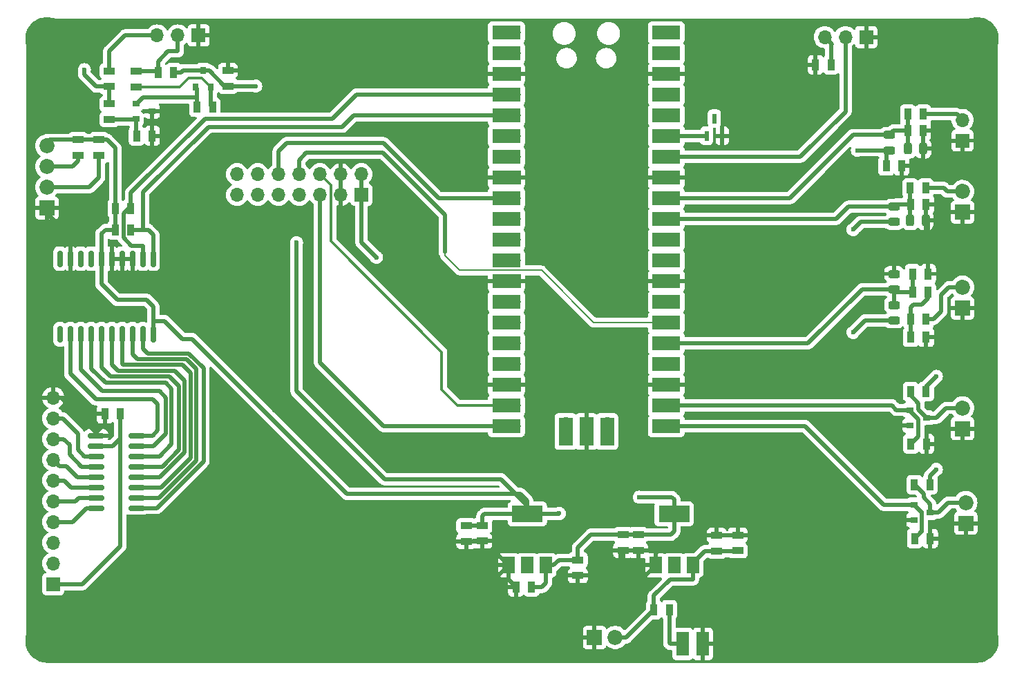
<source format=gtl>
%TF.GenerationSoftware,KiCad,Pcbnew,7.0.7*%
%TF.CreationDate,2023-10-10T10:51:27+02:00*%
%TF.ProjectId,RB2AMPController,52423241-4d50-4436-9f6e-74726f6c6c65,rev?*%
%TF.SameCoordinates,Original*%
%TF.FileFunction,Copper,L1,Top*%
%TF.FilePolarity,Positive*%
%FSLAX46Y46*%
G04 Gerber Fmt 4.6, Leading zero omitted, Abs format (unit mm)*
G04 Created by KiCad (PCBNEW 7.0.7) date 2023-10-10 10:51:27*
%MOMM*%
%LPD*%
G01*
G04 APERTURE LIST*
G04 Aperture macros list*
%AMRoundRect*
0 Rectangle with rounded corners*
0 $1 Rounding radius*
0 $2 $3 $4 $5 $6 $7 $8 $9 X,Y pos of 4 corners*
0 Add a 4 corners polygon primitive as box body*
4,1,4,$2,$3,$4,$5,$6,$7,$8,$9,$2,$3,0*
0 Add four circle primitives for the rounded corners*
1,1,$1+$1,$2,$3*
1,1,$1+$1,$4,$5*
1,1,$1+$1,$6,$7*
1,1,$1+$1,$8,$9*
0 Add four rect primitives between the rounded corners*
20,1,$1+$1,$2,$3,$4,$5,0*
20,1,$1+$1,$4,$5,$6,$7,0*
20,1,$1+$1,$6,$7,$8,$9,0*
20,1,$1+$1,$8,$9,$2,$3,0*%
G04 Aperture macros list end*
%TA.AperFunction,SMDPad,CuDef*%
%ADD10R,0.889000X1.397000*%
%TD*%
%TA.AperFunction,SMDPad,CuDef*%
%ADD11RoundRect,0.243750X-0.456250X0.243750X-0.456250X-0.243750X0.456250X-0.243750X0.456250X0.243750X0*%
%TD*%
%TA.AperFunction,SMDPad,CuDef*%
%ADD12R,1.397000X0.889000*%
%TD*%
%TA.AperFunction,ComponentPad*%
%ADD13R,1.700000X1.700000*%
%TD*%
%TA.AperFunction,ComponentPad*%
%ADD14O,1.700000X1.700000*%
%TD*%
%TA.AperFunction,SMDPad,CuDef*%
%ADD15R,0.900000X0.800000*%
%TD*%
%TA.AperFunction,ComponentPad*%
%ADD16C,5.300000*%
%TD*%
%TA.AperFunction,SMDPad,CuDef*%
%ADD17R,1.500000X2.000000*%
%TD*%
%TA.AperFunction,SMDPad,CuDef*%
%ADD18R,3.800000X2.000000*%
%TD*%
%TA.AperFunction,ComponentPad*%
%ADD19R,1.850000X1.850000*%
%TD*%
%TA.AperFunction,ComponentPad*%
%ADD20C,1.850000*%
%TD*%
%TA.AperFunction,SMDPad,CuDef*%
%ADD21RoundRect,0.150000X0.825000X0.150000X-0.825000X0.150000X-0.825000X-0.150000X0.825000X-0.150000X0*%
%TD*%
%TA.AperFunction,SMDPad,CuDef*%
%ADD22R,3.500000X1.700000*%
%TD*%
%TA.AperFunction,SMDPad,CuDef*%
%ADD23R,1.700000X3.500000*%
%TD*%
%TA.AperFunction,SMDPad,CuDef*%
%ADD24RoundRect,0.150000X-0.150000X0.850000X-0.150000X-0.850000X0.150000X-0.850000X0.150000X0.850000X0*%
%TD*%
%TA.AperFunction,SMDPad,CuDef*%
%ADD25R,0.600000X1.250000*%
%TD*%
%TA.AperFunction,SMDPad,CuDef*%
%ADD26R,0.800000X0.900000*%
%TD*%
%TA.AperFunction,SMDPad,CuDef*%
%ADD27RoundRect,0.243750X0.243750X0.456250X-0.243750X0.456250X-0.243750X-0.456250X0.243750X-0.456250X0*%
%TD*%
%TA.AperFunction,SMDPad,CuDef*%
%ADD28R,1.500000X3.000000*%
%TD*%
%TA.AperFunction,ViaPad*%
%ADD29C,0.600000*%
%TD*%
%TA.AperFunction,Conductor*%
%ADD30C,0.500000*%
%TD*%
%TA.AperFunction,Conductor*%
%ADD31C,0.300000*%
%TD*%
%TA.AperFunction,Conductor*%
%ADD32C,0.200000*%
%TD*%
G04 APERTURE END LIST*
D10*
%TO.P,C108,1*%
%TO.N,+5V*%
X143782563Y-129600062D03*
%TO.P,C108,2*%
%TO.N,GND*%
X141877563Y-129600062D03*
%TD*%
%TO.P,R202,1*%
%TO.N,GND*%
X192200000Y-112060000D03*
%TO.P,R202,2*%
%TO.N,TX*%
X190295000Y-112060000D03*
%TD*%
D11*
%TO.P,D201,1,A*%
%TO.N,VoltCheck*%
X188200000Y-95042500D03*
%TO.P,D201,2,K*%
%TO.N,+3V3*%
X188200000Y-96917500D03*
%TD*%
D10*
%TO.P,C203,1*%
%TO.N,GND*%
X192402500Y-91230000D03*
%TO.P,C203,2*%
%TO.N,VoltCheck*%
X190497500Y-91230000D03*
%TD*%
%TO.P,R217,1*%
%TO.N,I2C1 SCK*%
X94705000Y-85824000D03*
%TO.P,R217,2*%
%TO.N,+3V3*%
X92800000Y-85824000D03*
%TD*%
D12*
%TO.P,C107,1*%
%TO.N,+5V*%
X149477563Y-126295062D03*
%TO.P,C107,2*%
%TO.N,GND*%
X149477563Y-128200062D03*
%TD*%
D13*
%TO.P,J201,1,Pin_1*%
%TO.N,+12V*%
X85200000Y-129260000D03*
D14*
%TO.P,J201,2,Pin_2*%
%TO.N,Net-(J201-Pin_2)*%
X85200000Y-126720000D03*
%TO.P,J201,3,Pin_3*%
%TO.N,Net-(J201-Pin_3)*%
X85200000Y-124180000D03*
%TO.P,J201,4,Pin_4*%
%TO.N,Net-(J201-Pin_4)*%
X85200000Y-121640000D03*
%TO.P,J201,5,Pin_5*%
%TO.N,Net-(J201-Pin_5)*%
X85200000Y-119100000D03*
%TO.P,J201,6,Pin_6*%
%TO.N,Net-(J201-Pin_6)*%
X85200000Y-116560000D03*
%TO.P,J201,7,Pin_7*%
%TO.N,Net-(J201-Pin_7)*%
X85200000Y-114020000D03*
%TO.P,J201,8,Pin_8*%
%TO.N,Net-(J201-Pin_8)*%
X85200000Y-111480000D03*
%TO.P,J201,9,Pin_9*%
%TO.N,Net-(J201-Pin_9)*%
X85200000Y-108940000D03*
%TO.P,J201,10,Pin_10*%
%TO.N,GND*%
X85200000Y-106400000D03*
%TD*%
D10*
%TO.P,R207,1*%
%TO.N,GND*%
X192152500Y-98980000D03*
%TO.P,R207,2*%
%TO.N,Net-(R205-Pad2)*%
X190247500Y-98980000D03*
%TD*%
D15*
%TO.P,Q201,1,G*%
%TO.N,TX*%
X190200000Y-107910000D03*
%TO.P,Q201,2,S*%
%TO.N,GND*%
X190200000Y-109810000D03*
%TO.P,Q201,3,D*%
%TO.N,Net-(J202-P2)*%
X192200000Y-108860000D03*
%TD*%
D10*
%TO.P,R214,1*%
%TO.N,Urev*%
X189897500Y-73637500D03*
%TO.P,R214,2*%
%TO.N,GND*%
X191802500Y-73637500D03*
%TD*%
D11*
%TO.P,D205,1,A*%
%TO.N,Urev*%
X187600000Y-74200000D03*
%TO.P,D205,2,K*%
%TO.N,+3V3*%
X187600000Y-76075000D03*
%TD*%
D16*
%TO.P,MH1,1,1*%
%TO.N,GND*%
X84400000Y-62400000D03*
%TD*%
D10*
%TO.P,C202,1*%
%TO.N,+3V3*%
X180505000Y-65600000D03*
%TO.P,C202,2*%
%TO.N,GND*%
X178600000Y-65600000D03*
%TD*%
D12*
%TO.P,J207,1*%
%TO.N,FAN_PWM*%
X92050000Y-68250000D03*
%TO.P,J207,2*%
%TO.N,Net-(J210-Pin_3)*%
X92050000Y-66345000D03*
%TD*%
D10*
%TO.P,C204,1*%
%TO.N,GND*%
X189152500Y-78000000D03*
%TO.P,C204,2*%
%TO.N,+3V3*%
X187247500Y-78000000D03*
%TD*%
%TO.P,R208,1*%
%TO.N,Net-(J209-P2)*%
X192105000Y-80687500D03*
%TO.P,R208,2*%
%TO.N,UFWD*%
X190200000Y-80687500D03*
%TD*%
D13*
%TO.P,J203,1,Pin_1*%
%TO.N,GND*%
X184805000Y-62200000D03*
D14*
%TO.P,J203,2,Pin_2*%
%TO.N,Current*%
X182265000Y-62200000D03*
%TO.P,J203,3,Pin_3*%
%TO.N,+3V3*%
X179725000Y-62200000D03*
%TD*%
D17*
%TO.P,IC102,1,ADJ*%
%TO.N,GND*%
X158977501Y-126950124D03*
%TO.P,IC102,2*%
%TO.N,N/C*%
X161277501Y-126950124D03*
%TO.P,IC102,3,IN*%
%TO.N,+12V*%
X163577500Y-126950124D03*
D18*
%TO.P,IC102,4,OUT*%
%TO.N,+5V*%
X161277501Y-120650125D03*
%TD*%
D10*
%TO.P,R218,1*%
%TO.N,I2C1 SDA*%
X94705000Y-83200000D03*
%TO.P,R218,2*%
%TO.N,+3V3*%
X92800000Y-83200000D03*
%TD*%
D12*
%TO.P,R210,1*%
%TO.N,+12V*%
X106600000Y-68200000D03*
%TO.P,R210,2*%
%TO.N,GND*%
X106600000Y-66295000D03*
%TD*%
D10*
%TO.P,C205,1*%
%TO.N,Net-(Q204-B)*%
X95395000Y-74297500D03*
%TO.P,C205,2*%
%TO.N,GND*%
X97300000Y-74297500D03*
%TD*%
D12*
%TO.P,C101,1*%
%TO.N,+5V*%
X155000000Y-123200000D03*
%TO.P,C101,2*%
%TO.N,GND*%
X155000000Y-125105000D03*
%TD*%
D17*
%TO.P,IC101,1,ADJ*%
%TO.N,GND*%
X140977501Y-126950124D03*
%TO.P,IC101,2*%
%TO.N,N/C*%
X143277501Y-126950124D03*
%TO.P,IC101,3,IN*%
%TO.N,+5V*%
X145577500Y-126950124D03*
D18*
%TO.P,IC101,4,OUT*%
%TO.N,+3V3*%
X143277501Y-120650125D03*
%TD*%
D10*
%TO.P,R213,1*%
%TO.N,Net-(J212-P2)*%
X191802500Y-71637500D03*
%TO.P,R213,2*%
%TO.N,Urev*%
X189897500Y-71637500D03*
%TD*%
D19*
%TO.P,J209,1,P1*%
%TO.N,GND*%
X196600000Y-83667500D03*
D20*
%TO.P,J209,2,P2*%
%TO.N,Net-(J209-P2)*%
X196600000Y-81127500D03*
%TD*%
D12*
%TO.P,R215,1*%
%TO.N,I2C0 SCK*%
X90800000Y-76705000D03*
%TO.P,R215,2*%
%TO.N,+3V3*%
X90800000Y-74800000D03*
%TD*%
D16*
%TO.P,MH3,1,1*%
%TO.N,GND*%
X84400000Y-136200000D03*
%TD*%
D21*
%TO.P,U201,1,I1*%
%TO.N,Net-(U201-I1)*%
X95400000Y-119940000D03*
%TO.P,U201,2,I2*%
%TO.N,Net-(U201-I2)*%
X95400000Y-118670000D03*
%TO.P,U201,3,I3*%
%TO.N,Net-(U201-I3)*%
X95400000Y-117400000D03*
%TO.P,U201,4,I4*%
%TO.N,Net-(U201-I4)*%
X95400000Y-116130000D03*
%TO.P,U201,5,I5*%
%TO.N,Net-(U201-I5)*%
X95400000Y-114860000D03*
%TO.P,U201,6,I6*%
%TO.N,Net-(U201-I6)*%
X95400000Y-113590000D03*
%TO.P,U201,7,I7*%
%TO.N,Net-(U201-I7)*%
X95400000Y-112320000D03*
%TO.P,U201,8,I8*%
%TO.N,Net-(U201-I8)*%
X95400000Y-111050000D03*
%TO.P,U201,9,GND*%
%TO.N,GND*%
X90450000Y-111050000D03*
%TO.P,U201,10,COM*%
%TO.N,+12V*%
X90450000Y-112320000D03*
%TO.P,U201,11,O8*%
%TO.N,Net-(J201-Pin_9)*%
X90450000Y-113590000D03*
%TO.P,U201,12,O7*%
%TO.N,Net-(J201-Pin_8)*%
X90450000Y-114860000D03*
%TO.P,U201,13,O6*%
%TO.N,Net-(J201-Pin_7)*%
X90450000Y-116130000D03*
%TO.P,U201,14,O5*%
%TO.N,Net-(J201-Pin_6)*%
X90450000Y-117400000D03*
%TO.P,U201,15,O4*%
%TO.N,Net-(J201-Pin_5)*%
X90450000Y-118670000D03*
%TO.P,U201,16,O3*%
%TO.N,Net-(J201-Pin_4)*%
X90450000Y-119940000D03*
%TD*%
D16*
%TO.P,MH4,1,1*%
%TO.N,GND*%
X198400000Y-136200000D03*
%TD*%
D10*
%TO.P,R209,1*%
%TO.N,UFWD*%
X190247500Y-82687500D03*
%TO.P,R209,2*%
%TO.N,GND*%
X192152500Y-82687500D03*
%TD*%
D19*
%TO.P,J101,1,P1*%
%TO.N,GND*%
X151512563Y-135800062D03*
D20*
%TO.P,J101,2,P2*%
%TO.N,+12V*%
X154052563Y-135800062D03*
%TD*%
D12*
%TO.P,C104,1*%
%TO.N,+3V3*%
X137782563Y-122047562D03*
%TO.P,C104,2*%
%TO.N,GND*%
X137782563Y-123952562D03*
%TD*%
D16*
%TO.P,MH2,1,1*%
%TO.N,GND*%
X198400000Y-62400000D03*
%TD*%
D19*
%TO.P,J205,1,P1*%
%TO.N,GND*%
X197000000Y-121800000D03*
D20*
%TO.P,J205,2,P2*%
%TO.N,Net-(J205-P2)*%
X197000000Y-119260000D03*
%TD*%
D10*
%TO.P,R203,1*%
%TO.N,Net-(J205-P2)*%
X190705000Y-117070000D03*
%TO.P,R203,2*%
%TO.N,+12V*%
X192610000Y-117070000D03*
%TD*%
D14*
%TO.P,U301,1,GPIO0*%
%TO.N,unconnected-(U301-GPIO0-Pad1)*%
X141620000Y-61620000D03*
D22*
X140720000Y-61620000D03*
D14*
%TO.P,U301,2,GPIO1*%
%TO.N,FAN_PWM*%
X141620000Y-64160000D03*
D22*
X140720000Y-64160000D03*
D13*
%TO.P,U301,3,GND*%
%TO.N,GND*%
X141620000Y-66700000D03*
D22*
X140720000Y-66700000D03*
D14*
%TO.P,U301,4,GPIO2*%
%TO.N,I2C1 SDA*%
X141620000Y-69240000D03*
D22*
X140720000Y-69240000D03*
D14*
%TO.P,U301,5,GPIO3*%
%TO.N,I2C1 SCK*%
X141620000Y-71780000D03*
D22*
X140720000Y-71780000D03*
D14*
%TO.P,U301,6,GPIO4*%
%TO.N,I2C0 SDA*%
X141620000Y-74320000D03*
D22*
X140720000Y-74320000D03*
D14*
%TO.P,U301,7,GPIO5*%
%TO.N,I2C0 SCK*%
X141620000Y-76860000D03*
D22*
X140720000Y-76860000D03*
D13*
%TO.P,U301,8,GND*%
%TO.N,GND*%
X141620000Y-79400000D03*
D22*
X140720000Y-79400000D03*
D14*
%TO.P,U301,9,GPIO6*%
%TO.N,RXD0*%
X141620000Y-81940000D03*
D22*
X140720000Y-81940000D03*
D14*
%TO.P,U301,10,GPIO7*%
%TO.N,RXD1*%
X141620000Y-84480000D03*
D22*
X140720000Y-84480000D03*
D14*
%TO.P,U301,11,GPIO8*%
%TO.N,CRS*%
X141620000Y-87020000D03*
D22*
X140720000Y-87020000D03*
D14*
%TO.P,U301,12,GPIO9*%
%TO.N,unconnected-(U301-GPIO9-Pad12)*%
X141620000Y-89560000D03*
D22*
X140720000Y-89560000D03*
D13*
%TO.P,U301,13,GND*%
%TO.N,GND*%
X141620000Y-92100000D03*
D22*
X140720000Y-92100000D03*
D14*
%TO.P,U301,14,GPIO10*%
%TO.N,TXD0*%
X141620000Y-94640000D03*
D22*
X140720000Y-94640000D03*
D14*
%TO.P,U301,15,GPIO11*%
%TO.N,TXD1*%
X141620000Y-97180000D03*
D22*
X140720000Y-97180000D03*
D14*
%TO.P,U301,16,GPIO12*%
%TO.N,TX_EN*%
X141620000Y-99720000D03*
D22*
X140720000Y-99720000D03*
D14*
%TO.P,U301,17,GPIO13*%
%TO.N,unconnected-(U301-GPIO13-Pad17)*%
X141620000Y-102260000D03*
D22*
X140720000Y-102260000D03*
D13*
%TO.P,U301,18,GND*%
%TO.N,GND*%
X141620000Y-104800000D03*
D22*
X140720000Y-104800000D03*
D14*
%TO.P,U301,19,GPIO14*%
%TO.N,MDIO*%
X141620000Y-107340000D03*
D22*
X140720000Y-107340000D03*
D14*
%TO.P,U301,20,GPIO15*%
%TO.N,MDC*%
X141620000Y-109880000D03*
D22*
X140720000Y-109880000D03*
D14*
%TO.P,U301,21,GPIO16*%
%TO.N,BIAS*%
X159400000Y-109880000D03*
D22*
X160300000Y-109880000D03*
D14*
%TO.P,U301,22,GPIO17*%
%TO.N,TX*%
X159400000Y-107340000D03*
D22*
X160300000Y-107340000D03*
D13*
%TO.P,U301,23,GND*%
%TO.N,GND*%
X159400000Y-104800000D03*
D22*
X160300000Y-104800000D03*
D14*
%TO.P,U301,24,GPIO18*%
%TO.N,unconnected-(U301-GPIO18-Pad24)*%
X159400000Y-102260000D03*
D22*
X160300000Y-102260000D03*
D14*
%TO.P,U301,25,GPIO19*%
%TO.N,VoltCheck*%
X159400000Y-99720000D03*
D22*
X160300000Y-99720000D03*
D14*
%TO.P,U301,26,GPIO20*%
%TO.N,RXCLK*%
X159400000Y-97180000D03*
D22*
X160300000Y-97180000D03*
D14*
%TO.P,U301,27,GPIO21*%
%TO.N,unconnected-(U301-GPIO21-Pad27)*%
X159400000Y-94640000D03*
D22*
X160300000Y-94640000D03*
D13*
%TO.P,U301,28,GND*%
%TO.N,GND*%
X159400000Y-92100000D03*
D22*
X160300000Y-92100000D03*
D14*
%TO.P,U301,29,GPIO22*%
%TO.N,unconnected-(U301-GPIO22-Pad29)*%
X159400000Y-89560000D03*
D22*
X160300000Y-89560000D03*
D14*
%TO.P,U301,30,RUN*%
%TO.N,unconnected-(U301-RUN-Pad30)*%
X159400000Y-87020000D03*
D22*
X160300000Y-87020000D03*
D14*
%TO.P,U301,31,GPIO26_ADC0*%
%TO.N,UFWD*%
X159400000Y-84480000D03*
D22*
X160300000Y-84480000D03*
D14*
%TO.P,U301,32,GPIO27_ADC1*%
%TO.N,Urev*%
X159400000Y-81940000D03*
D22*
X160300000Y-81940000D03*
D13*
%TO.P,U301,33,AGND*%
%TO.N,GND*%
X159400000Y-79400000D03*
D22*
X160300000Y-79400000D03*
D14*
%TO.P,U301,34,GPIO28_ADC2*%
%TO.N,Current*%
X159400000Y-76860000D03*
D22*
X160300000Y-76860000D03*
D14*
%TO.P,U301,35,ADC_VREF*%
%TO.N,Net-(IC301-CATHODE)*%
X159400000Y-74320000D03*
D22*
X160300000Y-74320000D03*
D14*
%TO.P,U301,36,3V3*%
%TO.N,unconnected-(U301-3V3-Pad36)*%
X159400000Y-71780000D03*
D22*
X160300000Y-71780000D03*
D14*
%TO.P,U301,37,3V3_EN*%
%TO.N,unconnected-(U301-3V3_EN-Pad37)*%
X159400000Y-69240000D03*
D22*
X160300000Y-69240000D03*
D13*
%TO.P,U301,38,GND*%
%TO.N,GND*%
X159400000Y-66700000D03*
D22*
X160300000Y-66700000D03*
D14*
%TO.P,U301,39,VSYS*%
%TO.N,unconnected-(U301-VSYS-Pad39)*%
X159400000Y-64160000D03*
D22*
X160300000Y-64160000D03*
D14*
%TO.P,U301,40,VBUS*%
%TO.N,+5V*%
X159400000Y-61620000D03*
D22*
X160300000Y-61620000D03*
D14*
%TO.P,U301,41,SWCLK*%
%TO.N,unconnected-(U301-SWCLK-Pad41)*%
X147970000Y-109650000D03*
D23*
X147970000Y-110550000D03*
D13*
%TO.P,U301,42,GND*%
%TO.N,GND*%
X150510000Y-109650000D03*
D23*
X150510000Y-110550000D03*
D14*
%TO.P,U301,43,SWDIO*%
%TO.N,unconnected-(U301-SWDIO-Pad43)*%
X153050000Y-109650000D03*
D23*
X153050000Y-110550000D03*
%TD*%
D13*
%TO.P,J301,1,Pin_1*%
%TO.N,+3V3*%
X122960000Y-81540000D03*
D14*
%TO.P,J301,2,Pin_2*%
X122960000Y-79000000D03*
%TO.P,J301,3,Pin_3*%
%TO.N,GND*%
X120420000Y-81540000D03*
%TO.P,J301,4,Pin_4*%
X120420000Y-79000000D03*
%TO.P,J301,5,Pin_5*%
%TO.N,MDC*%
X117880000Y-81540000D03*
%TO.P,J301,6,Pin_6*%
%TO.N,MDIO*%
X117880000Y-79000000D03*
%TO.P,J301,7,Pin_7*%
%TO.N,CRS*%
X115340000Y-81540000D03*
%TO.P,J301,8,Pin_8*%
%TO.N,RXCLK*%
X115340000Y-79000000D03*
%TO.P,J301,9,Pin_9*%
%TO.N,RXD1*%
X112800000Y-81540000D03*
%TO.P,J301,10,Pin_10*%
%TO.N,RXD0*%
X112800000Y-79000000D03*
%TO.P,J301,11,Pin_11*%
%TO.N,TXD0*%
X110260000Y-81540000D03*
%TO.P,J301,12,Pin_12*%
%TO.N,TX_EN*%
X110260000Y-79000000D03*
%TO.P,J301,13,Pin_13*%
%TO.N,unconnected-(J301-Pin_13-Pad13)*%
X107720000Y-81540000D03*
%TO.P,J301,14,Pin_14*%
%TO.N,TXD1*%
X107720000Y-79000000D03*
%TD*%
D24*
%TO.P,U202,1,SCL*%
%TO.N,I2C1 SCK*%
X97447500Y-89374000D03*
%TO.P,U202,2,SDA*%
%TO.N,I2C1 SDA*%
X96177500Y-89374000D03*
%TO.P,U202,3,A2*%
%TO.N,GND*%
X94907500Y-89374000D03*
%TO.P,U202,4,A1*%
X93637500Y-89374000D03*
%TO.P,U202,5,A0*%
X92367500Y-89374000D03*
%TO.P,U202,6,Rst/*%
%TO.N,+3V3*%
X91097500Y-89374000D03*
%TO.P,U202,7,NC*%
%TO.N,unconnected-(U202-NC-Pad7)*%
X89827500Y-89374000D03*
%TO.P,U202,8,INT*%
%TO.N,unconnected-(U202-INT-Pad8)*%
X88557500Y-89374000D03*
%TO.P,U202,9,Vss*%
%TO.N,GND*%
X87287500Y-89374000D03*
%TO.P,U202,10,NC*%
%TO.N,unconnected-(U202-NC-Pad10)*%
X86017500Y-89374000D03*
%TO.P,U202,11,NC*%
%TO.N,unconnected-(U202-NC-Pad11)*%
X86017500Y-98624000D03*
%TO.P,U202,12,GP0*%
%TO.N,Net-(U201-I8)*%
X87287500Y-98624000D03*
%TO.P,U202,13,GP1*%
%TO.N,Net-(U201-I7)*%
X88557500Y-98624000D03*
%TO.P,U202,14,GP2*%
%TO.N,Net-(U201-I6)*%
X89827500Y-98624000D03*
%TO.P,U202,15,GP3*%
%TO.N,Net-(U201-I5)*%
X91097500Y-98624000D03*
%TO.P,U202,16,GP4*%
%TO.N,Net-(U201-I4)*%
X92367500Y-98624000D03*
%TO.P,U202,17,GP5*%
%TO.N,Net-(U201-I3)*%
X93637500Y-98624000D03*
%TO.P,U202,18,GP6*%
%TO.N,Net-(U201-I2)*%
X94907500Y-98624000D03*
%TO.P,U202,19,GP7*%
%TO.N,Net-(U201-I1)*%
X96177500Y-98624000D03*
%TO.P,U202,20,Vdd*%
%TO.N,+3V3*%
X97447500Y-98624000D03*
%TD*%
D10*
%TO.P,R101,1*%
%TO.N,+12V*%
X158782563Y-132400062D03*
%TO.P,R101,2*%
%TO.N,Net-(D207-A)*%
X160687563Y-132400062D03*
%TD*%
%TO.P,R211,1*%
%TO.N,Net-(Q203-S)*%
X104705000Y-70797500D03*
%TO.P,R211,2*%
%TO.N,Net-(Q203-G)*%
X102800000Y-70797500D03*
%TD*%
%TO.P,R205,1*%
%TO.N,Net-(J206-P2)*%
X192152500Y-96730000D03*
%TO.P,R205,2*%
%TO.N,Net-(R205-Pad2)*%
X190247500Y-96730000D03*
%TD*%
%TO.P,R201,1*%
%TO.N,Net-(J202-P2)*%
X190247500Y-105660000D03*
%TO.P,R201,2*%
%TO.N,+12V*%
X192152500Y-105660000D03*
%TD*%
%TO.P,J208,1*%
%TO.N,+12V*%
X99955000Y-66547500D03*
%TO.P,J208,2*%
%TO.N,Net-(J210-Pin_2)*%
X98050000Y-66547500D03*
%TD*%
D15*
%TO.P,Q202,1,G*%
%TO.N,BIAS*%
X190655000Y-119520000D03*
%TO.P,Q202,2,S*%
%TO.N,GND*%
X190655000Y-121420000D03*
%TO.P,Q202,3,D*%
%TO.N,Net-(J205-P2)*%
X192655000Y-120470000D03*
%TD*%
D25*
%TO.P,IC301,1,CATHODE*%
%TO.N,Net-(IC301-CATHODE)*%
X165250000Y-74300000D03*
%TO.P,IC301,2,ANODE*%
%TO.N,GND*%
X167150000Y-74300000D03*
%TO.P,IC301,3,NC*%
%TO.N,unconnected-(IC301-NC-Pad3)*%
X166200000Y-72200000D03*
%TD*%
D12*
%TO.P,C103,1*%
%TO.N,+3V3*%
X135782563Y-122095062D03*
%TO.P,C103,2*%
%TO.N,GND*%
X135782563Y-124000062D03*
%TD*%
D11*
%TO.P,D203,1,A*%
%TO.N,UFWD*%
X188200000Y-83000000D03*
%TO.P,D203,2,K*%
%TO.N,+3V3*%
X188200000Y-84875000D03*
%TD*%
D12*
%TO.P,C102,1*%
%TO.N,+5V*%
X156877563Y-123200062D03*
%TO.P,C102,2*%
%TO.N,GND*%
X156877563Y-125105062D03*
%TD*%
D19*
%TO.P,J206,1,P1*%
%TO.N,GND*%
X196600000Y-95400000D03*
D20*
%TO.P,J206,2,P2*%
%TO.N,Net-(J206-P2)*%
X196600000Y-92860000D03*
%TD*%
D12*
%TO.P,C105,1*%
%TO.N,+12V*%
X166477563Y-125210062D03*
%TO.P,C105,2*%
%TO.N,GND*%
X166477563Y-123305062D03*
%TD*%
D13*
%TO.P,J212,1,P1*%
%TO.N,GND*%
X196600000Y-74887500D03*
D14*
%TO.P,J212,2,P2*%
%TO.N,Net-(J212-P2)*%
X196600000Y-72347500D03*
%TD*%
D12*
%TO.P,R216,1*%
%TO.N,I2C0 SDA*%
X88200000Y-76705000D03*
%TO.P,R216,2*%
%TO.N,+3V3*%
X88200000Y-74800000D03*
%TD*%
D19*
%TO.P,J204,1,Pin_1*%
%TO.N,GND*%
X84400000Y-83140000D03*
D20*
%TO.P,J204,2,Pin_2*%
%TO.N,I2C0 SCK*%
X84400000Y-80600000D03*
%TO.P,J204,3,Pin_3*%
%TO.N,I2C0 SDA*%
X84400000Y-78060000D03*
%TO.P,J204,4,Pin_4*%
%TO.N,+3V3*%
X84400000Y-75520000D03*
%TD*%
D10*
%TO.P,C201,1*%
%TO.N,GND*%
X91495000Y-108400000D03*
%TO.P,C201,2*%
%TO.N,+12V*%
X93400000Y-108400000D03*
%TD*%
D12*
%TO.P,C106,1*%
%TO.N,+12V*%
X169057500Y-125152562D03*
%TO.P,C106,2*%
%TO.N,GND*%
X169057500Y-123247562D03*
%TD*%
D19*
%TO.P,J202,1,P1*%
%TO.N,GND*%
X196600000Y-110200000D03*
D20*
%TO.P,J202,2,P2*%
%TO.N,Net-(J202-P2)*%
X196600000Y-107660000D03*
%TD*%
D10*
%TO.P,R204,1*%
%TO.N,GND*%
X192655000Y-123670000D03*
%TO.P,R204,2*%
%TO.N,BIAS*%
X190750000Y-123670000D03*
%TD*%
D15*
%TO.P,Q204,1,C*%
%TO.N,Net-(Q203-G)*%
X95300000Y-70347500D03*
%TO.P,Q204,2,B*%
%TO.N,Net-(Q204-B)*%
X95300000Y-72247500D03*
%TO.P,Q204,3,E*%
%TO.N,GND*%
X97300000Y-71297500D03*
%TD*%
D26*
%TO.P,Q203,1,G*%
%TO.N,Net-(Q203-G)*%
X102600000Y-68297500D03*
%TO.P,Q203,2,S*%
%TO.N,Net-(Q203-S)*%
X104500000Y-68297500D03*
%TO.P,Q203,3,D*%
%TO.N,+12V*%
X103550000Y-66297500D03*
%TD*%
D27*
%TO.P,D206,1,A*%
%TO.N,GND*%
X191787500Y-75887500D03*
%TO.P,D206,2,K*%
%TO.N,Urev*%
X189912500Y-75887500D03*
%TD*%
D28*
%TO.P,D207,1,K*%
%TO.N,GND*%
X164800000Y-136600000D03*
%TO.P,D207,2,A*%
%TO.N,Net-(D207-A)*%
X162300000Y-136600000D03*
%TD*%
D13*
%TO.P,J210,1,Pin_1*%
%TO.N,GND*%
X103000000Y-62000000D03*
D14*
%TO.P,J210,2,Pin_2*%
%TO.N,Net-(J210-Pin_2)*%
X100460000Y-62000000D03*
%TO.P,J210,3,Pin_3*%
%TO.N,Net-(J210-Pin_3)*%
X97920000Y-62000000D03*
%TD*%
D27*
%TO.P,D204,1,A*%
%TO.N,GND*%
X192075000Y-84687500D03*
%TO.P,D204,2,K*%
%TO.N,UFWD*%
X190200000Y-84687500D03*
%TD*%
D11*
%TO.P,D202,1,A*%
%TO.N,GND*%
X188200000Y-91230000D03*
%TO.P,D202,2,K*%
%TO.N,VoltCheck*%
X188200000Y-93105000D03*
%TD*%
D10*
%TO.P,R206,1*%
%TO.N,Net-(R205-Pad2)*%
X192402500Y-93480000D03*
%TO.P,R206,2*%
%TO.N,VoltCheck*%
X190497500Y-93480000D03*
%TD*%
D12*
%TO.P,J211,1*%
%TO.N,Net-(J210-Pin_2)*%
X95300000Y-66392500D03*
%TO.P,J211,2*%
%TO.N,Net-(Q203-S)*%
X95300000Y-68297500D03*
%TD*%
%TO.P,R212,1*%
%TO.N,Net-(Q204-B)*%
X92050000Y-72297500D03*
%TO.P,R212,2*%
%TO.N,FAN_PWM*%
X92050000Y-70392500D03*
%TD*%
D29*
%TO.N,+5V*%
X157000000Y-118600000D03*
%TO.N,+3V3*%
X183200000Y-98400000D03*
X183200000Y-85800000D03*
X124800000Y-89200000D03*
X115000000Y-87400000D03*
X183725000Y-76075000D03*
X147200000Y-120600000D03*
%TO.N,+12V*%
X193400000Y-115200000D03*
X193400000Y-103800000D03*
X110000000Y-68200000D03*
%TO.N,FAN_PWM*%
X89000000Y-66200000D03*
%TD*%
D30*
%TO.N,+5V*%
X143782563Y-129600062D02*
X145057500Y-129600062D01*
X161000000Y-118600000D02*
X161277501Y-118877501D01*
X146507438Y-126950124D02*
X147162500Y-126295062D01*
X151057500Y-123200062D02*
X149477563Y-124779999D01*
X157000000Y-118600000D02*
X161000000Y-118600000D01*
X161277501Y-118877501D02*
X161277501Y-120650125D01*
X156877501Y-123200000D02*
X156877563Y-123200062D01*
X161277501Y-122780061D02*
X161277501Y-120650125D01*
X156877563Y-123200062D02*
X160857500Y-123200062D01*
X147162500Y-126295062D02*
X149477563Y-126295062D01*
X145057500Y-129600062D02*
X145577500Y-129080062D01*
X160857500Y-123200062D02*
X161277501Y-122780061D01*
X154677563Y-123200062D02*
X151057500Y-123200062D01*
X149477563Y-124779999D02*
X149477563Y-126295062D01*
X145577500Y-129080062D02*
X145577500Y-126950124D01*
X155000000Y-123200000D02*
X156877501Y-123200000D01*
X145577500Y-126950124D02*
X146507438Y-126950124D01*
%TO.N,GND*%
X166477563Y-123305062D02*
X169000000Y-123305062D01*
X90450000Y-110650000D02*
X86200000Y-106400000D01*
X192402500Y-91230000D02*
X192402500Y-89000000D01*
X164752500Y-123305062D02*
X166477563Y-123305062D01*
X157407562Y-126950124D02*
X158977501Y-126950124D01*
X191200000Y-78000000D02*
X191787500Y-77412500D01*
X138607562Y-126950124D02*
X137782563Y-126125125D01*
X189152500Y-78000000D02*
X191200000Y-78000000D01*
X191787500Y-77412500D02*
X191787500Y-75887500D01*
X169000000Y-123305062D02*
X169057500Y-123247562D01*
X86200000Y-106400000D02*
X85200000Y-106400000D01*
X196600000Y-74887500D02*
X194512500Y-74887500D01*
X84400000Y-84200000D02*
X84823500Y-84200000D01*
X196600000Y-83667500D02*
X195067500Y-83667500D01*
X196670000Y-121470000D02*
X197000000Y-121800000D01*
X160057500Y-124400062D02*
X163657500Y-124400062D01*
X154677563Y-125105062D02*
X156877563Y-125105062D01*
X137735063Y-124000062D02*
X137782563Y-123952562D01*
X163657500Y-124400062D02*
X164752500Y-123305062D01*
X193512500Y-75887500D02*
X191787500Y-75887500D01*
X191787500Y-73652500D02*
X191802500Y-73637500D01*
X91495000Y-109605000D02*
X90450000Y-110650000D01*
X90450000Y-111050000D02*
X90450000Y-110650000D01*
X84400000Y-83140000D02*
X84400000Y-84200000D01*
X188200000Y-89800000D02*
X188200000Y-91230000D01*
X194087500Y-82687500D02*
X192152500Y-82687500D01*
X91495000Y-108400000D02*
X91495000Y-109605000D01*
X189000000Y-89000000D02*
X188200000Y-89800000D01*
X120420000Y-81540000D02*
X120420000Y-79000000D01*
X154677563Y-126579999D02*
X154677563Y-125105062D01*
X140977501Y-126950124D02*
X138607562Y-126950124D01*
X192075000Y-84687500D02*
X192402500Y-85015000D01*
X156877563Y-126420125D02*
X157407562Y-126950124D01*
X97300000Y-74297500D02*
X97300000Y-71297500D01*
X137782563Y-126125125D02*
X137782563Y-123952562D01*
X158977501Y-126950124D02*
X158977501Y-125480061D01*
X153057500Y-128200062D02*
X154677563Y-126579999D01*
X156877563Y-125105062D02*
X156877563Y-126420125D01*
X94907500Y-89374000D02*
X92367500Y-89374000D01*
X149477563Y-128200062D02*
X153057500Y-128200062D01*
X192402500Y-89000000D02*
X189000000Y-89000000D01*
X151512563Y-135800062D02*
X151512563Y-131655125D01*
X192402500Y-85015000D02*
X192402500Y-89000000D01*
X149477563Y-129620125D02*
X149477563Y-128200062D01*
X135782563Y-124000062D02*
X137735063Y-124000062D01*
X196600000Y-95400000D02*
X196600000Y-97200000D01*
X194820000Y-98980000D02*
X192152500Y-98980000D01*
X192075000Y-82765000D02*
X192152500Y-82687500D01*
X84823500Y-84200000D02*
X87287500Y-86664000D01*
X106600000Y-62200000D02*
X106600000Y-66295000D01*
X194512500Y-74887500D02*
X193512500Y-75887500D01*
X151512563Y-131655125D02*
X149477563Y-129620125D01*
X158977501Y-125480061D02*
X160057500Y-124400062D01*
X140977501Y-126950124D02*
X140977501Y-128700000D01*
X103000000Y-62000000D02*
X106400000Y-62000000D01*
X192075000Y-84687500D02*
X192075000Y-82765000D01*
X196600000Y-97200000D02*
X194820000Y-98980000D01*
X191787500Y-75887500D02*
X191787500Y-73652500D01*
X195067500Y-83667500D02*
X194087500Y-82687500D01*
X106400000Y-62000000D02*
X106600000Y-62200000D01*
X87287500Y-89374000D02*
X87287500Y-86664000D01*
X140977501Y-128700000D02*
X141877563Y-129600062D01*
%TO.N,+3V3*%
X121200000Y-118200000D02*
X142400000Y-118200000D01*
X91097500Y-92474000D02*
X93047500Y-94424000D01*
X184682500Y-96917500D02*
X183200000Y-98400000D01*
X137735063Y-122095062D02*
X137782563Y-122047562D01*
X100979900Y-99200000D02*
X102200000Y-99200000D01*
X179725000Y-62200000D02*
X180600000Y-63075000D01*
X90800000Y-74800000D02*
X91800000Y-74800000D01*
X97447500Y-97000000D02*
X98779900Y-97000000D01*
X102200000Y-99200000D02*
X121200000Y-118200000D01*
X115000000Y-105600000D02*
X125800000Y-116400000D01*
X96647500Y-94424000D02*
X97447500Y-95224000D01*
X188200000Y-84875000D02*
X184125000Y-84875000D01*
X140077501Y-116400000D02*
X143277501Y-119600000D01*
X143277501Y-119077501D02*
X143277501Y-119600000D01*
X137782563Y-120874999D02*
X137782563Y-122047562D01*
X98779900Y-97000000D02*
X100979900Y-99200000D01*
X122960000Y-87360000D02*
X124800000Y-89200000D01*
X143277501Y-119600000D02*
X143277501Y-120650125D01*
X188200000Y-96917500D02*
X184682500Y-96917500D01*
X91800000Y-74800000D02*
X92800000Y-75800000D01*
X125800000Y-116400000D02*
X140077501Y-116400000D01*
X147149875Y-120650125D02*
X147200000Y-120600000D01*
X142400000Y-118200000D02*
X143277501Y-119077501D01*
X180600000Y-63075000D02*
X180505000Y-63170000D01*
X135782563Y-122095062D02*
X137735063Y-122095062D01*
X122960000Y-79000000D02*
X122960000Y-81540000D01*
X187600000Y-76075000D02*
X183725000Y-76075000D01*
X93047500Y-94424000D02*
X96647500Y-94424000D01*
X143277501Y-120650125D02*
X147149875Y-120650125D01*
X91097500Y-86302500D02*
X91576000Y-85824000D01*
X187525000Y-76075000D02*
X187247500Y-76352500D01*
X122960000Y-81540000D02*
X122960000Y-87360000D01*
X84400000Y-75200000D02*
X84800000Y-74800000D01*
X92800000Y-85824000D02*
X92800000Y-83200000D01*
X91576000Y-85824000D02*
X92800000Y-85824000D01*
X88200000Y-74800000D02*
X90800000Y-74800000D01*
X115000000Y-87400000D02*
X115000000Y-105600000D01*
X97447500Y-97000000D02*
X97447500Y-98624000D01*
X187247500Y-76352500D02*
X187247500Y-78000000D01*
X91097500Y-89374000D02*
X91097500Y-92474000D01*
X84800000Y-74800000D02*
X88200000Y-74800000D01*
X84400000Y-75520000D02*
X84400000Y-75200000D01*
X91097500Y-89374000D02*
X91097500Y-86302500D01*
X138007437Y-120650125D02*
X137782563Y-120874999D01*
X143277501Y-120650125D02*
X138007437Y-120650125D01*
X180505000Y-63170000D02*
X180505000Y-65600000D01*
X92800000Y-75800000D02*
X92800000Y-83200000D01*
X184125000Y-84875000D02*
X183200000Y-85800000D01*
X97447500Y-95224000D02*
X97447500Y-97000000D01*
X187600000Y-76075000D02*
X187525000Y-76075000D01*
%TO.N,+12V*%
X163577500Y-126950124D02*
X163577500Y-128680062D01*
X92480000Y-112320000D02*
X93400000Y-111400000D01*
X106200000Y-68200000D02*
X106600000Y-68200000D01*
X154052563Y-135800062D02*
X155382563Y-135800062D01*
X90450000Y-112320000D02*
X92480000Y-112320000D01*
X192152500Y-105660000D02*
X192152500Y-105047500D01*
X101102500Y-66297500D02*
X103550000Y-66297500D01*
X166477563Y-125210062D02*
X169000000Y-125210062D01*
X104297500Y-66297500D02*
X106200000Y-68200000D01*
X192610000Y-115990000D02*
X193400000Y-115200000D01*
X93400000Y-124600000D02*
X88740000Y-129260000D01*
X165047500Y-125210062D02*
X166477563Y-125210062D01*
X155382563Y-135800062D02*
X158782563Y-132400062D01*
X106600000Y-68200000D02*
X110000000Y-68200000D01*
X158782563Y-130674999D02*
X158782563Y-132400062D01*
X192152500Y-105047500D02*
X193400000Y-103800000D01*
X93400000Y-110800000D02*
X93400000Y-124600000D01*
X160777500Y-128680062D02*
X158782563Y-130674999D01*
X163577500Y-126680062D02*
X165047500Y-125210062D01*
X169000000Y-125210062D02*
X169057500Y-125152562D01*
X99955000Y-66547500D02*
X100852500Y-66547500D01*
X163577500Y-126950124D02*
X163577500Y-126680062D01*
X88740000Y-129260000D02*
X85200000Y-129260000D01*
X93400000Y-111400000D02*
X93400000Y-110800000D01*
X100852500Y-66547500D02*
X101102500Y-66297500D01*
X163577500Y-128680062D02*
X160777500Y-128680062D01*
X93400000Y-110800000D02*
X93400000Y-108400000D01*
X103550000Y-66297500D02*
X104297500Y-66297500D01*
X192610000Y-117070000D02*
X192610000Y-115990000D01*
%TO.N,VoltCheck*%
X177680000Y-99720000D02*
X184295000Y-93105000D01*
X188200000Y-93105000D02*
X188200000Y-95042500D01*
X184295000Y-93105000D02*
X188200000Y-93105000D01*
X190497500Y-93480000D02*
X190497500Y-91230000D01*
X188575000Y-93480000D02*
X188200000Y-93105000D01*
X159400000Y-99720000D02*
X177680000Y-99720000D01*
X190497500Y-93480000D02*
X188575000Y-93480000D01*
%TO.N,Net-(Q204-B)*%
X95300000Y-74202500D02*
X95395000Y-74297500D01*
X95300000Y-72247500D02*
X95300000Y-74202500D01*
X92050000Y-72297500D02*
X95250000Y-72297500D01*
X95250000Y-72297500D02*
X95300000Y-72247500D01*
%TO.N,UFWD*%
X190247500Y-82687500D02*
X188512500Y-82687500D01*
X190200000Y-80687500D02*
X190200000Y-82640000D01*
X188512500Y-82687500D02*
X188200000Y-83000000D01*
X159400000Y-84480000D02*
X181120000Y-84480000D01*
X181120000Y-84480000D02*
X182600000Y-83000000D01*
X190200000Y-84687500D02*
X190200000Y-82735000D01*
X182600000Y-83000000D02*
X188200000Y-83000000D01*
X190200000Y-82735000D02*
X190247500Y-82687500D01*
X190200000Y-82640000D02*
X190247500Y-82687500D01*
%TO.N,Urev*%
X183200000Y-74200000D02*
X187600000Y-74200000D01*
X189897500Y-73637500D02*
X189897500Y-71637500D01*
X159400000Y-81940000D02*
X175460000Y-81940000D01*
X189912500Y-73652500D02*
X189897500Y-73637500D01*
X189897500Y-73637500D02*
X188162500Y-73637500D01*
X189912500Y-75887500D02*
X189912500Y-73652500D01*
X188162500Y-73637500D02*
X187600000Y-74200000D01*
X175460000Y-81940000D02*
X183200000Y-74200000D01*
%TO.N,Net-(IC301-CATHODE)*%
X165230000Y-74320000D02*
X165250000Y-74300000D01*
X159400000Y-74320000D02*
X165230000Y-74320000D01*
%TO.N,Net-(J201-Pin_4)*%
X87560000Y-121640000D02*
X85200000Y-121640000D01*
X90450000Y-119940000D02*
X89260000Y-119940000D01*
X89260000Y-119940000D02*
X87560000Y-121640000D01*
%TO.N,Net-(J201-Pin_5)*%
X87900000Y-119100000D02*
X85200000Y-119100000D01*
X90450000Y-118670000D02*
X88330000Y-118670000D01*
X88330000Y-118670000D02*
X87900000Y-119100000D01*
%TO.N,Net-(J201-Pin_6)*%
X86560000Y-116560000D02*
X85200000Y-116560000D01*
X87400000Y-117400000D02*
X86560000Y-116560000D01*
X90450000Y-117400000D02*
X87400000Y-117400000D01*
%TO.N,Net-(J201-Pin_7)*%
X88130000Y-116130000D02*
X86800000Y-114800000D01*
X85980000Y-114800000D02*
X85200000Y-114020000D01*
X86800000Y-114800000D02*
X85980000Y-114800000D01*
X90450000Y-116130000D02*
X88130000Y-116130000D01*
%TO.N,Net-(J201-Pin_8)*%
X87200000Y-112200000D02*
X86480000Y-111480000D01*
X90450000Y-114860000D02*
X88660000Y-114860000D01*
X86480000Y-111480000D02*
X85200000Y-111480000D01*
X88660000Y-114860000D02*
X87200000Y-113400000D01*
X87200000Y-113400000D02*
X87200000Y-112200000D01*
%TO.N,Net-(J201-Pin_9)*%
X88990000Y-113590000D02*
X88200000Y-112800000D01*
X86340000Y-108940000D02*
X85200000Y-108940000D01*
X88200000Y-112800000D02*
X88200000Y-110800000D01*
X88200000Y-110800000D02*
X86340000Y-108940000D01*
X90450000Y-113590000D02*
X88990000Y-113590000D01*
%TO.N,Net-(J202-P2)*%
X193400000Y-108860000D02*
X194600000Y-107660000D01*
X190247500Y-105660000D02*
X190247500Y-106107500D01*
X192200000Y-108860000D02*
X193400000Y-108860000D01*
X191200000Y-107860000D02*
X192200000Y-108860000D01*
X191200000Y-107060000D02*
X191200000Y-107860000D01*
X194600000Y-107660000D02*
X196600000Y-107660000D01*
X190247500Y-106107500D02*
X191200000Y-107060000D01*
%TO.N,Current*%
X159400000Y-76860000D02*
X176740000Y-76860000D01*
X176740000Y-76860000D02*
X182265000Y-71335000D01*
X182265000Y-71335000D02*
X182265000Y-62200000D01*
%TO.N,I2C0 SCK*%
X90800000Y-76705000D02*
X90800000Y-79400000D01*
X90800000Y-79400000D02*
X89600000Y-80600000D01*
X89600000Y-80600000D02*
X84400000Y-80600000D01*
%TO.N,I2C0 SDA*%
X87540000Y-78060000D02*
X84400000Y-78060000D01*
X88200000Y-77400000D02*
X87540000Y-78060000D01*
X88200000Y-76705000D02*
X88200000Y-77400000D01*
%TO.N,Net-(J205-P2)*%
X197000000Y-119260000D02*
X194865000Y-119260000D01*
X194865000Y-119260000D02*
X193655000Y-120470000D01*
X193655000Y-120470000D02*
X192655000Y-120470000D01*
X191855000Y-118655000D02*
X192655000Y-119455000D01*
X190855000Y-117070000D02*
X190855000Y-117218500D01*
X191855000Y-118218500D02*
X191855000Y-118655000D01*
X190705000Y-117070000D02*
X190855000Y-117070000D01*
X192655000Y-119455000D02*
X192655000Y-120470000D01*
X190855000Y-117218500D02*
X191855000Y-118218500D01*
%TO.N,Net-(J206-P2)*%
X196600000Y-92860000D02*
X194940000Y-92860000D01*
X193070000Y-96730000D02*
X192152500Y-96730000D01*
X194000000Y-95800000D02*
X193070000Y-96730000D01*
X194000000Y-93800000D02*
X194000000Y-95800000D01*
X194940000Y-92860000D02*
X194000000Y-93800000D01*
%TO.N,FAN_PWM*%
X92050000Y-68250000D02*
X92050000Y-70392500D01*
X89000000Y-66800000D02*
X90450000Y-68250000D01*
X89000000Y-66200000D02*
X89000000Y-66800000D01*
X90450000Y-68250000D02*
X92050000Y-68250000D01*
%TO.N,Net-(J210-Pin_3)*%
X92050000Y-63950000D02*
X92050000Y-66345000D01*
X97920000Y-62000000D02*
X94000000Y-62000000D01*
X94000000Y-62000000D02*
X92050000Y-63950000D01*
%TO.N,Net-(J210-Pin_2)*%
X100460000Y-62000000D02*
X100460000Y-63940000D01*
X95300000Y-66392500D02*
X97895000Y-66392500D01*
X98050000Y-65150000D02*
X98050000Y-66547500D01*
X97895000Y-66392500D02*
X98050000Y-66547500D01*
X99260000Y-63940000D02*
X98050000Y-65150000D01*
X100460000Y-63940000D02*
X99260000Y-63940000D01*
%TO.N,Net-(J209-P2)*%
X196600000Y-81127500D02*
X194727500Y-81127500D01*
X194727500Y-81127500D02*
X194287500Y-80687500D01*
X194287500Y-80687500D02*
X192105000Y-80687500D01*
%TO.N,TX*%
X191200000Y-111155000D02*
X190295000Y-112060000D01*
X159400000Y-107340000D02*
X187940000Y-107340000D01*
X187940000Y-107340000D02*
X188510000Y-107910000D01*
X190200000Y-107910000D02*
X190200000Y-108060000D01*
X191200000Y-109060000D02*
X191200000Y-111155000D01*
X188510000Y-107910000D02*
X190200000Y-107910000D01*
X190200000Y-108060000D02*
X191200000Y-109060000D01*
%TO.N,BIAS*%
X159400000Y-109880000D02*
X177280000Y-109880000D01*
X177280000Y-109880000D02*
X186920000Y-119520000D01*
X186920000Y-119520000D02*
X190655000Y-119520000D01*
X191600000Y-120377500D02*
X191600000Y-122822500D01*
X190655000Y-119520000D02*
X191555000Y-120420000D01*
X191555000Y-122865000D02*
X190750000Y-123670000D01*
%TO.N,Net-(Q203-G)*%
X102800000Y-68497500D02*
X102600000Y-68297500D01*
X102600000Y-69600000D02*
X102800000Y-69400000D01*
X102800000Y-70797500D02*
X102800000Y-69400000D01*
X95452500Y-70347500D02*
X96200000Y-69600000D01*
X95300000Y-70347500D02*
X95452500Y-70347500D01*
X102800000Y-69400000D02*
X102800000Y-68497500D01*
X96200000Y-69600000D02*
X102600000Y-69600000D01*
%TO.N,Net-(Q203-S)*%
X104500000Y-68297500D02*
X104500000Y-70592500D01*
D31*
X100702500Y-68297500D02*
X101800000Y-67200000D01*
X101800000Y-67200000D02*
X103402500Y-67200000D01*
X95300000Y-68297500D02*
X100702500Y-68297500D01*
D30*
X104500000Y-70592500D02*
X104705000Y-70797500D01*
D31*
X103402500Y-67200000D02*
X104500000Y-68297500D01*
D30*
%TO.N,Net-(R205-Pad2)*%
X191600000Y-95000000D02*
X190600000Y-95000000D01*
X192402500Y-93480000D02*
X192402500Y-94197500D01*
X192402500Y-94197500D02*
X191600000Y-95000000D01*
X190600000Y-95000000D02*
X190247500Y-95352500D01*
X190247500Y-96730000D02*
X190247500Y-98980000D01*
X190247500Y-95352500D02*
X190247500Y-96730000D01*
%TO.N,Net-(J212-P2)*%
X191802500Y-71637500D02*
X195890000Y-71637500D01*
X195890000Y-71637500D02*
X196600000Y-72347500D01*
%TO.N,Net-(U201-I1)*%
X96177500Y-100377500D02*
X96800000Y-101000000D01*
X96177500Y-98624000D02*
X96177500Y-100377500D01*
X101789950Y-101000000D02*
X103600000Y-102810050D01*
X103600000Y-102810050D02*
X103600000Y-114189950D01*
X97849950Y-119940000D02*
X95400000Y-119940000D01*
X96800000Y-101000000D02*
X101789950Y-101000000D01*
X103600000Y-114189950D02*
X97849950Y-119940000D01*
X95410000Y-119930000D02*
X95400000Y-119940000D01*
%TO.N,Net-(U201-I2)*%
X102700000Y-102900000D02*
X102700000Y-114100000D01*
X98130000Y-118670000D02*
X95400000Y-118670000D01*
X95410000Y-118660000D02*
X95400000Y-118670000D01*
X94907500Y-101107500D02*
X95500000Y-101700000D01*
X101500000Y-101700000D02*
X102700000Y-102900000D01*
X95500000Y-101700000D02*
X101500000Y-101700000D01*
X94907500Y-98624000D02*
X94907500Y-101107500D01*
X102700000Y-114100000D02*
X98130000Y-118670000D01*
%TO.N,Net-(U201-I3)*%
X101000000Y-102400000D02*
X102000000Y-103400000D01*
X93637500Y-102237500D02*
X93800000Y-102400000D01*
X102000000Y-103400000D02*
X102000000Y-113800000D01*
X102000000Y-113800000D02*
X98400000Y-117400000D01*
X93637500Y-98624000D02*
X93637500Y-102237500D01*
X98400000Y-117400000D02*
X95400000Y-117400000D01*
X93800000Y-102400000D02*
X101000000Y-102400000D01*
X95410000Y-117390000D02*
X95400000Y-117400000D01*
%TO.N,Net-(U201-I4)*%
X100100000Y-103100000D02*
X101300000Y-104300000D01*
X98259950Y-116130000D02*
X95400000Y-116130000D01*
X101300000Y-113089950D02*
X98259950Y-116130000D01*
X95410000Y-116120000D02*
X95400000Y-116130000D01*
X92367500Y-102367500D02*
X93100000Y-103100000D01*
X92367500Y-98624000D02*
X92367500Y-102367500D01*
X101300000Y-104300000D02*
X101300000Y-113089950D01*
X93100000Y-103100000D02*
X100100000Y-103100000D01*
%TO.N,Net-(U201-I5)*%
X98540000Y-114860000D02*
X95400000Y-114860000D01*
X92200000Y-103800000D02*
X99400000Y-103800000D01*
X91097500Y-98624000D02*
X91097500Y-102697500D01*
X91097500Y-102697500D02*
X92200000Y-103800000D01*
X100600000Y-105000000D02*
X100600000Y-112800000D01*
X99400000Y-103800000D02*
X100600000Y-105000000D01*
X100600000Y-112800000D02*
X98540000Y-114860000D01*
X95410000Y-114850000D02*
X95400000Y-114860000D01*
%TO.N,Net-(U201-I6)*%
X99700000Y-105300000D02*
X99700000Y-112100000D01*
X99700000Y-112100000D02*
X98210000Y-113590000D01*
X91600000Y-104600000D02*
X99000000Y-104600000D01*
X98210000Y-113590000D02*
X95400000Y-113590000D01*
X89827500Y-98624000D02*
X89827500Y-102827500D01*
X99000000Y-104600000D02*
X99700000Y-105300000D01*
X89827500Y-102827500D02*
X91600000Y-104600000D01*
X95410000Y-113580000D02*
X95400000Y-113590000D01*
%TO.N,Net-(U201-I7)*%
X88557500Y-102957500D02*
X91200000Y-105600000D01*
X91200000Y-105600000D02*
X98200000Y-105600000D01*
X98200000Y-105600000D02*
X99000000Y-106400000D01*
X97480000Y-112320000D02*
X95400000Y-112320000D01*
X99000000Y-110800000D02*
X97480000Y-112320000D01*
X88557500Y-98624000D02*
X88557500Y-102957500D01*
X99000000Y-106400000D02*
X99000000Y-110800000D01*
X95410000Y-112310000D02*
X95400000Y-112320000D01*
%TO.N,Net-(U201-I8)*%
X87287500Y-98624000D02*
X87287500Y-103487500D01*
X95410000Y-111040000D02*
X95400000Y-111050000D01*
X90400000Y-106600000D02*
X97400000Y-106600000D01*
X98000000Y-107200000D02*
X98000000Y-110400000D01*
X97400000Y-106600000D02*
X98000000Y-107200000D01*
X97350000Y-111050000D02*
X95400000Y-111050000D01*
X87287500Y-103487500D02*
X90400000Y-106600000D01*
X98000000Y-110400000D02*
X97350000Y-111050000D01*
%TO.N,I2C1 SCK*%
X104200000Y-73200000D02*
X96200000Y-81200000D01*
X97447500Y-86447500D02*
X96824000Y-85824000D01*
X96824000Y-85824000D02*
X96200000Y-85824000D01*
X141620000Y-71780000D02*
X122020000Y-71780000D01*
X96200000Y-85824000D02*
X94705000Y-85824000D01*
X97447500Y-89374000D02*
X97447500Y-86447500D01*
X122020000Y-71780000D02*
X120600000Y-73200000D01*
X120600000Y-73200000D02*
X104200000Y-73200000D01*
X96200000Y-81200000D02*
X96200000Y-85824000D01*
%TO.N,I2C1 SDA*%
X94400000Y-83200000D02*
X93800000Y-83800000D01*
X96177500Y-87777500D02*
X94777500Y-87777500D01*
X122360000Y-69240000D02*
X141620000Y-69240000D01*
X94705000Y-81295000D02*
X103800000Y-72200000D01*
X93800000Y-83800000D02*
X93800000Y-86800000D01*
X96177500Y-89374000D02*
X96177500Y-87777500D01*
X94705000Y-83200000D02*
X94705000Y-81295000D01*
X94705000Y-83200000D02*
X94400000Y-83200000D01*
X94777500Y-87777500D02*
X93800000Y-86800000D01*
X103800000Y-72200000D02*
X119400000Y-72200000D01*
X119400000Y-72200000D02*
X122360000Y-69240000D01*
%TO.N,RXD0*%
X113800000Y-75200000D02*
X125660000Y-75200000D01*
X125660000Y-75200000D02*
X132400000Y-81940000D01*
X141620000Y-81940000D02*
X132400000Y-81940000D01*
X112800000Y-76200000D02*
X113800000Y-75200000D01*
X112800000Y-79000000D02*
X112800000Y-76200000D01*
D31*
%TO.N,MDIO*%
X117880000Y-79000000D02*
X119220000Y-80340000D01*
X132800000Y-105400000D02*
X134740000Y-107340000D01*
X132800000Y-100800000D02*
X132800000Y-105400000D01*
X134740000Y-107340000D02*
X141620000Y-107340000D01*
X119220000Y-80340000D02*
X119220000Y-87220000D01*
X119220000Y-87220000D02*
X132800000Y-100800000D01*
D30*
%TO.N,MDC*%
X117880000Y-81540000D02*
X117880000Y-102080000D01*
X125680000Y-109880000D02*
X141620000Y-109880000D01*
X117880000Y-102080000D02*
X125680000Y-109880000D01*
%TO.N,RXCLK*%
X115340000Y-77260000D02*
X116200000Y-76400000D01*
D32*
X145000000Y-90800000D02*
X135000000Y-90800000D01*
X159400000Y-97180000D02*
X151380000Y-97180000D01*
X151380000Y-97180000D02*
X145000000Y-90800000D01*
D30*
X115340000Y-79000000D02*
X115340000Y-77260000D01*
X133200000Y-84000000D02*
X133200000Y-88600000D01*
D32*
X133200000Y-89000000D02*
X133200000Y-88600000D01*
D30*
X122198478Y-76400000D02*
X125600000Y-76400000D01*
X125600000Y-76400000D02*
X133200000Y-84000000D01*
X116200000Y-76400000D02*
X122198478Y-76400000D01*
D32*
X135000000Y-90800000D02*
X133200000Y-89000000D01*
D30*
%TO.N,Net-(D207-A)*%
X160800000Y-136600000D02*
X162300000Y-136600000D01*
X160687563Y-132400062D02*
X160687563Y-136487563D01*
X160687563Y-136487563D02*
X160800000Y-136600000D01*
%TD*%
%TA.AperFunction,Conductor*%
%TO.N,GND*%
G36*
X125304809Y-77170185D02*
G01*
X125325451Y-77186819D01*
X132413181Y-84274549D01*
X132446666Y-84335872D01*
X132449500Y-84362229D01*
X132449500Y-88643709D01*
X132463063Y-88759749D01*
X132464759Y-88774256D01*
X132464760Y-88774259D01*
X132524761Y-88939114D01*
X132586076Y-89032338D01*
X132605414Y-89084290D01*
X132613234Y-89143685D01*
X132614956Y-89156762D01*
X132675464Y-89302841D01*
X132771718Y-89428282D01*
X132799995Y-89449980D01*
X132806085Y-89455320D01*
X133677332Y-90326567D01*
X134544669Y-91193904D01*
X134550020Y-91200005D01*
X134571718Y-91228282D01*
X134697159Y-91324536D01*
X134843238Y-91385044D01*
X134921619Y-91395363D01*
X134999999Y-91405682D01*
X135000000Y-91405682D01*
X135035329Y-91401030D01*
X135043428Y-91400500D01*
X138346000Y-91400500D01*
X138413039Y-91420185D01*
X138458794Y-91472989D01*
X138470000Y-91524500D01*
X138470000Y-91850000D01*
X140996231Y-91850000D01*
X141063270Y-91869685D01*
X141109025Y-91922489D01*
X141118969Y-91991647D01*
X141115208Y-92008936D01*
X141110000Y-92026672D01*
X141110000Y-92173327D01*
X141115208Y-92191064D01*
X141115208Y-92260934D01*
X141077434Y-92319712D01*
X141013879Y-92348738D01*
X140996231Y-92350000D01*
X138470000Y-92350000D01*
X138470000Y-92997844D01*
X138476401Y-93057372D01*
X138476403Y-93057379D01*
X138526645Y-93192086D01*
X138526646Y-93192088D01*
X138603890Y-93295272D01*
X138628307Y-93360736D01*
X138613456Y-93429009D01*
X138603890Y-93443894D01*
X138526204Y-93547669D01*
X138526202Y-93547671D01*
X138475908Y-93682517D01*
X138469883Y-93738561D01*
X138469501Y-93742123D01*
X138469500Y-93742135D01*
X138469500Y-95537870D01*
X138469501Y-95537876D01*
X138475908Y-95597483D01*
X138526202Y-95732328D01*
X138526203Y-95732330D01*
X138603578Y-95835689D01*
X138627995Y-95901153D01*
X138613144Y-95969426D01*
X138603578Y-95984311D01*
X138526203Y-96087669D01*
X138526202Y-96087671D01*
X138475908Y-96222517D01*
X138471104Y-96267207D01*
X138469501Y-96282123D01*
X138469500Y-96282135D01*
X138469500Y-98077870D01*
X138469501Y-98077876D01*
X138475908Y-98137483D01*
X138526202Y-98272328D01*
X138526203Y-98272330D01*
X138603578Y-98375689D01*
X138627995Y-98441153D01*
X138613144Y-98509426D01*
X138603578Y-98524311D01*
X138526203Y-98627669D01*
X138526202Y-98627671D01*
X138475908Y-98762517D01*
X138469501Y-98822116D01*
X138469501Y-98822123D01*
X138469500Y-98822135D01*
X138469500Y-100617870D01*
X138469501Y-100617876D01*
X138475908Y-100677483D01*
X138526202Y-100812328D01*
X138526203Y-100812330D01*
X138603578Y-100915689D01*
X138627995Y-100981153D01*
X138613144Y-101049426D01*
X138603578Y-101064311D01*
X138526203Y-101167669D01*
X138526202Y-101167671D01*
X138475908Y-101302517D01*
X138469501Y-101362116D01*
X138469501Y-101362123D01*
X138469500Y-101362135D01*
X138469500Y-103157870D01*
X138469501Y-103157876D01*
X138475908Y-103217483D01*
X138526202Y-103352328D01*
X138526206Y-103352335D01*
X138603889Y-103456105D01*
X138628307Y-103521569D01*
X138613456Y-103589842D01*
X138603890Y-103604727D01*
X138526647Y-103707910D01*
X138526645Y-103707913D01*
X138476403Y-103842620D01*
X138476401Y-103842627D01*
X138470000Y-103902155D01*
X138470000Y-104550000D01*
X140996231Y-104550000D01*
X141063270Y-104569685D01*
X141109025Y-104622489D01*
X141118969Y-104691647D01*
X141115208Y-104708936D01*
X141110000Y-104726672D01*
X141110000Y-104873327D01*
X141115208Y-104891064D01*
X141115208Y-104960934D01*
X141077434Y-105019712D01*
X141013879Y-105048738D01*
X140996231Y-105050000D01*
X138470000Y-105050000D01*
X138470000Y-105697844D01*
X138476401Y-105757372D01*
X138476403Y-105757379D01*
X138526645Y-105892086D01*
X138526646Y-105892088D01*
X138603890Y-105995272D01*
X138628307Y-106060736D01*
X138613456Y-106129009D01*
X138603890Y-106143894D01*
X138526204Y-106247669D01*
X138526202Y-106247671D01*
X138475908Y-106382517D01*
X138469501Y-106442116D01*
X138469501Y-106442123D01*
X138469500Y-106442135D01*
X138469500Y-106565500D01*
X138449815Y-106632539D01*
X138397011Y-106678294D01*
X138345500Y-106689500D01*
X135060808Y-106689500D01*
X134993769Y-106669815D01*
X134973127Y-106653181D01*
X133486818Y-105166872D01*
X133453333Y-105105549D01*
X133450499Y-105079200D01*
X133450499Y-100885508D01*
X133452267Y-100869493D01*
X133452025Y-100869471D01*
X133452758Y-100861711D01*
X133452760Y-100861703D01*
X133450500Y-100789796D01*
X133450500Y-100759075D01*
X133449579Y-100751788D01*
X133449122Y-100745979D01*
X133447597Y-100697431D01*
X133441676Y-100677053D01*
X133437731Y-100658004D01*
X133435071Y-100636942D01*
X133417186Y-100591771D01*
X133415298Y-100586254D01*
X133401744Y-100539602D01*
X133401744Y-100539601D01*
X133390939Y-100521332D01*
X133382379Y-100503858D01*
X133381351Y-100501262D01*
X133374568Y-100484129D01*
X133346014Y-100444828D01*
X133342810Y-100439950D01*
X133318082Y-100398137D01*
X133318081Y-100398135D01*
X133303074Y-100383128D01*
X133290435Y-100368330D01*
X133277961Y-100351160D01*
X133240528Y-100320194D01*
X133236206Y-100316260D01*
X119906819Y-86986873D01*
X119873334Y-86925550D01*
X119870500Y-86899192D01*
X119870500Y-82951984D01*
X119890185Y-82884945D01*
X119942989Y-82839190D01*
X120012147Y-82829246D01*
X120026593Y-82832209D01*
X120170000Y-82870634D01*
X120170000Y-82152301D01*
X120189685Y-82085262D01*
X120242489Y-82039507D01*
X120311647Y-82029563D01*
X120384237Y-82040000D01*
X120384238Y-82040000D01*
X120455762Y-82040000D01*
X120455763Y-82040000D01*
X120528353Y-82029563D01*
X120597512Y-82039507D01*
X120650315Y-82085262D01*
X120670000Y-82152301D01*
X120670000Y-82870633D01*
X120883483Y-82813433D01*
X120883492Y-82813429D01*
X121097578Y-82713600D01*
X121291078Y-82578108D01*
X121413133Y-82456053D01*
X121474456Y-82422568D01*
X121544148Y-82427552D01*
X121600082Y-82469423D01*
X121616997Y-82500401D01*
X121666202Y-82632328D01*
X121666206Y-82632335D01*
X121752452Y-82747544D01*
X121752455Y-82747547D01*
X121867664Y-82833793D01*
X121867671Y-82833797D01*
X121882131Y-82839190D01*
X122002517Y-82884091D01*
X122062127Y-82890500D01*
X122085496Y-82890499D01*
X122152535Y-82910181D01*
X122198291Y-82962983D01*
X122209499Y-83014499D01*
X122209499Y-87296298D01*
X122208190Y-87314268D01*
X122204711Y-87338020D01*
X122204710Y-87338027D01*
X122209264Y-87390063D01*
X122209500Y-87395470D01*
X122209500Y-87403709D01*
X122213306Y-87436274D01*
X122220000Y-87512791D01*
X122221461Y-87519867D01*
X122221403Y-87519878D01*
X122223034Y-87527237D01*
X122223092Y-87527224D01*
X122224757Y-87534250D01*
X122251025Y-87606424D01*
X122275185Y-87679331D01*
X122278236Y-87685874D01*
X122278182Y-87685898D01*
X122281470Y-87692688D01*
X122281521Y-87692663D01*
X122284761Y-87699113D01*
X122284762Y-87699114D01*
X122284763Y-87699117D01*
X122326205Y-87762127D01*
X122326965Y-87763283D01*
X122367287Y-87828655D01*
X122371766Y-87834319D01*
X122371719Y-87834356D01*
X122376482Y-87840202D01*
X122376528Y-87840164D01*
X122381173Y-87845700D01*
X122437017Y-87898385D01*
X124046692Y-89508060D01*
X124069356Y-89544129D01*
X124071188Y-89543247D01*
X124074207Y-89549516D01*
X124080794Y-89559999D01*
X124170184Y-89702262D01*
X124297738Y-89829816D01*
X124450478Y-89925789D01*
X124620744Y-89985368D01*
X124620745Y-89985368D01*
X124620750Y-89985369D01*
X124799996Y-90005565D01*
X124800000Y-90005565D01*
X124800004Y-90005565D01*
X124979249Y-89985369D01*
X124979252Y-89985368D01*
X124979255Y-89985368D01*
X125149522Y-89925789D01*
X125302262Y-89829816D01*
X125429816Y-89702262D01*
X125525789Y-89549522D01*
X125585368Y-89379255D01*
X125605565Y-89200000D01*
X125605169Y-89196489D01*
X125585369Y-89020750D01*
X125585368Y-89020745D01*
X125529125Y-88860012D01*
X125525789Y-88850478D01*
X125524209Y-88847964D01*
X125429815Y-88697737D01*
X125302262Y-88570184D01*
X125238682Y-88530234D01*
X125149522Y-88474211D01*
X125149518Y-88474209D01*
X125143244Y-88471188D01*
X125144125Y-88469358D01*
X125108059Y-88446692D01*
X123746818Y-87085451D01*
X123713333Y-87024128D01*
X123710499Y-86997770D01*
X123710500Y-83014499D01*
X123730185Y-82947460D01*
X123782989Y-82901705D01*
X123834500Y-82890499D01*
X123857871Y-82890499D01*
X123857872Y-82890499D01*
X123917483Y-82884091D01*
X124052331Y-82833796D01*
X124167546Y-82747546D01*
X124253796Y-82632331D01*
X124304091Y-82497483D01*
X124310500Y-82437873D01*
X124310499Y-80642128D01*
X124304091Y-80582517D01*
X124303002Y-80579598D01*
X124253797Y-80447671D01*
X124253793Y-80447664D01*
X124167547Y-80332455D01*
X124167544Y-80332452D01*
X124052335Y-80246206D01*
X124052328Y-80246202D01*
X123920917Y-80197189D01*
X123864983Y-80155318D01*
X123840566Y-80089853D01*
X123855418Y-80021580D01*
X123876563Y-79993332D01*
X123998495Y-79871401D01*
X124134035Y-79677830D01*
X124233903Y-79463663D01*
X124295063Y-79235408D01*
X124315659Y-79000000D01*
X124295063Y-78764592D01*
X124233903Y-78536337D01*
X124134035Y-78322171D01*
X124128731Y-78314595D01*
X123998494Y-78128597D01*
X123831402Y-77961506D01*
X123831395Y-77961501D01*
X123637834Y-77825967D01*
X123637830Y-77825965D01*
X123619638Y-77817482D01*
X123423663Y-77726097D01*
X123423659Y-77726096D01*
X123423655Y-77726094D01*
X123195413Y-77664938D01*
X123195403Y-77664936D01*
X122960001Y-77644341D01*
X122959999Y-77644341D01*
X122724596Y-77664936D01*
X122724586Y-77664938D01*
X122496344Y-77726094D01*
X122496335Y-77726098D01*
X122282171Y-77825964D01*
X122282169Y-77825965D01*
X122088597Y-77961505D01*
X121921508Y-78128594D01*
X121791269Y-78314595D01*
X121736692Y-78358219D01*
X121667193Y-78365412D01*
X121604839Y-78333890D01*
X121588119Y-78314594D01*
X121458113Y-78128926D01*
X121458108Y-78128920D01*
X121291082Y-77961894D01*
X121097578Y-77826399D01*
X120883492Y-77726570D01*
X120883486Y-77726567D01*
X120670000Y-77669364D01*
X120670000Y-78387698D01*
X120650315Y-78454737D01*
X120597511Y-78500492D01*
X120528355Y-78510436D01*
X120455766Y-78500000D01*
X120455763Y-78500000D01*
X120384237Y-78500000D01*
X120384233Y-78500000D01*
X120311645Y-78510436D01*
X120242487Y-78500492D01*
X120189684Y-78454736D01*
X120170000Y-78387698D01*
X120170000Y-77669364D01*
X120169999Y-77669364D01*
X119956513Y-77726567D01*
X119956507Y-77726570D01*
X119742422Y-77826399D01*
X119742420Y-77826400D01*
X119548926Y-77961886D01*
X119548920Y-77961891D01*
X119381891Y-78128920D01*
X119381890Y-78128922D01*
X119251880Y-78314595D01*
X119197303Y-78358219D01*
X119127804Y-78365412D01*
X119065450Y-78333890D01*
X119048730Y-78314594D01*
X118918494Y-78128597D01*
X118751402Y-77961506D01*
X118751395Y-77961501D01*
X118557834Y-77825967D01*
X118557830Y-77825965D01*
X118539638Y-77817482D01*
X118343663Y-77726097D01*
X118343659Y-77726096D01*
X118343655Y-77726094D01*
X118115413Y-77664938D01*
X118115403Y-77664936D01*
X117880001Y-77644341D01*
X117879999Y-77644341D01*
X117644596Y-77664936D01*
X117644586Y-77664938D01*
X117416344Y-77726094D01*
X117416335Y-77726098D01*
X117202171Y-77825964D01*
X117202169Y-77825965D01*
X117008597Y-77961505D01*
X116841508Y-78128594D01*
X116711574Y-78314159D01*
X116656997Y-78357784D01*
X116587498Y-78364976D01*
X116525144Y-78333454D01*
X116508424Y-78314158D01*
X116495313Y-78295434D01*
X116439455Y-78215659D01*
X116378494Y-78128597D01*
X116211401Y-77961505D01*
X116143375Y-77913872D01*
X116099750Y-77859295D01*
X116090499Y-77812302D01*
X116090499Y-77622227D01*
X116110184Y-77555189D01*
X116126813Y-77534552D01*
X116474547Y-77186819D01*
X116535871Y-77153334D01*
X116562229Y-77150500D01*
X122110757Y-77150500D01*
X125237770Y-77150500D01*
X125304809Y-77170185D01*
G37*
%TD.AperFunction*%
%TA.AperFunction,Conductor*%
G36*
X120597512Y-79499507D02*
G01*
X120650315Y-79545262D01*
X120670000Y-79612301D01*
X120670000Y-80927698D01*
X120650315Y-80994737D01*
X120597511Y-81040492D01*
X120528355Y-81050436D01*
X120455766Y-81040000D01*
X120455763Y-81040000D01*
X120384237Y-81040000D01*
X120384233Y-81040000D01*
X120311645Y-81050436D01*
X120242487Y-81040492D01*
X120189684Y-80994736D01*
X120170000Y-80927698D01*
X120170000Y-79612301D01*
X120189685Y-79545262D01*
X120242489Y-79499507D01*
X120311647Y-79489563D01*
X120384237Y-79500000D01*
X120384238Y-79500000D01*
X120455762Y-79500000D01*
X120455763Y-79500000D01*
X120528353Y-79489563D01*
X120597512Y-79499507D01*
G37*
%TD.AperFunction*%
%TA.AperFunction,Conductor*%
G36*
X198401866Y-59900613D02*
G01*
X198481342Y-59905420D01*
X198697539Y-59918497D01*
X198704973Y-59919401D01*
X198994483Y-59972456D01*
X199001753Y-59974247D01*
X199282764Y-60061814D01*
X199289751Y-60064465D01*
X199443864Y-60133825D01*
X199558158Y-60185265D01*
X199564788Y-60188745D01*
X199816665Y-60341010D01*
X199822821Y-60345257D01*
X200054523Y-60526784D01*
X200060123Y-60531745D01*
X200268253Y-60739875D01*
X200273214Y-60745475D01*
X200454739Y-60977175D01*
X200458989Y-60983334D01*
X200611254Y-61235211D01*
X200614737Y-61241846D01*
X200735534Y-61510248D01*
X200738188Y-61517244D01*
X200792129Y-61690346D01*
X200825750Y-61798240D01*
X200827543Y-61805516D01*
X200880598Y-62095026D01*
X200881502Y-62102465D01*
X200899387Y-62398132D01*
X200899500Y-62401877D01*
X200899500Y-136398122D01*
X200899387Y-136401867D01*
X200881502Y-136697534D01*
X200880598Y-136704973D01*
X200827543Y-136994483D01*
X200825750Y-137001759D01*
X200792030Y-137109972D01*
X200754222Y-137231304D01*
X200738192Y-137282745D01*
X200735534Y-137289751D01*
X200614737Y-137558153D01*
X200611254Y-137564788D01*
X200458989Y-137816665D01*
X200454733Y-137822833D01*
X200273215Y-138054523D01*
X200268246Y-138060132D01*
X200060132Y-138268246D01*
X200054523Y-138273215D01*
X199822833Y-138454733D01*
X199816665Y-138458989D01*
X199564788Y-138611254D01*
X199558153Y-138614737D01*
X199289751Y-138735534D01*
X199282749Y-138738190D01*
X199189363Y-138767290D01*
X199001759Y-138825750D01*
X198994483Y-138827543D01*
X198704973Y-138880598D01*
X198697534Y-138881502D01*
X198401867Y-138899387D01*
X198398122Y-138899500D01*
X84401878Y-138899500D01*
X84398133Y-138899387D01*
X84102465Y-138881502D01*
X84095026Y-138880598D01*
X83805516Y-138827543D01*
X83798240Y-138825750D01*
X83704858Y-138796651D01*
X83517244Y-138738188D01*
X83510248Y-138735534D01*
X83241846Y-138614737D01*
X83235211Y-138611254D01*
X82983334Y-138458989D01*
X82977175Y-138454739D01*
X82745475Y-138273214D01*
X82739875Y-138268253D01*
X82531745Y-138060123D01*
X82526784Y-138054523D01*
X82345257Y-137822821D01*
X82341010Y-137816665D01*
X82188745Y-137564788D01*
X82185262Y-137558153D01*
X82064465Y-137289751D01*
X82061814Y-137282764D01*
X81974247Y-137001753D01*
X81972456Y-136994483D01*
X81931850Y-136772906D01*
X150087563Y-136772906D01*
X150093964Y-136832434D01*
X150093966Y-136832441D01*
X150144208Y-136967148D01*
X150144212Y-136967155D01*
X150230372Y-137082249D01*
X150230375Y-137082252D01*
X150345469Y-137168412D01*
X150345476Y-137168416D01*
X150480183Y-137218658D01*
X150480190Y-137218660D01*
X150539718Y-137225061D01*
X150539735Y-137225062D01*
X151262563Y-137225062D01*
X151262563Y-136412363D01*
X151282248Y-136345324D01*
X151335052Y-136299569D01*
X151404210Y-136289625D01*
X151476800Y-136300062D01*
X151476801Y-136300062D01*
X151548325Y-136300062D01*
X151548326Y-136300062D01*
X151620916Y-136289625D01*
X151690075Y-136299569D01*
X151742878Y-136345324D01*
X151762563Y-136412363D01*
X151762563Y-137225062D01*
X152485391Y-137225062D01*
X152485407Y-137225061D01*
X152544935Y-137218660D01*
X152544942Y-137218658D01*
X152679649Y-137168416D01*
X152679656Y-137168412D01*
X152794750Y-137082252D01*
X152794753Y-137082249D01*
X152880913Y-136967155D01*
X152880917Y-136967148D01*
X152900687Y-136914143D01*
X152942558Y-136858209D01*
X153008022Y-136833792D01*
X153076295Y-136848643D01*
X153093032Y-136859623D01*
X153266299Y-136994483D01*
X153270217Y-136997532D01*
X153477984Y-137109970D01*
X153701424Y-137186678D01*
X153934443Y-137225562D01*
X153934444Y-137225562D01*
X154170682Y-137225562D01*
X154170683Y-137225562D01*
X154403702Y-137186678D01*
X154627142Y-137109970D01*
X154834909Y-136997532D01*
X155021336Y-136852430D01*
X155181338Y-136678623D01*
X155192318Y-136661818D01*
X155227143Y-136608513D01*
X155280288Y-136563155D01*
X155348921Y-136553642D01*
X155360586Y-136555351D01*
X155412631Y-136550797D01*
X155418033Y-136550562D01*
X155426267Y-136550562D01*
X155426272Y-136550562D01*
X155437890Y-136549203D01*
X155458839Y-136546755D01*
X155471591Y-136545639D01*
X155535360Y-136540061D01*
X155535368Y-136540058D01*
X155542429Y-136538601D01*
X155542441Y-136538660D01*
X155549806Y-136537027D01*
X155549792Y-136536968D01*
X155556809Y-136535303D01*
X155556818Y-136535303D01*
X155628986Y-136509036D01*
X155701897Y-136484876D01*
X155701906Y-136484869D01*
X155708445Y-136481822D01*
X155708471Y-136481878D01*
X155715253Y-136478594D01*
X155715226Y-136478540D01*
X155721669Y-136475302D01*
X155721680Y-136475299D01*
X155785846Y-136433096D01*
X155851219Y-136392774D01*
X155851225Y-136392767D01*
X155856888Y-136388291D01*
X155856925Y-136388339D01*
X155862767Y-136383580D01*
X155862727Y-136383533D01*
X155868254Y-136378894D01*
X155868259Y-136378892D01*
X155920949Y-136323043D01*
X158608611Y-133635379D01*
X158669934Y-133601895D01*
X158696292Y-133599061D01*
X159274934Y-133599061D01*
X159274935Y-133599061D01*
X159334546Y-133592653D01*
X159469394Y-133542358D01*
X159584609Y-133456108D01*
X159635797Y-133387729D01*
X159691728Y-133345859D01*
X159761420Y-133340875D01*
X159822743Y-133374359D01*
X159834329Y-133387730D01*
X159885515Y-133456105D01*
X159885515Y-133456106D01*
X159885516Y-133456106D01*
X159885517Y-133456108D01*
X159887372Y-133457497D01*
X159888759Y-133459349D01*
X159891785Y-133462375D01*
X159891350Y-133462810D01*
X159929244Y-133513427D01*
X159937063Y-133556764D01*
X159937063Y-136423857D01*
X159935754Y-136441826D01*
X159932273Y-136465588D01*
X159936827Y-136517627D01*
X159937063Y-136523033D01*
X159937063Y-136531272D01*
X159940869Y-136563837D01*
X159947563Y-136640354D01*
X159949024Y-136647430D01*
X159948966Y-136647441D01*
X159950597Y-136654800D01*
X159950655Y-136654787D01*
X159952320Y-136661813D01*
X159978588Y-136733987D01*
X160002748Y-136806894D01*
X160005799Y-136813437D01*
X160005745Y-136813461D01*
X160009033Y-136820251D01*
X160009084Y-136820226D01*
X160012324Y-136826676D01*
X160012325Y-136826677D01*
X160012326Y-136826680D01*
X160029262Y-136852430D01*
X160054528Y-136890846D01*
X160094850Y-136956218D01*
X160099329Y-136961882D01*
X160099282Y-136961919D01*
X160104045Y-136967765D01*
X160104091Y-136967727D01*
X160108736Y-136973263D01*
X160164579Y-137025948D01*
X160224269Y-137085637D01*
X160236051Y-137099270D01*
X160250388Y-137118528D01*
X160290409Y-137152111D01*
X160294397Y-137155766D01*
X160300216Y-137161585D01*
X160300220Y-137161588D01*
X160300223Y-137161591D01*
X160325959Y-137181940D01*
X160384786Y-137231302D01*
X160384787Y-137231302D01*
X160384789Y-137231304D01*
X160390818Y-137235270D01*
X160390785Y-137235319D01*
X160397147Y-137239372D01*
X160397179Y-137239321D01*
X160403319Y-137243108D01*
X160403323Y-137243111D01*
X160438132Y-137259343D01*
X160472941Y-137275575D01*
X160541565Y-137310039D01*
X160541567Y-137310040D01*
X160541569Y-137310040D01*
X160548357Y-137312511D01*
X160548336Y-137312567D01*
X160555457Y-137315043D01*
X160555476Y-137314986D01*
X160562322Y-137317254D01*
X160562327Y-137317257D01*
X160562332Y-137317258D01*
X160562335Y-137317259D01*
X160637564Y-137332792D01*
X160637565Y-137332792D01*
X160712279Y-137350500D01*
X160712282Y-137350500D01*
X160712286Y-137350501D01*
X160719453Y-137351339D01*
X160719446Y-137351398D01*
X160726944Y-137352164D01*
X160726950Y-137352105D01*
X160734139Y-137352734D01*
X160734143Y-137352733D01*
X160734144Y-137352734D01*
X160810917Y-137350500D01*
X160925501Y-137350500D01*
X160992540Y-137370185D01*
X161038295Y-137422989D01*
X161049501Y-137474500D01*
X161049501Y-138147876D01*
X161055908Y-138207483D01*
X161106202Y-138342328D01*
X161106206Y-138342335D01*
X161192452Y-138457544D01*
X161192455Y-138457547D01*
X161307664Y-138543793D01*
X161307671Y-138543797D01*
X161442517Y-138594091D01*
X161442516Y-138594091D01*
X161449444Y-138594835D01*
X161502127Y-138600500D01*
X163097872Y-138600499D01*
X163157483Y-138594091D01*
X163292331Y-138543796D01*
X163407546Y-138457546D01*
X163451046Y-138399436D01*
X163506979Y-138357567D01*
X163576671Y-138352583D01*
X163637994Y-138386068D01*
X163649578Y-138399438D01*
X163692809Y-138457187D01*
X163692812Y-138457190D01*
X163807906Y-138543350D01*
X163807913Y-138543354D01*
X163942620Y-138593596D01*
X163942627Y-138593598D01*
X164002155Y-138599999D01*
X164002172Y-138600000D01*
X164550000Y-138600000D01*
X164550000Y-136850000D01*
X165050000Y-136850000D01*
X165050000Y-138600000D01*
X165597828Y-138600000D01*
X165597844Y-138599999D01*
X165657372Y-138593598D01*
X165657379Y-138593596D01*
X165792086Y-138543354D01*
X165792093Y-138543350D01*
X165907187Y-138457190D01*
X165907190Y-138457187D01*
X165993350Y-138342093D01*
X165993354Y-138342086D01*
X166043596Y-138207379D01*
X166043598Y-138207372D01*
X166049999Y-138147844D01*
X166050000Y-138147827D01*
X166050000Y-136850000D01*
X165050000Y-136850000D01*
X164550000Y-136850000D01*
X164550000Y-134600000D01*
X165050000Y-134600000D01*
X165050000Y-136350000D01*
X166050000Y-136350000D01*
X166050000Y-135052172D01*
X166049999Y-135052155D01*
X166043598Y-134992627D01*
X166043596Y-134992620D01*
X165993354Y-134857913D01*
X165993350Y-134857906D01*
X165907190Y-134742812D01*
X165907187Y-134742809D01*
X165792093Y-134656649D01*
X165792086Y-134656645D01*
X165657379Y-134606403D01*
X165657372Y-134606401D01*
X165597844Y-134600000D01*
X165050000Y-134600000D01*
X164550000Y-134600000D01*
X164002155Y-134600000D01*
X163942627Y-134606401D01*
X163942620Y-134606403D01*
X163807913Y-134656645D01*
X163807906Y-134656649D01*
X163692812Y-134742809D01*
X163649578Y-134800562D01*
X163593644Y-134842432D01*
X163523952Y-134847416D01*
X163462629Y-134813930D01*
X163451046Y-134800562D01*
X163425280Y-134766144D01*
X163407546Y-134742454D01*
X163407544Y-134742453D01*
X163407544Y-134742452D01*
X163292335Y-134656206D01*
X163292328Y-134656202D01*
X163157482Y-134605908D01*
X163157483Y-134605908D01*
X163097883Y-134599501D01*
X163097881Y-134599500D01*
X163097873Y-134599500D01*
X163097865Y-134599500D01*
X161562063Y-134599500D01*
X161495024Y-134579815D01*
X161449269Y-134527011D01*
X161438063Y-134475500D01*
X161438063Y-133556764D01*
X161457748Y-133489725D01*
X161487752Y-133457497D01*
X161489609Y-133456108D01*
X161575859Y-133340893D01*
X161626154Y-133206045D01*
X161632563Y-133146435D01*
X161632562Y-131653690D01*
X161626154Y-131594079D01*
X161575865Y-131459248D01*
X161575860Y-131459233D01*
X161575856Y-131459226D01*
X161489610Y-131344017D01*
X161489607Y-131344014D01*
X161374398Y-131257768D01*
X161374391Y-131257764D01*
X161239545Y-131207470D01*
X161239546Y-131207470D01*
X161179946Y-131201063D01*
X161179944Y-131201062D01*
X161179936Y-131201062D01*
X161179927Y-131201062D01*
X160195192Y-131201062D01*
X160195186Y-131201063D01*
X160135579Y-131207470D01*
X160000734Y-131257764D01*
X160000727Y-131257768D01*
X159885518Y-131344014D01*
X159834329Y-131412394D01*
X159778395Y-131454264D01*
X159708703Y-131459248D01*
X159647381Y-131425762D01*
X159635797Y-131412394D01*
X159627303Y-131401048D01*
X159584609Y-131344016D01*
X159584606Y-131344013D01*
X159584602Y-131344009D01*
X159582746Y-131342620D01*
X159581357Y-131340764D01*
X159578335Y-131337742D01*
X159578769Y-131337307D01*
X159540879Y-131286684D01*
X159533063Y-131243358D01*
X159533063Y-131037229D01*
X159552748Y-130970190D01*
X159569382Y-130949548D01*
X161052049Y-129466881D01*
X161113372Y-129433396D01*
X161139730Y-129430562D01*
X163553859Y-129430562D01*
X163557459Y-129430666D01*
X163621435Y-129434393D01*
X163684564Y-129423260D01*
X163688106Y-129422741D01*
X163751755Y-129415303D01*
X163762282Y-129411470D01*
X163783172Y-129405873D01*
X163794211Y-129403927D01*
X163853055Y-129378544D01*
X163856376Y-129377223D01*
X163916617Y-129355299D01*
X163925988Y-129349134D01*
X163945006Y-129338880D01*
X163955304Y-129334439D01*
X164006733Y-129296149D01*
X164009628Y-129294122D01*
X164063196Y-129258892D01*
X164070891Y-129250734D01*
X164087034Y-129236368D01*
X164096030Y-129229672D01*
X164137251Y-129180544D01*
X164139590Y-129177917D01*
X164183592Y-129131280D01*
X164189200Y-129121564D01*
X164201593Y-129103865D01*
X164208802Y-129095276D01*
X164237580Y-129037971D01*
X164239241Y-129034888D01*
X164271312Y-128979343D01*
X164274529Y-128968595D01*
X164282506Y-128948517D01*
X164287540Y-128938495D01*
X164302322Y-128876121D01*
X164303244Y-128872679D01*
X164321630Y-128811272D01*
X164322281Y-128800080D01*
X164325417Y-128778679D01*
X164327666Y-128769194D01*
X164328000Y-128767783D01*
X164328000Y-128703702D01*
X164328105Y-128700096D01*
X164330335Y-128661805D01*
X164331831Y-128636127D01*
X164329884Y-128625083D01*
X164328000Y-128603552D01*
X164328000Y-128567100D01*
X164347685Y-128500061D01*
X164400489Y-128454306D01*
X164427635Y-128446860D01*
X164427432Y-128446000D01*
X164434979Y-128444216D01*
X164434981Y-128444215D01*
X164434983Y-128444215D01*
X164569831Y-128393920D01*
X164685046Y-128307670D01*
X164771296Y-128192455D01*
X164821591Y-128057607D01*
X164828000Y-127997997D01*
X164827999Y-126542291D01*
X164847684Y-126475253D01*
X164864318Y-126454611D01*
X165062594Y-126256335D01*
X165279948Y-126038980D01*
X165341270Y-126005497D01*
X165410962Y-126010481D01*
X165441939Y-126027396D01*
X165536732Y-126098358D01*
X165536733Y-126098358D01*
X165536734Y-126098359D01*
X165671580Y-126148653D01*
X165671579Y-126148653D01*
X165678507Y-126149397D01*
X165731190Y-126155062D01*
X167223935Y-126155061D01*
X167283546Y-126148653D01*
X167418394Y-126098358D01*
X167533609Y-126012108D01*
X167535002Y-126010246D01*
X167536859Y-126008856D01*
X167539876Y-126005840D01*
X167540309Y-126006273D01*
X167590938Y-125968378D01*
X167634266Y-125960562D01*
X167968137Y-125960562D01*
X168035176Y-125980247D01*
X168042437Y-125985288D01*
X168114163Y-126038982D01*
X168116668Y-126040857D01*
X168116671Y-126040859D01*
X168251517Y-126091153D01*
X168251516Y-126091153D01*
X168258444Y-126091897D01*
X168311127Y-126097562D01*
X169803872Y-126097561D01*
X169863483Y-126091153D01*
X169998331Y-126040858D01*
X170113546Y-125954608D01*
X170199796Y-125839393D01*
X170250091Y-125704545D01*
X170256500Y-125644935D01*
X170256499Y-124660190D01*
X170250091Y-124600579D01*
X170245810Y-124589102D01*
X170199797Y-124465733D01*
X170199793Y-124465726D01*
X170113547Y-124350517D01*
X170113544Y-124350515D01*
X170075141Y-124321766D01*
X170044750Y-124299015D01*
X170002880Y-124243081D01*
X169997896Y-124173389D01*
X170031382Y-124112067D01*
X170044752Y-124100482D01*
X170113189Y-124049250D01*
X170113190Y-124049249D01*
X170199350Y-123934155D01*
X170199354Y-123934148D01*
X170249596Y-123799441D01*
X170249598Y-123799434D01*
X170255999Y-123739906D01*
X170256000Y-123739889D01*
X170256000Y-123497562D01*
X168931500Y-123497562D01*
X168864461Y-123477877D01*
X168818706Y-123425073D01*
X168807500Y-123373562D01*
X168807500Y-122303062D01*
X169307500Y-122303062D01*
X169307500Y-122997562D01*
X170256000Y-122997562D01*
X170256000Y-122755234D01*
X170255999Y-122755217D01*
X170249598Y-122695689D01*
X170249596Y-122695682D01*
X170199354Y-122560975D01*
X170199350Y-122560968D01*
X170113190Y-122445874D01*
X170113187Y-122445871D01*
X169998093Y-122359711D01*
X169998086Y-122359707D01*
X169863379Y-122309465D01*
X169863372Y-122309463D01*
X169803844Y-122303062D01*
X169307500Y-122303062D01*
X168807500Y-122303062D01*
X168311155Y-122303062D01*
X168251627Y-122309463D01*
X168251620Y-122309465D01*
X168116913Y-122359707D01*
X168116906Y-122359711D01*
X168001812Y-122445871D01*
X168001809Y-122445874D01*
X167915649Y-122560968D01*
X167915646Y-122560973D01*
X167872990Y-122675340D01*
X167831118Y-122731273D01*
X167765654Y-122755690D01*
X167697381Y-122740838D01*
X167647976Y-122691433D01*
X167640626Y-122675339D01*
X167619417Y-122618475D01*
X167619413Y-122618468D01*
X167533253Y-122503374D01*
X167533250Y-122503371D01*
X167418156Y-122417211D01*
X167418149Y-122417207D01*
X167283442Y-122366965D01*
X167283435Y-122366963D01*
X167223907Y-122360562D01*
X166727563Y-122360562D01*
X166727563Y-123431062D01*
X166707878Y-123498101D01*
X166655074Y-123543856D01*
X166603563Y-123555062D01*
X165279063Y-123555062D01*
X165279063Y-123797406D01*
X165285464Y-123856934D01*
X165285466Y-123856941D01*
X165335708Y-123991648D01*
X165335712Y-123991655D01*
X165421871Y-124106748D01*
X165490311Y-124157982D01*
X165532182Y-124213916D01*
X165537166Y-124283608D01*
X165503681Y-124344931D01*
X165490312Y-124356515D01*
X165421520Y-124408012D01*
X165421516Y-124408016D01*
X165420124Y-124409877D01*
X165418266Y-124411267D01*
X165415250Y-124414284D01*
X165414816Y-124413850D01*
X165364188Y-124451746D01*
X165320860Y-124459562D01*
X165111205Y-124459562D01*
X165093235Y-124458253D01*
X165069472Y-124454772D01*
X165024033Y-124458748D01*
X165017431Y-124459326D01*
X165012030Y-124459562D01*
X165003789Y-124459562D01*
X164982079Y-124462099D01*
X164971224Y-124463368D01*
X164955919Y-124464706D01*
X164894699Y-124470063D01*
X164887632Y-124471522D01*
X164887620Y-124471466D01*
X164880263Y-124473097D01*
X164880277Y-124473154D01*
X164873243Y-124474821D01*
X164801075Y-124501087D01*
X164728175Y-124525243D01*
X164721626Y-124528298D01*
X164721601Y-124528245D01*
X164714808Y-124531533D01*
X164714834Y-124531585D01*
X164708380Y-124534826D01*
X164644208Y-124577033D01*
X164578847Y-124617347D01*
X164573183Y-124621827D01*
X164573147Y-124621781D01*
X164567298Y-124626546D01*
X164567335Y-124626590D01*
X164561810Y-124631226D01*
X164561804Y-124631231D01*
X164561804Y-124631232D01*
X164550076Y-124643663D01*
X164509098Y-124687096D01*
X163782888Y-125413305D01*
X163721565Y-125446790D01*
X163695207Y-125449624D01*
X162779629Y-125449624D01*
X162779623Y-125449625D01*
X162720016Y-125456032D01*
X162585171Y-125506326D01*
X162585165Y-125506330D01*
X162501810Y-125568729D01*
X162436346Y-125593146D01*
X162368073Y-125578294D01*
X162353189Y-125568729D01*
X162339575Y-125558538D01*
X162269832Y-125506328D01*
X162269830Y-125506327D01*
X162269829Y-125506326D01*
X162134983Y-125456032D01*
X162134984Y-125456032D01*
X162075384Y-125449625D01*
X162075382Y-125449624D01*
X162075374Y-125449624D01*
X162075365Y-125449624D01*
X160479630Y-125449624D01*
X160479624Y-125449625D01*
X160420017Y-125456032D01*
X160285172Y-125506326D01*
X160285170Y-125506328D01*
X160201395Y-125569042D01*
X160135931Y-125593459D01*
X160067658Y-125578608D01*
X160052773Y-125569042D01*
X159969589Y-125506770D01*
X159969587Y-125506769D01*
X159834880Y-125456527D01*
X159834873Y-125456525D01*
X159775345Y-125450124D01*
X158200063Y-125450124D01*
X158133024Y-125430439D01*
X158087269Y-125377635D01*
X158084108Y-125363107D01*
X158076063Y-125355062D01*
X157127563Y-125355062D01*
X157127563Y-126049562D01*
X157603501Y-126049562D01*
X157670540Y-126069247D01*
X157716295Y-126122051D01*
X157727501Y-126173562D01*
X157727501Y-127846571D01*
X158889820Y-126684252D01*
X158951143Y-126650767D01*
X159020835Y-126655751D01*
X159065182Y-126684252D01*
X159243372Y-126862442D01*
X159276857Y-126923765D01*
X159271873Y-126993457D01*
X159243372Y-127037804D01*
X157929531Y-128351644D01*
X157985409Y-128393475D01*
X158120124Y-128443721D01*
X158120128Y-128443722D01*
X158179656Y-128450123D01*
X158179673Y-128450124D01*
X159646708Y-128450124D01*
X159713747Y-128469809D01*
X159759502Y-128522613D01*
X159769446Y-128591771D01*
X159740421Y-128655327D01*
X159734389Y-128661805D01*
X158296921Y-130099271D01*
X158283292Y-130111050D01*
X158264031Y-130125389D01*
X158230461Y-130165396D01*
X158226816Y-130169375D01*
X158220972Y-130175221D01*
X158200622Y-130200958D01*
X158151258Y-130259788D01*
X158147292Y-130265818D01*
X158147245Y-130265787D01*
X158143193Y-130272146D01*
X158143242Y-130272176D01*
X158139452Y-130278320D01*
X158106987Y-130347940D01*
X158072523Y-130416565D01*
X158070051Y-130423356D01*
X158069995Y-130423335D01*
X158067523Y-130430449D01*
X158067578Y-130430468D01*
X158065305Y-130437326D01*
X158057538Y-130474945D01*
X158049770Y-130512564D01*
X158041978Y-130545442D01*
X158032061Y-130587285D01*
X158031224Y-130594453D01*
X158031164Y-130594446D01*
X158030398Y-130601944D01*
X158030458Y-130601950D01*
X158029828Y-130609139D01*
X158032063Y-130685915D01*
X158032063Y-131243358D01*
X158012378Y-131310397D01*
X157982380Y-131342620D01*
X157980523Y-131344009D01*
X157980514Y-131344019D01*
X157894269Y-131459226D01*
X157894265Y-131459233D01*
X157843971Y-131594079D01*
X157837564Y-131653678D01*
X157837564Y-131653685D01*
X157837563Y-131653697D01*
X157837563Y-132232330D01*
X157817878Y-132299369D01*
X157801244Y-132320011D01*
X155281547Y-134839708D01*
X155220224Y-134873193D01*
X155150532Y-134868209D01*
X155102639Y-134836012D01*
X155021336Y-134747694D01*
X154942047Y-134685981D01*
X154834911Y-134602593D01*
X154627143Y-134490154D01*
X154627134Y-134490151D01*
X154403704Y-134413446D01*
X154212038Y-134381463D01*
X154170683Y-134374562D01*
X153934443Y-134374562D01*
X153893088Y-134381463D01*
X153701421Y-134413446D01*
X153477991Y-134490151D01*
X153477982Y-134490154D01*
X153270214Y-134602593D01*
X153093032Y-134740501D01*
X153028038Y-134766144D01*
X152959498Y-134752578D01*
X152909173Y-134704109D01*
X152900687Y-134685981D01*
X152880917Y-134632975D01*
X152880913Y-134632968D01*
X152794753Y-134517874D01*
X152794750Y-134517871D01*
X152679656Y-134431711D01*
X152679649Y-134431707D01*
X152544942Y-134381465D01*
X152544935Y-134381463D01*
X152485407Y-134375062D01*
X151762563Y-134375062D01*
X151762563Y-135187760D01*
X151742878Y-135254799D01*
X151690074Y-135300554D01*
X151620918Y-135310498D01*
X151548329Y-135300062D01*
X151548326Y-135300062D01*
X151476800Y-135300062D01*
X151476796Y-135300062D01*
X151404208Y-135310498D01*
X151335050Y-135300554D01*
X151282247Y-135254798D01*
X151262563Y-135187760D01*
X151262563Y-134375062D01*
X150539718Y-134375062D01*
X150480190Y-134381463D01*
X150480183Y-134381465D01*
X150345476Y-134431707D01*
X150345469Y-134431711D01*
X150230375Y-134517871D01*
X150230372Y-134517874D01*
X150144212Y-134632968D01*
X150144208Y-134632975D01*
X150093966Y-134767682D01*
X150093964Y-134767689D01*
X150087563Y-134827217D01*
X150087563Y-135550062D01*
X150899216Y-135550062D01*
X150966255Y-135569747D01*
X151012010Y-135622551D01*
X151021954Y-135691709D01*
X151018194Y-135708995D01*
X151012563Y-135728173D01*
X151012563Y-135871950D01*
X151018194Y-135891129D01*
X151018193Y-135960998D01*
X150980418Y-136019776D01*
X150916862Y-136048800D01*
X150899216Y-136050062D01*
X150087563Y-136050062D01*
X150087563Y-136772906D01*
X81931850Y-136772906D01*
X81919401Y-136704973D01*
X81918497Y-136697534D01*
X81916336Y-136661813D01*
X81900613Y-136401866D01*
X81900500Y-136398122D01*
X81900500Y-90289696D01*
X85217000Y-90289696D01*
X85219901Y-90326567D01*
X85219902Y-90326573D01*
X85265754Y-90484393D01*
X85265755Y-90484396D01*
X85349417Y-90625862D01*
X85349423Y-90625870D01*
X85465629Y-90742076D01*
X85465633Y-90742079D01*
X85465635Y-90742081D01*
X85607102Y-90825744D01*
X85638362Y-90834826D01*
X85764926Y-90871597D01*
X85764929Y-90871597D01*
X85764931Y-90871598D01*
X85777222Y-90872565D01*
X85801804Y-90874500D01*
X85801806Y-90874500D01*
X86233196Y-90874500D01*
X86251631Y-90873049D01*
X86270069Y-90871598D01*
X86270071Y-90871597D01*
X86270073Y-90871597D01*
X86331343Y-90853796D01*
X86427898Y-90825744D01*
X86569365Y-90742081D01*
X86569370Y-90742076D01*
X86575526Y-90737301D01*
X86577339Y-90739638D01*
X86626449Y-90712798D01*
X86696143Y-90717756D01*
X86728496Y-90738551D01*
X86729778Y-90736900D01*
X86735947Y-90741685D01*
X86877301Y-90825281D01*
X87035014Y-90871100D01*
X87035011Y-90871100D01*
X87037498Y-90871295D01*
X87037500Y-90871294D01*
X87037500Y-87876703D01*
X87035003Y-87876900D01*
X86877306Y-87922716D01*
X86877303Y-87922717D01*
X86735949Y-88006313D01*
X86729783Y-88011097D01*
X86727889Y-88008655D01*
X86679080Y-88035239D01*
X86609394Y-88030179D01*
X86576727Y-88009159D01*
X86575531Y-88010702D01*
X86569362Y-88005917D01*
X86491181Y-87959681D01*
X86427898Y-87922256D01*
X86427897Y-87922255D01*
X86427896Y-87922255D01*
X86427893Y-87922254D01*
X86270073Y-87876402D01*
X86270067Y-87876401D01*
X86233196Y-87873500D01*
X86233194Y-87873500D01*
X85801806Y-87873500D01*
X85801804Y-87873500D01*
X85764932Y-87876401D01*
X85764926Y-87876402D01*
X85607106Y-87922254D01*
X85607103Y-87922255D01*
X85465637Y-88005917D01*
X85465629Y-88005923D01*
X85349423Y-88122129D01*
X85349417Y-88122137D01*
X85265755Y-88263603D01*
X85265754Y-88263606D01*
X85219902Y-88421426D01*
X85219901Y-88421432D01*
X85217000Y-88458304D01*
X85217000Y-90289696D01*
X81900500Y-90289696D01*
X81900500Y-80600005D01*
X82969615Y-80600005D01*
X82989123Y-80835430D01*
X83047117Y-81064445D01*
X83142013Y-81280787D01*
X83271225Y-81478562D01*
X83337350Y-81550392D01*
X83368273Y-81613046D01*
X83360413Y-81682472D01*
X83316266Y-81736628D01*
X83289455Y-81750557D01*
X83232911Y-81771646D01*
X83232906Y-81771649D01*
X83117812Y-81857809D01*
X83117809Y-81857812D01*
X83031649Y-81972906D01*
X83031645Y-81972913D01*
X82981403Y-82107620D01*
X82981401Y-82107627D01*
X82975000Y-82167155D01*
X82975000Y-82890000D01*
X83786653Y-82890000D01*
X83853692Y-82909685D01*
X83899447Y-82962489D01*
X83909391Y-83031647D01*
X83905631Y-83048933D01*
X83900000Y-83068111D01*
X83900000Y-83211888D01*
X83905631Y-83231067D01*
X83905630Y-83300936D01*
X83867855Y-83359714D01*
X83804299Y-83388738D01*
X83786653Y-83390000D01*
X82975000Y-83390000D01*
X82975000Y-84112844D01*
X82981401Y-84172372D01*
X82981403Y-84172379D01*
X83031645Y-84307086D01*
X83031649Y-84307093D01*
X83117809Y-84422187D01*
X83117812Y-84422190D01*
X83232906Y-84508350D01*
X83232913Y-84508354D01*
X83367620Y-84558596D01*
X83367627Y-84558598D01*
X83427155Y-84564999D01*
X83427172Y-84565000D01*
X84150000Y-84565000D01*
X84150000Y-83752301D01*
X84169685Y-83685262D01*
X84222489Y-83639507D01*
X84291647Y-83629563D01*
X84364237Y-83640000D01*
X84364238Y-83640000D01*
X84435762Y-83640000D01*
X84435763Y-83640000D01*
X84508352Y-83629563D01*
X84577510Y-83639507D01*
X84630314Y-83685261D01*
X84649999Y-83752301D01*
X84649999Y-84564999D01*
X84650000Y-84565000D01*
X85372828Y-84565000D01*
X85372844Y-84564999D01*
X85432372Y-84558598D01*
X85432379Y-84558596D01*
X85567086Y-84508354D01*
X85567093Y-84508350D01*
X85682187Y-84422190D01*
X85682190Y-84422187D01*
X85768350Y-84307093D01*
X85768354Y-84307086D01*
X85818596Y-84172379D01*
X85818598Y-84172372D01*
X85824999Y-84112844D01*
X85825000Y-84112827D01*
X85825000Y-83390000D01*
X85013347Y-83390000D01*
X84946308Y-83370315D01*
X84900553Y-83317511D01*
X84890609Y-83248353D01*
X84894369Y-83231067D01*
X84900000Y-83211888D01*
X84900000Y-83068111D01*
X84894369Y-83048933D01*
X84894370Y-82979064D01*
X84932145Y-82920286D01*
X84995701Y-82891262D01*
X85013347Y-82890000D01*
X85825000Y-82890000D01*
X85825000Y-82167172D01*
X85824999Y-82167155D01*
X85818598Y-82107627D01*
X85818596Y-82107620D01*
X85768354Y-81972913D01*
X85768350Y-81972906D01*
X85682190Y-81857812D01*
X85682187Y-81857809D01*
X85567093Y-81771649D01*
X85567086Y-81771645D01*
X85510545Y-81750557D01*
X85454611Y-81708686D01*
X85430194Y-81643222D01*
X85445046Y-81574949D01*
X85462644Y-81550397D01*
X85528775Y-81478561D01*
X85575737Y-81406679D01*
X85628884Y-81361322D01*
X85679547Y-81350500D01*
X89536295Y-81350500D01*
X89554265Y-81351809D01*
X89578023Y-81355289D01*
X89630068Y-81350735D01*
X89635470Y-81350500D01*
X89643704Y-81350500D01*
X89643709Y-81350500D01*
X89655327Y-81349141D01*
X89676276Y-81346693D01*
X89689028Y-81345577D01*
X89752797Y-81339999D01*
X89752805Y-81339996D01*
X89759866Y-81338539D01*
X89759878Y-81338598D01*
X89767243Y-81336965D01*
X89767229Y-81336906D01*
X89774246Y-81335241D01*
X89774255Y-81335241D01*
X89846423Y-81308974D01*
X89919334Y-81284814D01*
X89919343Y-81284807D01*
X89925882Y-81281760D01*
X89925908Y-81281816D01*
X89932690Y-81278532D01*
X89932663Y-81278478D01*
X89939106Y-81275240D01*
X89939117Y-81275237D01*
X90003283Y-81233034D01*
X90068656Y-81192712D01*
X90068662Y-81192705D01*
X90074325Y-81188229D01*
X90074362Y-81188277D01*
X90080204Y-81183518D01*
X90080164Y-81183471D01*
X90085686Y-81178836D01*
X90085696Y-81178830D01*
X90109894Y-81153181D01*
X90138386Y-81122982D01*
X91092941Y-80168425D01*
X91285638Y-79975727D01*
X91299267Y-79963950D01*
X91318530Y-79949610D01*
X91318532Y-79949606D01*
X91318534Y-79949606D01*
X91351766Y-79910000D01*
X91352113Y-79909585D01*
X91355767Y-79905599D01*
X91361589Y-79899778D01*
X91381928Y-79874054D01*
X91396798Y-79856333D01*
X91431302Y-79815214D01*
X91431304Y-79815209D01*
X91435272Y-79809179D01*
X91435323Y-79809212D01*
X91439369Y-79802860D01*
X91439317Y-79802828D01*
X91443109Y-79796679D01*
X91443111Y-79796677D01*
X91475569Y-79727069D01*
X91510040Y-79658433D01*
X91510043Y-79658417D01*
X91512510Y-79651644D01*
X91512568Y-79651665D01*
X91515043Y-79644546D01*
X91514985Y-79644527D01*
X91517256Y-79637672D01*
X91522136Y-79614040D01*
X91532784Y-79562467D01*
X91550500Y-79487721D01*
X91550500Y-79487720D01*
X91551339Y-79480548D01*
X91551397Y-79480554D01*
X91552164Y-79473056D01*
X91552104Y-79473051D01*
X91552733Y-79465860D01*
X91550500Y-79389103D01*
X91550500Y-77750380D01*
X91570185Y-77683341D01*
X91622989Y-77637586D01*
X91631167Y-77634198D01*
X91694072Y-77610736D01*
X91740831Y-77593296D01*
X91851189Y-77510681D01*
X91916653Y-77486264D01*
X91984926Y-77501115D01*
X92034332Y-77550520D01*
X92049500Y-77609948D01*
X92049500Y-82043296D01*
X92029815Y-82110335D01*
X91999817Y-82142558D01*
X91997960Y-82143947D01*
X91997951Y-82143957D01*
X91911706Y-82259164D01*
X91911702Y-82259171D01*
X91861408Y-82394017D01*
X91855001Y-82453616D01*
X91855000Y-82453635D01*
X91855000Y-83946370D01*
X91855001Y-83946376D01*
X91861408Y-84005983D01*
X91911702Y-84140828D01*
X91911703Y-84140829D01*
X91911704Y-84140831D01*
X91997952Y-84256043D01*
X91997952Y-84256044D01*
X91997953Y-84256044D01*
X91997954Y-84256046D01*
X91999809Y-84257435D01*
X92001196Y-84259287D01*
X92004222Y-84262313D01*
X92003787Y-84262748D01*
X92041681Y-84313365D01*
X92049500Y-84356702D01*
X92049500Y-84667296D01*
X92029815Y-84734335D01*
X91999817Y-84766558D01*
X91997960Y-84767947D01*
X91997951Y-84767957D01*
X91911706Y-84883164D01*
X91911702Y-84883171D01*
X91870802Y-84992833D01*
X91828931Y-85048767D01*
X91763467Y-85073184D01*
X91754620Y-85073500D01*
X91639705Y-85073500D01*
X91621735Y-85072191D01*
X91597972Y-85068710D01*
X91552890Y-85072655D01*
X91545933Y-85073264D01*
X91540532Y-85073500D01*
X91532287Y-85073500D01*
X91506222Y-85076546D01*
X91499705Y-85077308D01*
X91494403Y-85077771D01*
X91423201Y-85084001D01*
X91416134Y-85085461D01*
X91416122Y-85085404D01*
X91408753Y-85087038D01*
X91408767Y-85087095D01*
X91401739Y-85088760D01*
X91332505Y-85113959D01*
X91329568Y-85115028D01*
X91256665Y-85139186D01*
X91256663Y-85139186D01*
X91256660Y-85139188D01*
X91250123Y-85142236D01*
X91250098Y-85142184D01*
X91243310Y-85145470D01*
X91243336Y-85145521D01*
X91236885Y-85148761D01*
X91172723Y-85190961D01*
X91107346Y-85231285D01*
X91101682Y-85235765D01*
X91101646Y-85235719D01*
X91095798Y-85240484D01*
X91095835Y-85240528D01*
X91090310Y-85245164D01*
X91037614Y-85301017D01*
X90611858Y-85726772D01*
X90598229Y-85738551D01*
X90578968Y-85752890D01*
X90545398Y-85792897D01*
X90541753Y-85796876D01*
X90535909Y-85802722D01*
X90515559Y-85828459D01*
X90466195Y-85887289D01*
X90462229Y-85893319D01*
X90462182Y-85893288D01*
X90458130Y-85899647D01*
X90458179Y-85899677D01*
X90454389Y-85905821D01*
X90421924Y-85975441D01*
X90387460Y-86044066D01*
X90384988Y-86050857D01*
X90384932Y-86050836D01*
X90382460Y-86057950D01*
X90382515Y-86057969D01*
X90380242Y-86064827D01*
X90372474Y-86102445D01*
X90364707Y-86140065D01*
X90351501Y-86195784D01*
X90346998Y-86214786D01*
X90346161Y-86221954D01*
X90346101Y-86221947D01*
X90345335Y-86229445D01*
X90345395Y-86229451D01*
X90344765Y-86236640D01*
X90347000Y-86313416D01*
X90347000Y-87788800D01*
X90327315Y-87855839D01*
X90274511Y-87901594D01*
X90205353Y-87911538D01*
X90188405Y-87907876D01*
X90080073Y-87876402D01*
X90080067Y-87876401D01*
X90043196Y-87873500D01*
X90043194Y-87873500D01*
X89611806Y-87873500D01*
X89611804Y-87873500D01*
X89574932Y-87876401D01*
X89574926Y-87876402D01*
X89417106Y-87922254D01*
X89417103Y-87922255D01*
X89275640Y-88005915D01*
X89269474Y-88010699D01*
X89267584Y-88008262D01*
X89218796Y-88034871D01*
X89149107Y-88029850D01*
X89116783Y-88009077D01*
X89115526Y-88010699D01*
X89109367Y-88005921D01*
X89109365Y-88005919D01*
X89109361Y-88005916D01*
X89109359Y-88005915D01*
X89008655Y-87946359D01*
X88967898Y-87922256D01*
X88967897Y-87922255D01*
X88967896Y-87922255D01*
X88967893Y-87922254D01*
X88810073Y-87876402D01*
X88810067Y-87876401D01*
X88773196Y-87873500D01*
X88773194Y-87873500D01*
X88341806Y-87873500D01*
X88341804Y-87873500D01*
X88304932Y-87876401D01*
X88304926Y-87876402D01*
X88147106Y-87922254D01*
X88147103Y-87922255D01*
X88005640Y-88005915D01*
X87999474Y-88010699D01*
X87997674Y-88008379D01*
X87948413Y-88035230D01*
X87878725Y-88030193D01*
X87846492Y-88009461D01*
X87845222Y-88011100D01*
X87839052Y-88006314D01*
X87697696Y-87922717D01*
X87697693Y-87922716D01*
X87539994Y-87876900D01*
X87539997Y-87876900D01*
X87537500Y-87876703D01*
X87537500Y-90871295D01*
X87537501Y-90871295D01*
X87539986Y-90871100D01*
X87697698Y-90825281D01*
X87839050Y-90741686D01*
X87845217Y-90736903D01*
X87847130Y-90739369D01*
X87895722Y-90712802D01*
X87965417Y-90717749D01*
X87998262Y-90738853D01*
X87999469Y-90737298D01*
X88005632Y-90742078D01*
X88005635Y-90742081D01*
X88147102Y-90825744D01*
X88178362Y-90834826D01*
X88304926Y-90871597D01*
X88304929Y-90871597D01*
X88304931Y-90871598D01*
X88317222Y-90872565D01*
X88341804Y-90874500D01*
X88341806Y-90874500D01*
X88773196Y-90874500D01*
X88791631Y-90873049D01*
X88810069Y-90871598D01*
X88810071Y-90871597D01*
X88810073Y-90871597D01*
X88871343Y-90853796D01*
X88967898Y-90825744D01*
X89109365Y-90742081D01*
X89109370Y-90742075D01*
X89115531Y-90737298D01*
X89117433Y-90739750D01*
X89166079Y-90713155D01*
X89235774Y-90718104D01*
X89268195Y-90738940D01*
X89269469Y-90737298D01*
X89275632Y-90742078D01*
X89275635Y-90742081D01*
X89417102Y-90825744D01*
X89448362Y-90834826D01*
X89574926Y-90871597D01*
X89574929Y-90871597D01*
X89574931Y-90871598D01*
X89587222Y-90872565D01*
X89611804Y-90874500D01*
X89611806Y-90874500D01*
X90043196Y-90874500D01*
X90061631Y-90873049D01*
X90080069Y-90871598D01*
X90188405Y-90840123D01*
X90258274Y-90840322D01*
X90316944Y-90878264D01*
X90345788Y-90941902D01*
X90347000Y-90959199D01*
X90347000Y-92410294D01*
X90345691Y-92428263D01*
X90342210Y-92452025D01*
X90346764Y-92504064D01*
X90347000Y-92509470D01*
X90347000Y-92517709D01*
X90350806Y-92550274D01*
X90357500Y-92626791D01*
X90358961Y-92633867D01*
X90358903Y-92633878D01*
X90360534Y-92641237D01*
X90360592Y-92641224D01*
X90362257Y-92648250D01*
X90388525Y-92720424D01*
X90412685Y-92793331D01*
X90415736Y-92799874D01*
X90415682Y-92799898D01*
X90418970Y-92806688D01*
X90419021Y-92806663D01*
X90422261Y-92813113D01*
X90422262Y-92813114D01*
X90422263Y-92813117D01*
X90453094Y-92859994D01*
X90464465Y-92877283D01*
X90504787Y-92942655D01*
X90509266Y-92948319D01*
X90509219Y-92948356D01*
X90513982Y-92954202D01*
X90514028Y-92954164D01*
X90518673Y-92959700D01*
X90574518Y-93012386D01*
X92471767Y-94909634D01*
X92483548Y-94923266D01*
X92497890Y-94942530D01*
X92537920Y-94976119D01*
X92541892Y-94979759D01*
X92547723Y-94985590D01*
X92573439Y-95005923D01*
X92625658Y-95049741D01*
X92632286Y-95055302D01*
X92632288Y-95055303D01*
X92638323Y-95059272D01*
X92638289Y-95059322D01*
X92644644Y-95063370D01*
X92644677Y-95063318D01*
X92650819Y-95067107D01*
X92650823Y-95067110D01*
X92708632Y-95094067D01*
X92720414Y-95099561D01*
X92789058Y-95134036D01*
X92789061Y-95134037D01*
X92789067Y-95134040D01*
X92789072Y-95134041D01*
X92795855Y-95136510D01*
X92795834Y-95136567D01*
X92802951Y-95139040D01*
X92802970Y-95138984D01*
X92809830Y-95141257D01*
X92885031Y-95156784D01*
X92885032Y-95156784D01*
X92959779Y-95174500D01*
X92959788Y-95174500D01*
X92966952Y-95175338D01*
X92966945Y-95175397D01*
X92974446Y-95176163D01*
X92974452Y-95176104D01*
X92981640Y-95176733D01*
X92981643Y-95176732D01*
X92981644Y-95176733D01*
X93058398Y-95174500D01*
X96285270Y-95174500D01*
X96352309Y-95194185D01*
X96372951Y-95210819D01*
X96660681Y-95498549D01*
X96694166Y-95559872D01*
X96697000Y-95586230D01*
X96697000Y-96976358D01*
X96696895Y-96979964D01*
X96693110Y-97044942D01*
X96669561Y-97110723D01*
X96614185Y-97153330D01*
X96544566Y-97159235D01*
X96534725Y-97156807D01*
X96430073Y-97126402D01*
X96430067Y-97126401D01*
X96393196Y-97123500D01*
X96393194Y-97123500D01*
X95961806Y-97123500D01*
X95961804Y-97123500D01*
X95924932Y-97126401D01*
X95924926Y-97126402D01*
X95767106Y-97172254D01*
X95767103Y-97172255D01*
X95625640Y-97255915D01*
X95619474Y-97260699D01*
X95617584Y-97258262D01*
X95568796Y-97284871D01*
X95499107Y-97279850D01*
X95466783Y-97259077D01*
X95465526Y-97260699D01*
X95459367Y-97255921D01*
X95459365Y-97255919D01*
X95459361Y-97255916D01*
X95459359Y-97255915D01*
X95317896Y-97172255D01*
X95317893Y-97172254D01*
X95160073Y-97126402D01*
X95160067Y-97126401D01*
X95123196Y-97123500D01*
X95123194Y-97123500D01*
X94691806Y-97123500D01*
X94691804Y-97123500D01*
X94654932Y-97126401D01*
X94654926Y-97126402D01*
X94497106Y-97172254D01*
X94497103Y-97172255D01*
X94355640Y-97255915D01*
X94349474Y-97260699D01*
X94347584Y-97258262D01*
X94298796Y-97284871D01*
X94229107Y-97279850D01*
X94196783Y-97259077D01*
X94195526Y-97260699D01*
X94189367Y-97255921D01*
X94189365Y-97255919D01*
X94189361Y-97255916D01*
X94189359Y-97255915D01*
X94047896Y-97172255D01*
X94047893Y-97172254D01*
X93890073Y-97126402D01*
X93890067Y-97126401D01*
X93853196Y-97123500D01*
X93853194Y-97123500D01*
X93421806Y-97123500D01*
X93421804Y-97123500D01*
X93384932Y-97126401D01*
X93384926Y-97126402D01*
X93227106Y-97172254D01*
X93227103Y-97172255D01*
X93085640Y-97255915D01*
X93079474Y-97260699D01*
X93077584Y-97258262D01*
X93028796Y-97284871D01*
X92959107Y-97279850D01*
X92926783Y-97259077D01*
X92925526Y-97260699D01*
X92919367Y-97255921D01*
X92919365Y-97255919D01*
X92919361Y-97255916D01*
X92919359Y-97255915D01*
X92777896Y-97172255D01*
X92777893Y-97172254D01*
X92620073Y-97126402D01*
X92620067Y-97126401D01*
X92583196Y-97123500D01*
X92583194Y-97123500D01*
X92151806Y-97123500D01*
X92151804Y-97123500D01*
X92114932Y-97126401D01*
X92114926Y-97126402D01*
X91957106Y-97172254D01*
X91957103Y-97172255D01*
X91815640Y-97255915D01*
X91809474Y-97260699D01*
X91807584Y-97258262D01*
X91758796Y-97284871D01*
X91689107Y-97279850D01*
X91656783Y-97259077D01*
X91655526Y-97260699D01*
X91649367Y-97255921D01*
X91649365Y-97255919D01*
X91649361Y-97255916D01*
X91649359Y-97255915D01*
X91507896Y-97172255D01*
X91507893Y-97172254D01*
X91350073Y-97126402D01*
X91350067Y-97126401D01*
X91313196Y-97123500D01*
X91313194Y-97123500D01*
X90881806Y-97123500D01*
X90881804Y-97123500D01*
X90844932Y-97126401D01*
X90844926Y-97126402D01*
X90687106Y-97172254D01*
X90687103Y-97172255D01*
X90545640Y-97255915D01*
X90539474Y-97260699D01*
X90537584Y-97258262D01*
X90488796Y-97284871D01*
X90419107Y-97279850D01*
X90386783Y-97259077D01*
X90385526Y-97260699D01*
X90379367Y-97255921D01*
X90379365Y-97255919D01*
X90379361Y-97255916D01*
X90379359Y-97255915D01*
X90237896Y-97172255D01*
X90237893Y-97172254D01*
X90080073Y-97126402D01*
X90080067Y-97126401D01*
X90043196Y-97123500D01*
X90043194Y-97123500D01*
X89611806Y-97123500D01*
X89611804Y-97123500D01*
X89574932Y-97126401D01*
X89574926Y-97126402D01*
X89417106Y-97172254D01*
X89417103Y-97172255D01*
X89275640Y-97255915D01*
X89269474Y-97260699D01*
X89267584Y-97258262D01*
X89218796Y-97284871D01*
X89149107Y-97279850D01*
X89116783Y-97259077D01*
X89115526Y-97260699D01*
X89109367Y-97255921D01*
X89109365Y-97255919D01*
X89109361Y-97255916D01*
X89109359Y-97255915D01*
X88967896Y-97172255D01*
X88967893Y-97172254D01*
X88810073Y-97126402D01*
X88810067Y-97126401D01*
X88773196Y-97123500D01*
X88773194Y-97123500D01*
X88341806Y-97123500D01*
X88341804Y-97123500D01*
X88304932Y-97126401D01*
X88304926Y-97126402D01*
X88147106Y-97172254D01*
X88147103Y-97172255D01*
X88005640Y-97255915D01*
X87999474Y-97260699D01*
X87997584Y-97258262D01*
X87948796Y-97284871D01*
X87879107Y-97279850D01*
X87846783Y-97259077D01*
X87845526Y-97260699D01*
X87839367Y-97255921D01*
X87839365Y-97255919D01*
X87839361Y-97255916D01*
X87839359Y-97255915D01*
X87697896Y-97172255D01*
X87697893Y-97172254D01*
X87540073Y-97126402D01*
X87540067Y-97126401D01*
X87503196Y-97123500D01*
X87503194Y-97123500D01*
X87071806Y-97123500D01*
X87071804Y-97123500D01*
X87034932Y-97126401D01*
X87034926Y-97126402D01*
X86877106Y-97172254D01*
X86877103Y-97172255D01*
X86735640Y-97255915D01*
X86729474Y-97260699D01*
X86727584Y-97258262D01*
X86678796Y-97284871D01*
X86609107Y-97279850D01*
X86576783Y-97259077D01*
X86575526Y-97260699D01*
X86569367Y-97255921D01*
X86569365Y-97255919D01*
X86569361Y-97255916D01*
X86569359Y-97255915D01*
X86427896Y-97172255D01*
X86427893Y-97172254D01*
X86270073Y-97126402D01*
X86270067Y-97126401D01*
X86233196Y-97123500D01*
X86233194Y-97123500D01*
X85801806Y-97123500D01*
X85801804Y-97123500D01*
X85764932Y-97126401D01*
X85764926Y-97126402D01*
X85607106Y-97172254D01*
X85607103Y-97172255D01*
X85465637Y-97255917D01*
X85465629Y-97255923D01*
X85349423Y-97372129D01*
X85349417Y-97372137D01*
X85265755Y-97513603D01*
X85265754Y-97513606D01*
X85219902Y-97671426D01*
X85219901Y-97671432D01*
X85217000Y-97708304D01*
X85217000Y-99539696D01*
X85219901Y-99576567D01*
X85219902Y-99576573D01*
X85265754Y-99734393D01*
X85265755Y-99734396D01*
X85265756Y-99734398D01*
X85278393Y-99755766D01*
X85349417Y-99875862D01*
X85349423Y-99875870D01*
X85465629Y-99992076D01*
X85465633Y-99992079D01*
X85465635Y-99992081D01*
X85607102Y-100075744D01*
X85648724Y-100087836D01*
X85764926Y-100121597D01*
X85764929Y-100121597D01*
X85764931Y-100121598D01*
X85773813Y-100122297D01*
X85801804Y-100124500D01*
X85801806Y-100124500D01*
X86233196Y-100124500D01*
X86251631Y-100123049D01*
X86270069Y-100121598D01*
X86378405Y-100090123D01*
X86448274Y-100090322D01*
X86506944Y-100128264D01*
X86535788Y-100191902D01*
X86537000Y-100209199D01*
X86537000Y-103423794D01*
X86535691Y-103441763D01*
X86532210Y-103465525D01*
X86536764Y-103517564D01*
X86537000Y-103522970D01*
X86537000Y-103531209D01*
X86540806Y-103563774D01*
X86547500Y-103640291D01*
X86548961Y-103647367D01*
X86548903Y-103647378D01*
X86550534Y-103654737D01*
X86550592Y-103654724D01*
X86552257Y-103661750D01*
X86578525Y-103733924D01*
X86602685Y-103806831D01*
X86605736Y-103813374D01*
X86605682Y-103813398D01*
X86608970Y-103820188D01*
X86609021Y-103820163D01*
X86612261Y-103826613D01*
X86612262Y-103826614D01*
X86612263Y-103826617D01*
X86622793Y-103842627D01*
X86654465Y-103890783D01*
X86694787Y-103956155D01*
X86699266Y-103961819D01*
X86699219Y-103961856D01*
X86703982Y-103967702D01*
X86704028Y-103967664D01*
X86708673Y-103973200D01*
X86764517Y-104025885D01*
X89824270Y-107085638D01*
X89836051Y-107099270D01*
X89850388Y-107118528D01*
X89890409Y-107152111D01*
X89894397Y-107155766D01*
X89900216Y-107161585D01*
X89900220Y-107161588D01*
X89900223Y-107161591D01*
X89925959Y-107181940D01*
X89984786Y-107231302D01*
X89984787Y-107231302D01*
X89984789Y-107231304D01*
X89990818Y-107235270D01*
X89990785Y-107235319D01*
X89997147Y-107239372D01*
X89997179Y-107239321D01*
X90003319Y-107243108D01*
X90003323Y-107243111D01*
X90038132Y-107259342D01*
X90072941Y-107275575D01*
X90141565Y-107310039D01*
X90141567Y-107310040D01*
X90141569Y-107310040D01*
X90148357Y-107312511D01*
X90148336Y-107312567D01*
X90155455Y-107315042D01*
X90155474Y-107314986D01*
X90162329Y-107317258D01*
X90237561Y-107332790D01*
X90237562Y-107332791D01*
X90312279Y-107350500D01*
X90312289Y-107350500D01*
X90319452Y-107351338D01*
X90319444Y-107351397D01*
X90326945Y-107352164D01*
X90326951Y-107352105D01*
X90334140Y-107352734D01*
X90334144Y-107352733D01*
X90334145Y-107352734D01*
X90410918Y-107350500D01*
X90469175Y-107350500D01*
X90536214Y-107370185D01*
X90581969Y-107422989D01*
X90591913Y-107492147D01*
X90585357Y-107517834D01*
X90556902Y-107594123D01*
X90556901Y-107594127D01*
X90550500Y-107653655D01*
X90550500Y-108150000D01*
X91621000Y-108150000D01*
X91688039Y-108169685D01*
X91733794Y-108222489D01*
X91745000Y-108274000D01*
X91745000Y-109598500D01*
X91987328Y-109598500D01*
X91987344Y-109598499D01*
X92046872Y-109592098D01*
X92046879Y-109592096D01*
X92181586Y-109541854D01*
X92181593Y-109541850D01*
X92296687Y-109455690D01*
X92296688Y-109455689D01*
X92347920Y-109387252D01*
X92403853Y-109345380D01*
X92473545Y-109340396D01*
X92534868Y-109373881D01*
X92546454Y-109387251D01*
X92597687Y-109455690D01*
X92597952Y-109456043D01*
X92597952Y-109456044D01*
X92597953Y-109456044D01*
X92597954Y-109456046D01*
X92599809Y-109457435D01*
X92601196Y-109459287D01*
X92604222Y-109462313D01*
X92603787Y-109462748D01*
X92641681Y-109513365D01*
X92649500Y-109556702D01*
X92649500Y-111037770D01*
X92629815Y-111104809D01*
X92613181Y-111125451D01*
X92205451Y-111533181D01*
X92144128Y-111566666D01*
X92117770Y-111569500D01*
X92009679Y-111569500D01*
X91942640Y-111549815D01*
X91896885Y-111497011D01*
X91886941Y-111427853D01*
X91890603Y-111410905D01*
X91922099Y-111302494D01*
X91922100Y-111302488D01*
X91922295Y-111300001D01*
X91922295Y-111300000D01*
X90324000Y-111300000D01*
X90256961Y-111280315D01*
X90211206Y-111227511D01*
X90200000Y-111176000D01*
X90200000Y-110250000D01*
X90700000Y-110250000D01*
X90700000Y-110800000D01*
X91922295Y-110800000D01*
X91922295Y-110799998D01*
X91922100Y-110797513D01*
X91876281Y-110639801D01*
X91792685Y-110498447D01*
X91792678Y-110498438D01*
X91676561Y-110382321D01*
X91676552Y-110382314D01*
X91535196Y-110298717D01*
X91535193Y-110298716D01*
X91377495Y-110252900D01*
X91377489Y-110252899D01*
X91340644Y-110250000D01*
X90700000Y-110250000D01*
X90200000Y-110250000D01*
X89559356Y-110250000D01*
X89522510Y-110252899D01*
X89522504Y-110252900D01*
X89364806Y-110298716D01*
X89364803Y-110298717D01*
X89223447Y-110382314D01*
X89223438Y-110382321D01*
X89107321Y-110498438D01*
X89107315Y-110498446D01*
X89107208Y-110498628D01*
X89107086Y-110498740D01*
X89102537Y-110504607D01*
X89101590Y-110503872D01*
X89056136Y-110546308D01*
X88987394Y-110558809D01*
X88922806Y-110532159D01*
X88890612Y-110485927D01*
X88887865Y-110487209D01*
X88881761Y-110474118D01*
X88881815Y-110474092D01*
X88878533Y-110467312D01*
X88878480Y-110467340D01*
X88875238Y-110460886D01*
X88875237Y-110460883D01*
X88833038Y-110396723D01*
X88792712Y-110331344D01*
X88792711Y-110331343D01*
X88792710Y-110331341D01*
X88788234Y-110325681D01*
X88788280Y-110325643D01*
X88783519Y-110319799D01*
X88783474Y-110319838D01*
X88778834Y-110314308D01*
X88722982Y-110261613D01*
X87111368Y-108650000D01*
X90550500Y-108650000D01*
X90550500Y-109146344D01*
X90556901Y-109205872D01*
X90556903Y-109205879D01*
X90607145Y-109340586D01*
X90607149Y-109340593D01*
X90693309Y-109455687D01*
X90693312Y-109455690D01*
X90808406Y-109541850D01*
X90808413Y-109541854D01*
X90943120Y-109592096D01*
X90943127Y-109592098D01*
X91002655Y-109598499D01*
X91002672Y-109598500D01*
X91245000Y-109598500D01*
X91245000Y-108650000D01*
X90550500Y-108650000D01*
X87111368Y-108650000D01*
X86915729Y-108454361D01*
X86903949Y-108440730D01*
X86894866Y-108428530D01*
X86889612Y-108421472D01*
X86889610Y-108421470D01*
X86849587Y-108387886D01*
X86845612Y-108384244D01*
X86842690Y-108381322D01*
X86839780Y-108378411D01*
X86814040Y-108358059D01*
X86755209Y-108308694D01*
X86749180Y-108304729D01*
X86749212Y-108304680D01*
X86742853Y-108300628D01*
X86742822Y-108300679D01*
X86736680Y-108296891D01*
X86736678Y-108296890D01*
X86736677Y-108296889D01*
X86697474Y-108278608D01*
X86667058Y-108264424D01*
X86614171Y-108237864D01*
X86598433Y-108229960D01*
X86598431Y-108229959D01*
X86598430Y-108229959D01*
X86591645Y-108227489D01*
X86591665Y-108227433D01*
X86584549Y-108224959D01*
X86584531Y-108225015D01*
X86577671Y-108222742D01*
X86549841Y-108216996D01*
X86502434Y-108207207D01*
X86453472Y-108195603D01*
X86427719Y-108189499D01*
X86420547Y-108188661D01*
X86420553Y-108188601D01*
X86413055Y-108187835D01*
X86413050Y-108187895D01*
X86405858Y-108187265D01*
X86390097Y-108187724D01*
X86322513Y-108169996D01*
X86284918Y-108134899D01*
X86238495Y-108068599D01*
X86238493Y-108068597D01*
X86238492Y-108068595D01*
X86071402Y-107901506D01*
X86071401Y-107901505D01*
X85885405Y-107771269D01*
X85841781Y-107716692D01*
X85834588Y-107647193D01*
X85866110Y-107584839D01*
X85885405Y-107568119D01*
X86071082Y-107438105D01*
X86238105Y-107271082D01*
X86373600Y-107077578D01*
X86473429Y-106863492D01*
X86473432Y-106863486D01*
X86530636Y-106650000D01*
X85813347Y-106650000D01*
X85746308Y-106630315D01*
X85700553Y-106577511D01*
X85690609Y-106508353D01*
X85694369Y-106491067D01*
X85700000Y-106471888D01*
X85700000Y-106328111D01*
X85694369Y-106308933D01*
X85694370Y-106239064D01*
X85732145Y-106180286D01*
X85795701Y-106151262D01*
X85813347Y-106150000D01*
X86530636Y-106150000D01*
X86530635Y-106149999D01*
X86473432Y-105936513D01*
X86473429Y-105936507D01*
X86373600Y-105722422D01*
X86373599Y-105722420D01*
X86238113Y-105528926D01*
X86238108Y-105528920D01*
X86071082Y-105361894D01*
X85877578Y-105226399D01*
X85663492Y-105126570D01*
X85663486Y-105126567D01*
X85450000Y-105069364D01*
X85450000Y-105787698D01*
X85430315Y-105854737D01*
X85377511Y-105900492D01*
X85308355Y-105910436D01*
X85235766Y-105900000D01*
X85235763Y-105900000D01*
X85164237Y-105900000D01*
X85164233Y-105900000D01*
X85091645Y-105910436D01*
X85022487Y-105900492D01*
X84969684Y-105854736D01*
X84950000Y-105787698D01*
X84950000Y-105069364D01*
X84949999Y-105069364D01*
X84736513Y-105126567D01*
X84736507Y-105126570D01*
X84522422Y-105226399D01*
X84522420Y-105226400D01*
X84328926Y-105361886D01*
X84328920Y-105361891D01*
X84161891Y-105528920D01*
X84161886Y-105528926D01*
X84026400Y-105722420D01*
X84026399Y-105722422D01*
X83926570Y-105936507D01*
X83926567Y-105936513D01*
X83869364Y-106149999D01*
X83869364Y-106150000D01*
X84586653Y-106150000D01*
X84653692Y-106169685D01*
X84699447Y-106222489D01*
X84709391Y-106291647D01*
X84705631Y-106308933D01*
X84700000Y-106328111D01*
X84700000Y-106471888D01*
X84705631Y-106491067D01*
X84705630Y-106560936D01*
X84667855Y-106619714D01*
X84604299Y-106648738D01*
X84586653Y-106650000D01*
X83869364Y-106650000D01*
X83926567Y-106863486D01*
X83926570Y-106863492D01*
X84026399Y-107077578D01*
X84161894Y-107271082D01*
X84328917Y-107438105D01*
X84514595Y-107568119D01*
X84558219Y-107622696D01*
X84565412Y-107692195D01*
X84533890Y-107754549D01*
X84514595Y-107771269D01*
X84328594Y-107901508D01*
X84161505Y-108068597D01*
X84025965Y-108262169D01*
X84025964Y-108262171D01*
X83926098Y-108476335D01*
X83926094Y-108476344D01*
X83864938Y-108704586D01*
X83864936Y-108704596D01*
X83844341Y-108939999D01*
X83844341Y-108940000D01*
X83864936Y-109175403D01*
X83864938Y-109175413D01*
X83926094Y-109403655D01*
X83926096Y-109403659D01*
X83926097Y-109403663D01*
X84022547Y-109610500D01*
X84025965Y-109617830D01*
X84025967Y-109617834D01*
X84161501Y-109811395D01*
X84161506Y-109811402D01*
X84328597Y-109978493D01*
X84328603Y-109978498D01*
X84514158Y-110108425D01*
X84557783Y-110163002D01*
X84564977Y-110232500D01*
X84533454Y-110294855D01*
X84514158Y-110311575D01*
X84328597Y-110441505D01*
X84161505Y-110608597D01*
X84025965Y-110802169D01*
X84025964Y-110802171D01*
X83926098Y-111016335D01*
X83926094Y-111016344D01*
X83864938Y-111244586D01*
X83864936Y-111244596D01*
X83844341Y-111479999D01*
X83844341Y-111480000D01*
X83864936Y-111715403D01*
X83864938Y-111715413D01*
X83926094Y-111943655D01*
X83926096Y-111943659D01*
X83926097Y-111943663D01*
X83983811Y-112067431D01*
X84025965Y-112157830D01*
X84025967Y-112157834D01*
X84132516Y-112310000D01*
X84159028Y-112347864D01*
X84161501Y-112351395D01*
X84161506Y-112351402D01*
X84328597Y-112518493D01*
X84328603Y-112518498D01*
X84514158Y-112648425D01*
X84557783Y-112703002D01*
X84564977Y-112772500D01*
X84533454Y-112834855D01*
X84514158Y-112851575D01*
X84328597Y-112981505D01*
X84161505Y-113148597D01*
X84025965Y-113342169D01*
X84025964Y-113342171D01*
X83926098Y-113556335D01*
X83926094Y-113556344D01*
X83864938Y-113784586D01*
X83864936Y-113784596D01*
X83844341Y-114019999D01*
X83844341Y-114020000D01*
X83864936Y-114255403D01*
X83864938Y-114255413D01*
X83926094Y-114483655D01*
X83926096Y-114483659D01*
X83926097Y-114483663D01*
X83983809Y-114607426D01*
X84025965Y-114697830D01*
X84025967Y-114697834D01*
X84161501Y-114891395D01*
X84161506Y-114891402D01*
X84328597Y-115058493D01*
X84328603Y-115058498D01*
X84514158Y-115188425D01*
X84557783Y-115243002D01*
X84564977Y-115312500D01*
X84533454Y-115374855D01*
X84514158Y-115391575D01*
X84328597Y-115521505D01*
X84161505Y-115688597D01*
X84025965Y-115882169D01*
X84025964Y-115882171D01*
X83926098Y-116096335D01*
X83926094Y-116096344D01*
X83864938Y-116324586D01*
X83864936Y-116324596D01*
X83844341Y-116559999D01*
X83844341Y-116560000D01*
X83864936Y-116795403D01*
X83864938Y-116795413D01*
X83926094Y-117023655D01*
X83926096Y-117023659D01*
X83926097Y-117023663D01*
X83985242Y-117150500D01*
X84025965Y-117237830D01*
X84025967Y-117237834D01*
X84068896Y-117299142D01*
X84160394Y-117429815D01*
X84161501Y-117431395D01*
X84161506Y-117431402D01*
X84328597Y-117598493D01*
X84328603Y-117598498D01*
X84514158Y-117728425D01*
X84557783Y-117783002D01*
X84564977Y-117852500D01*
X84533454Y-117914855D01*
X84514158Y-117931575D01*
X84328597Y-118061505D01*
X84161505Y-118228597D01*
X84025965Y-118422169D01*
X84025964Y-118422171D01*
X83926098Y-118636335D01*
X83926094Y-118636344D01*
X83864938Y-118864586D01*
X83864936Y-118864596D01*
X83844341Y-119099999D01*
X83844341Y-119100000D01*
X83864936Y-119335403D01*
X83864938Y-119335413D01*
X83926094Y-119563655D01*
X83926096Y-119563659D01*
X83926097Y-119563663D01*
X83982630Y-119684898D01*
X84025965Y-119777830D01*
X84025967Y-119777834D01*
X84111247Y-119899625D01*
X84159376Y-119968361D01*
X84161501Y-119971395D01*
X84161506Y-119971402D01*
X84328597Y-120138493D01*
X84328603Y-120138498D01*
X84514158Y-120268425D01*
X84557783Y-120323002D01*
X84564977Y-120392500D01*
X84533454Y-120454855D01*
X84514158Y-120471575D01*
X84328597Y-120601505D01*
X84161505Y-120768597D01*
X84025965Y-120962169D01*
X84025964Y-120962171D01*
X83926098Y-121176335D01*
X83926094Y-121176344D01*
X83864938Y-121404586D01*
X83864936Y-121404596D01*
X83844341Y-121639999D01*
X83844341Y-121640000D01*
X83864936Y-121875403D01*
X83864938Y-121875413D01*
X83926094Y-122103655D01*
X83926096Y-122103659D01*
X83926097Y-122103663D01*
X84000562Y-122263354D01*
X84025965Y-122317830D01*
X84025967Y-122317834D01*
X84120871Y-122453370D01*
X84155884Y-122503374D01*
X84161501Y-122511395D01*
X84161506Y-122511402D01*
X84328597Y-122678493D01*
X84328603Y-122678498D01*
X84514158Y-122808425D01*
X84557783Y-122863002D01*
X84564977Y-122932500D01*
X84533454Y-122994855D01*
X84514158Y-123011575D01*
X84328597Y-123141505D01*
X84161505Y-123308597D01*
X84025965Y-123502169D01*
X84025964Y-123502171D01*
X83926098Y-123716335D01*
X83926094Y-123716344D01*
X83864938Y-123944586D01*
X83864936Y-123944596D01*
X83844341Y-124179999D01*
X83844341Y-124180000D01*
X83864936Y-124415403D01*
X83864938Y-124415413D01*
X83926094Y-124643655D01*
X83926096Y-124643659D01*
X83926097Y-124643663D01*
X83994762Y-124790915D01*
X84025965Y-124857830D01*
X84025967Y-124857834D01*
X84161501Y-125051395D01*
X84161506Y-125051402D01*
X84328597Y-125218493D01*
X84328603Y-125218498D01*
X84514158Y-125348425D01*
X84557783Y-125403002D01*
X84564977Y-125472500D01*
X84533454Y-125534855D01*
X84514158Y-125551575D01*
X84328597Y-125681505D01*
X84161505Y-125848597D01*
X84025965Y-126042169D01*
X84025964Y-126042171D01*
X83926098Y-126256335D01*
X83926094Y-126256344D01*
X83864938Y-126484586D01*
X83864936Y-126484596D01*
X83844341Y-126719999D01*
X83844341Y-126720000D01*
X83864936Y-126955403D01*
X83864938Y-126955413D01*
X83926094Y-127183655D01*
X83926096Y-127183659D01*
X83926097Y-127183663D01*
X83968331Y-127274233D01*
X84025965Y-127397830D01*
X84025967Y-127397834D01*
X84117775Y-127528948D01*
X84161501Y-127591396D01*
X84161506Y-127591402D01*
X84283430Y-127713326D01*
X84316915Y-127774649D01*
X84311931Y-127844341D01*
X84270059Y-127900274D01*
X84239083Y-127917189D01*
X84107669Y-127966203D01*
X84107664Y-127966206D01*
X83992455Y-128052452D01*
X83992452Y-128052455D01*
X83906206Y-128167664D01*
X83906202Y-128167671D01*
X83855908Y-128302517D01*
X83850627Y-128351644D01*
X83849501Y-128362123D01*
X83849500Y-128362135D01*
X83849500Y-130157870D01*
X83849501Y-130157876D01*
X83855908Y-130217483D01*
X83906202Y-130352328D01*
X83906206Y-130352335D01*
X83992452Y-130467544D01*
X83992455Y-130467547D01*
X84107664Y-130553793D01*
X84107671Y-130553797D01*
X84242517Y-130604091D01*
X84242516Y-130604091D01*
X84249444Y-130604835D01*
X84302127Y-130610500D01*
X86097872Y-130610499D01*
X86157483Y-130604091D01*
X86292331Y-130553796D01*
X86407546Y-130467546D01*
X86493796Y-130352331D01*
X86544091Y-130217483D01*
X86550500Y-130157873D01*
X86550500Y-130134499D01*
X86570185Y-130067461D01*
X86622989Y-130021706D01*
X86674500Y-130010500D01*
X88676295Y-130010500D01*
X88694265Y-130011809D01*
X88718023Y-130015289D01*
X88770068Y-130010735D01*
X88775470Y-130010500D01*
X88783704Y-130010500D01*
X88783709Y-130010500D01*
X88795327Y-130009141D01*
X88816276Y-130006693D01*
X88829028Y-130005577D01*
X88892797Y-129999999D01*
X88892805Y-129999996D01*
X88899866Y-129998539D01*
X88899878Y-129998598D01*
X88907243Y-129996965D01*
X88907229Y-129996906D01*
X88914246Y-129995241D01*
X88914255Y-129995241D01*
X88986423Y-129968974D01*
X89059334Y-129944814D01*
X89059343Y-129944807D01*
X89065882Y-129941760D01*
X89065908Y-129941816D01*
X89072690Y-129938532D01*
X89072663Y-129938478D01*
X89079106Y-129935240D01*
X89079117Y-129935237D01*
X89143283Y-129893034D01*
X89208656Y-129852712D01*
X89208662Y-129852705D01*
X89212006Y-129850062D01*
X140933063Y-129850062D01*
X140933063Y-130346406D01*
X140939464Y-130405934D01*
X140939466Y-130405941D01*
X140989708Y-130540648D01*
X140989712Y-130540655D01*
X141075872Y-130655749D01*
X141075875Y-130655752D01*
X141190969Y-130741912D01*
X141190976Y-130741916D01*
X141325683Y-130792158D01*
X141325690Y-130792160D01*
X141385218Y-130798561D01*
X141385235Y-130798562D01*
X141627563Y-130798562D01*
X141627563Y-129850062D01*
X140933063Y-129850062D01*
X89212006Y-129850062D01*
X89214325Y-129848229D01*
X89214362Y-129848277D01*
X89220204Y-129843518D01*
X89220164Y-129843471D01*
X89225691Y-129838832D01*
X89225696Y-129838830D01*
X89278386Y-129782981D01*
X90709722Y-128351644D01*
X139929531Y-128351644D01*
X139985409Y-128393475D01*
X140120124Y-128443721D01*
X140120128Y-128443722D01*
X140179656Y-128450123D01*
X140179673Y-128450124D01*
X140898706Y-128450124D01*
X140965745Y-128469809D01*
X141011500Y-128522613D01*
X141021444Y-128591771D01*
X140997973Y-128648435D01*
X140989710Y-128659472D01*
X140989708Y-128659475D01*
X140939466Y-128794182D01*
X140939464Y-128794189D01*
X140933063Y-128853717D01*
X140933063Y-129350062D01*
X142003563Y-129350062D01*
X142070602Y-129369747D01*
X142116357Y-129422551D01*
X142127563Y-129474062D01*
X142127563Y-130798562D01*
X142369891Y-130798562D01*
X142369907Y-130798561D01*
X142429435Y-130792160D01*
X142429442Y-130792158D01*
X142564149Y-130741916D01*
X142564156Y-130741912D01*
X142679250Y-130655752D01*
X142679251Y-130655751D01*
X142730483Y-130587314D01*
X142786416Y-130545442D01*
X142856108Y-130540458D01*
X142917431Y-130573943D01*
X142929016Y-130587312D01*
X142934357Y-130594446D01*
X142980250Y-130655752D01*
X142980518Y-130656109D01*
X143095727Y-130742355D01*
X143095734Y-130742359D01*
X143230580Y-130792653D01*
X143230579Y-130792653D01*
X143237507Y-130793397D01*
X143290190Y-130799062D01*
X144274935Y-130799061D01*
X144334546Y-130792653D01*
X144469394Y-130742358D01*
X144584609Y-130656108D01*
X144670859Y-130540893D01*
X144711760Y-130431229D01*
X144753632Y-130375295D01*
X144819096Y-130350878D01*
X144827943Y-130350562D01*
X144993795Y-130350562D01*
X145011765Y-130351871D01*
X145035523Y-130355351D01*
X145087568Y-130350797D01*
X145092970Y-130350562D01*
X145101204Y-130350562D01*
X145101209Y-130350562D01*
X145123630Y-130347941D01*
X145133776Y-130346755D01*
X145146528Y-130345639D01*
X145210297Y-130340061D01*
X145210305Y-130340058D01*
X145217366Y-130338601D01*
X145217378Y-130338660D01*
X145224743Y-130337027D01*
X145224729Y-130336968D01*
X145231746Y-130335303D01*
X145231755Y-130335303D01*
X145303923Y-130309036D01*
X145376834Y-130284876D01*
X145376843Y-130284869D01*
X145383382Y-130281822D01*
X145383408Y-130281878D01*
X145390190Y-130278594D01*
X145390163Y-130278540D01*
X145396606Y-130275302D01*
X145396617Y-130275299D01*
X145460783Y-130233096D01*
X145526156Y-130192774D01*
X145526162Y-130192767D01*
X145531825Y-130188291D01*
X145531863Y-130188339D01*
X145537700Y-130183584D01*
X145537661Y-130183537D01*
X145543196Y-130178892D01*
X145595885Y-130123045D01*
X145935948Y-129782981D01*
X146063142Y-129655786D01*
X146076771Y-129644009D01*
X146096030Y-129629672D01*
X146129601Y-129589663D01*
X146133261Y-129585668D01*
X146139090Y-129579840D01*
X146159441Y-129554101D01*
X146165448Y-129546941D01*
X146208802Y-129495276D01*
X146208806Y-129495267D01*
X146212774Y-129489237D01*
X146212825Y-129489270D01*
X146216872Y-129482918D01*
X146216820Y-129482886D01*
X146220612Y-129476737D01*
X146253075Y-129407120D01*
X146271844Y-129369747D01*
X146287540Y-129338495D01*
X146287542Y-129338483D01*
X146290009Y-129331708D01*
X146290067Y-129331729D01*
X146292543Y-129324608D01*
X146292486Y-129324590D01*
X146294757Y-129317735D01*
X146310292Y-129242496D01*
X146313332Y-129229669D01*
X146328000Y-129167783D01*
X146328000Y-129167772D01*
X146328838Y-129160610D01*
X146328898Y-129160617D01*
X146329664Y-129153117D01*
X146329605Y-129153112D01*
X146330234Y-129145922D01*
X146330194Y-129144562D01*
X146328000Y-129069145D01*
X146328000Y-128567099D01*
X146347685Y-128500061D01*
X146400489Y-128454306D01*
X146415961Y-128450062D01*
X148279063Y-128450062D01*
X148279063Y-128692406D01*
X148285464Y-128751934D01*
X148285466Y-128751941D01*
X148335708Y-128886648D01*
X148335712Y-128886655D01*
X148421872Y-129001749D01*
X148421875Y-129001752D01*
X148536969Y-129087912D01*
X148536976Y-129087916D01*
X148671683Y-129138158D01*
X148671690Y-129138160D01*
X148731218Y-129144561D01*
X148731235Y-129144562D01*
X149227563Y-129144562D01*
X149227563Y-128450062D01*
X149727563Y-128450062D01*
X149727563Y-129144562D01*
X150223891Y-129144562D01*
X150223907Y-129144561D01*
X150283435Y-129138160D01*
X150283442Y-129138158D01*
X150418149Y-129087916D01*
X150418156Y-129087912D01*
X150533250Y-129001752D01*
X150533253Y-129001749D01*
X150619413Y-128886655D01*
X150619417Y-128886648D01*
X150669659Y-128751941D01*
X150669661Y-128751934D01*
X150676062Y-128692406D01*
X150676063Y-128692389D01*
X150676063Y-128450062D01*
X149727563Y-128450062D01*
X149227563Y-128450062D01*
X148279063Y-128450062D01*
X146415961Y-128450062D01*
X146427635Y-128446860D01*
X146427432Y-128446000D01*
X146434979Y-128444216D01*
X146434981Y-128444215D01*
X146434983Y-128444215D01*
X146569831Y-128393920D01*
X146685046Y-128307670D01*
X146771296Y-128192455D01*
X146821591Y-128057607D01*
X146828000Y-127997997D01*
X146827999Y-127704424D01*
X146847683Y-127637386D01*
X146883860Y-127600824D01*
X146898197Y-127591395D01*
X146910722Y-127583158D01*
X146947916Y-127560215D01*
X146976094Y-127542836D01*
X146976099Y-127542830D01*
X146981763Y-127538353D01*
X146981800Y-127538401D01*
X146987642Y-127533642D01*
X146987602Y-127533595D01*
X146993124Y-127528960D01*
X146993134Y-127528954D01*
X147014837Y-127505949D01*
X147045825Y-127473105D01*
X147437048Y-127081881D01*
X147498371Y-127048396D01*
X147524729Y-127045562D01*
X148320860Y-127045562D01*
X148387899Y-127065247D01*
X148420123Y-127095246D01*
X148421517Y-127097108D01*
X148490311Y-127148607D01*
X148532182Y-127204541D01*
X148537166Y-127274233D01*
X148503681Y-127335556D01*
X148490312Y-127347140D01*
X148421872Y-127398374D01*
X148335712Y-127513468D01*
X148335708Y-127513475D01*
X148285466Y-127648182D01*
X148285464Y-127648189D01*
X148279063Y-127707717D01*
X148279063Y-127950062D01*
X150676063Y-127950062D01*
X150676063Y-127707734D01*
X150676062Y-127707717D01*
X150669661Y-127648189D01*
X150669659Y-127648182D01*
X150619417Y-127513475D01*
X150619413Y-127513468D01*
X150533253Y-127398375D01*
X150464814Y-127347141D01*
X150422943Y-127291207D01*
X150417959Y-127221515D01*
X150451444Y-127160192D01*
X150464805Y-127148614D01*
X150533609Y-127097108D01*
X150619859Y-126981893D01*
X150670154Y-126847045D01*
X150676563Y-126787435D01*
X150676562Y-125802690D01*
X150670154Y-125743079D01*
X150656993Y-125707793D01*
X150619860Y-125608233D01*
X150619856Y-125608226D01*
X150533610Y-125493017D01*
X150533607Y-125493014D01*
X150418398Y-125406768D01*
X150418391Y-125406764D01*
X150308730Y-125365864D01*
X150294217Y-125355000D01*
X153801500Y-125355000D01*
X153801500Y-125597344D01*
X153807901Y-125656872D01*
X153807903Y-125656879D01*
X153858145Y-125791586D01*
X153858149Y-125791593D01*
X153944309Y-125906687D01*
X153944312Y-125906690D01*
X154059406Y-125992850D01*
X154059413Y-125992854D01*
X154194120Y-126043096D01*
X154194127Y-126043098D01*
X154253655Y-126049499D01*
X154253672Y-126049500D01*
X154750000Y-126049500D01*
X154750000Y-125355000D01*
X155250000Y-125355000D01*
X155250000Y-126049500D01*
X155746328Y-126049500D01*
X155746344Y-126049499D01*
X155805877Y-126043097D01*
X155805882Y-126043096D01*
X155895364Y-126009721D01*
X155965055Y-126004736D01*
X155982032Y-126009720D01*
X156071686Y-126043159D01*
X156071690Y-126043160D01*
X156131218Y-126049561D01*
X156131235Y-126049562D01*
X156627563Y-126049562D01*
X156627563Y-125355062D01*
X155690487Y-125355062D01*
X155690276Y-125355000D01*
X155250000Y-125355000D01*
X154750000Y-125355000D01*
X153801500Y-125355000D01*
X150294217Y-125355000D01*
X150252796Y-125323993D01*
X150228379Y-125258529D01*
X150228063Y-125249682D01*
X150228063Y-125142228D01*
X150247748Y-125075189D01*
X150264382Y-125054547D01*
X151332048Y-123986881D01*
X151393371Y-123953396D01*
X151419729Y-123950562D01*
X153843344Y-123950562D01*
X153910383Y-123970247D01*
X153942607Y-124000247D01*
X153943954Y-124002046D01*
X153943955Y-124002046D01*
X153943956Y-124002048D01*
X154012748Y-124053546D01*
X154054619Y-124109480D01*
X154059603Y-124179171D01*
X154026117Y-124240494D01*
X154012749Y-124252078D01*
X153944309Y-124303312D01*
X153858149Y-124418406D01*
X153858145Y-124418413D01*
X153807903Y-124553120D01*
X153807901Y-124553127D01*
X153801500Y-124612655D01*
X153801500Y-124855000D01*
X156187076Y-124855000D01*
X156187287Y-124855062D01*
X158076063Y-124855062D01*
X158076063Y-124612734D01*
X158076062Y-124612717D01*
X158069661Y-124553189D01*
X158069659Y-124553182D01*
X158019417Y-124418475D01*
X158019413Y-124418468D01*
X157933253Y-124303375D01*
X157864814Y-124252141D01*
X157822943Y-124196207D01*
X157817959Y-124126515D01*
X157851444Y-124065192D01*
X157864815Y-124053607D01*
X157864897Y-124053546D01*
X157933609Y-124002108D01*
X157935002Y-124000246D01*
X157936859Y-123998856D01*
X157939876Y-123995840D01*
X157940309Y-123996273D01*
X157990938Y-123958378D01*
X158034266Y-123950562D01*
X160793795Y-123950562D01*
X160811765Y-123951871D01*
X160835523Y-123955351D01*
X160887568Y-123950797D01*
X160892970Y-123950562D01*
X160901204Y-123950562D01*
X160901209Y-123950562D01*
X160912827Y-123949203D01*
X160933776Y-123946755D01*
X160958455Y-123944596D01*
X161010297Y-123940061D01*
X161010305Y-123940058D01*
X161017366Y-123938601D01*
X161017378Y-123938660D01*
X161024743Y-123937027D01*
X161024729Y-123936968D01*
X161031746Y-123935303D01*
X161031755Y-123935303D01*
X161103923Y-123909036D01*
X161176834Y-123884876D01*
X161176843Y-123884869D01*
X161183382Y-123881822D01*
X161183408Y-123881878D01*
X161190190Y-123878594D01*
X161190163Y-123878540D01*
X161196606Y-123875302D01*
X161196617Y-123875299D01*
X161260783Y-123833096D01*
X161326156Y-123792774D01*
X161326162Y-123792767D01*
X161331825Y-123788291D01*
X161331862Y-123788339D01*
X161337704Y-123783580D01*
X161337664Y-123783533D01*
X161343186Y-123778898D01*
X161343196Y-123778892D01*
X161364900Y-123755886D01*
X161395888Y-123723042D01*
X161517609Y-123601319D01*
X161763148Y-123355779D01*
X161776761Y-123344015D01*
X161796031Y-123329671D01*
X161829629Y-123289630D01*
X161833251Y-123285677D01*
X161839091Y-123279838D01*
X161850052Y-123265975D01*
X161859429Y-123254116D01*
X161891969Y-123215335D01*
X161908803Y-123195275D01*
X161908805Y-123195272D01*
X161912773Y-123189240D01*
X161912824Y-123189273D01*
X161916873Y-123182917D01*
X161916821Y-123182885D01*
X161920613Y-123176736D01*
X161953076Y-123107119D01*
X161979220Y-123055062D01*
X165279063Y-123055062D01*
X166227563Y-123055062D01*
X166227563Y-122360562D01*
X165731218Y-122360562D01*
X165671690Y-122366963D01*
X165671683Y-122366965D01*
X165536976Y-122417207D01*
X165536969Y-122417211D01*
X165421875Y-122503371D01*
X165421872Y-122503374D01*
X165335712Y-122618468D01*
X165335708Y-122618475D01*
X165285466Y-122753182D01*
X165285464Y-122753189D01*
X165279063Y-122812717D01*
X165279063Y-123055062D01*
X161979220Y-123055062D01*
X161987541Y-123038494D01*
X161987543Y-123038482D01*
X161990010Y-123031707D01*
X161990068Y-123031728D01*
X161992544Y-123024607D01*
X161992487Y-123024588D01*
X161994756Y-123017739D01*
X161994756Y-123017737D01*
X161994758Y-123017734D01*
X162010289Y-122942510D01*
X162028001Y-122867782D01*
X162028001Y-122867778D01*
X162028840Y-122860609D01*
X162028898Y-122860615D01*
X162029665Y-122853117D01*
X162029605Y-122853112D01*
X162030234Y-122845921D01*
X162028001Y-122769164D01*
X162028001Y-122274624D01*
X162047686Y-122207585D01*
X162100490Y-122161830D01*
X162152001Y-122150624D01*
X163225372Y-122150624D01*
X163225373Y-122150624D01*
X163284984Y-122144216D01*
X163419832Y-122093921D01*
X163535047Y-122007671D01*
X163621297Y-121892456D01*
X163671592Y-121757608D01*
X163678001Y-121697998D01*
X163678000Y-119602253D01*
X163671592Y-119542642D01*
X163666728Y-119529602D01*
X163621298Y-119407796D01*
X163621294Y-119407789D01*
X163535048Y-119292580D01*
X163535045Y-119292577D01*
X163419836Y-119206331D01*
X163419829Y-119206327D01*
X163284983Y-119156033D01*
X163284984Y-119156033D01*
X163225384Y-119149626D01*
X163225382Y-119149625D01*
X163225374Y-119149625D01*
X163225366Y-119149625D01*
X162152001Y-119149625D01*
X162084962Y-119129940D01*
X162039207Y-119077136D01*
X162028001Y-119025625D01*
X162028001Y-118941206D01*
X162029310Y-118923236D01*
X162030133Y-118917617D01*
X162032790Y-118899478D01*
X162031584Y-118885696D01*
X162028237Y-118847435D01*
X162028001Y-118842029D01*
X162028001Y-118833800D01*
X162028001Y-118833792D01*
X162024193Y-118801210D01*
X162017500Y-118724704D01*
X162017499Y-118724702D01*
X162016040Y-118717632D01*
X162016098Y-118717619D01*
X162014466Y-118710258D01*
X162014407Y-118710273D01*
X162012743Y-118703254D01*
X162012742Y-118703246D01*
X161986475Y-118631077D01*
X161962315Y-118558167D01*
X161962310Y-118558160D01*
X161959261Y-118551619D01*
X161959316Y-118551592D01*
X161956034Y-118544814D01*
X161955981Y-118544841D01*
X161952736Y-118538381D01*
X161942681Y-118523094D01*
X161910529Y-118474209D01*
X161870213Y-118408846D01*
X161870212Y-118408845D01*
X161870211Y-118408843D01*
X161865735Y-118403183D01*
X161865782Y-118403145D01*
X161861020Y-118397300D01*
X161860975Y-118397339D01*
X161856335Y-118391810D01*
X161856333Y-118391808D01*
X161856331Y-118391805D01*
X161825563Y-118362777D01*
X161800468Y-118339100D01*
X161575731Y-118114364D01*
X161563948Y-118100729D01*
X161549611Y-118081471D01*
X161549609Y-118081469D01*
X161525818Y-118061506D01*
X161509585Y-118047885D01*
X161505612Y-118044244D01*
X161502690Y-118041322D01*
X161499780Y-118038411D01*
X161474040Y-118018059D01*
X161442658Y-117991726D01*
X161415214Y-117968698D01*
X161415213Y-117968697D01*
X161415209Y-117968694D01*
X161409180Y-117964729D01*
X161409212Y-117964680D01*
X161402853Y-117960628D01*
X161402822Y-117960679D01*
X161396680Y-117956891D01*
X161396678Y-117956890D01*
X161396677Y-117956889D01*
X161357474Y-117938608D01*
X161327058Y-117924424D01*
X161292894Y-117907267D01*
X161258433Y-117889960D01*
X161258431Y-117889959D01*
X161258430Y-117889959D01*
X161251645Y-117887489D01*
X161251665Y-117887433D01*
X161244549Y-117884959D01*
X161244531Y-117885015D01*
X161237671Y-117882742D01*
X161204930Y-117875982D01*
X161162434Y-117867207D01*
X161113472Y-117855603D01*
X161087719Y-117849499D01*
X161080547Y-117848661D01*
X161080553Y-117848601D01*
X161073055Y-117847835D01*
X161073050Y-117847895D01*
X161065860Y-117847265D01*
X160989083Y-117849500D01*
X157299972Y-117849500D01*
X157259017Y-117842542D01*
X157179254Y-117814631D01*
X157179249Y-117814630D01*
X157000004Y-117794435D01*
X156999996Y-117794435D01*
X156820750Y-117814630D01*
X156820745Y-117814631D01*
X156650476Y-117874211D01*
X156497737Y-117970184D01*
X156370184Y-118097737D01*
X156274211Y-118250476D01*
X156214631Y-118420745D01*
X156214630Y-118420750D01*
X156194435Y-118599996D01*
X156194435Y-118600003D01*
X156214630Y-118779249D01*
X156214631Y-118779254D01*
X156274211Y-118949523D01*
X156334038Y-119044736D01*
X156370184Y-119102262D01*
X156497738Y-119229816D01*
X156578785Y-119280741D01*
X156617392Y-119305000D01*
X156650478Y-119325789D01*
X156788957Y-119374245D01*
X156820745Y-119385368D01*
X156820750Y-119385369D01*
X156999996Y-119405565D01*
X157000000Y-119405565D01*
X157000004Y-119405565D01*
X157179249Y-119385369D01*
X157179252Y-119385368D01*
X157179255Y-119385368D01*
X157259017Y-119357457D01*
X157299972Y-119350500D01*
X158776481Y-119350500D01*
X158843520Y-119370185D01*
X158889275Y-119422989D01*
X158899219Y-119492147D01*
X158892663Y-119517833D01*
X158883409Y-119542642D01*
X158877002Y-119602241D01*
X158877002Y-119602248D01*
X158877001Y-119602260D01*
X158877001Y-121697995D01*
X158877002Y-121698001D01*
X158883409Y-121757608D01*
X158933703Y-121892453D01*
X158933707Y-121892460D01*
X159019953Y-122007669D01*
X159019956Y-122007672D01*
X159135165Y-122093918D01*
X159135172Y-122093922D01*
X159270018Y-122144216D01*
X159270017Y-122144216D01*
X159276945Y-122144960D01*
X159329628Y-122150625D01*
X160403001Y-122150624D01*
X160470040Y-122170308D01*
X160515795Y-122223112D01*
X160527001Y-122274624D01*
X160527001Y-122325562D01*
X160507316Y-122392601D01*
X160454512Y-122438356D01*
X160403001Y-122449562D01*
X158034266Y-122449562D01*
X157967227Y-122429877D01*
X157935002Y-122399877D01*
X157933609Y-122398016D01*
X157933606Y-122398014D01*
X157929965Y-122395288D01*
X157818394Y-122311766D01*
X157818392Y-122311765D01*
X157818391Y-122311764D01*
X157683545Y-122261470D01*
X157683546Y-122261470D01*
X157623946Y-122255063D01*
X157623944Y-122255062D01*
X157623936Y-122255062D01*
X157623927Y-122255062D01*
X156131192Y-122255062D01*
X156131186Y-122255063D01*
X156071579Y-122261470D01*
X155982196Y-122294808D01*
X155912504Y-122299792D01*
X155895531Y-122294808D01*
X155805982Y-122261408D01*
X155805983Y-122261408D01*
X155746383Y-122255001D01*
X155746381Y-122255000D01*
X155746373Y-122255000D01*
X155746364Y-122255000D01*
X154253629Y-122255000D01*
X154253623Y-122255001D01*
X154194016Y-122261408D01*
X154059171Y-122311702D01*
X154059164Y-122311706D01*
X153943957Y-122397951D01*
X153943954Y-122397954D01*
X153942519Y-122399869D01*
X153940604Y-122401303D01*
X153937680Y-122404228D01*
X153937259Y-122403807D01*
X153886589Y-122441742D01*
X153843251Y-122449562D01*
X151121205Y-122449562D01*
X151103235Y-122448253D01*
X151079472Y-122444772D01*
X151034390Y-122448717D01*
X151027433Y-122449326D01*
X151022032Y-122449562D01*
X151013788Y-122449562D01*
X150981207Y-122453370D01*
X150904699Y-122460063D01*
X150897633Y-122461523D01*
X150897621Y-122461466D01*
X150890254Y-122463100D01*
X150890268Y-122463156D01*
X150883251Y-122464818D01*
X150811073Y-122491088D01*
X150738162Y-122515249D01*
X150731619Y-122518300D01*
X150731594Y-122518248D01*
X150724810Y-122521532D01*
X150724836Y-122521583D01*
X150718385Y-122524823D01*
X150654223Y-122567023D01*
X150588846Y-122607347D01*
X150583182Y-122611827D01*
X150583146Y-122611781D01*
X150577298Y-122616546D01*
X150577335Y-122616590D01*
X150571810Y-122621226D01*
X150519114Y-122677079D01*
X148991921Y-124204271D01*
X148978292Y-124216050D01*
X148959031Y-124230389D01*
X148925461Y-124270396D01*
X148921816Y-124274375D01*
X148915972Y-124280221D01*
X148895622Y-124305958D01*
X148846258Y-124364788D01*
X148842292Y-124370818D01*
X148842245Y-124370787D01*
X148838193Y-124377146D01*
X148838242Y-124377176D01*
X148834452Y-124383320D01*
X148801987Y-124452940D01*
X148767523Y-124521565D01*
X148765051Y-124528356D01*
X148764995Y-124528335D01*
X148762523Y-124535449D01*
X148762578Y-124535468D01*
X148760305Y-124542326D01*
X148753139Y-124577033D01*
X148744770Y-124617564D01*
X148734669Y-124660185D01*
X148727061Y-124692285D01*
X148726224Y-124699453D01*
X148726164Y-124699446D01*
X148725398Y-124706944D01*
X148725458Y-124706950D01*
X148724828Y-124714139D01*
X148727063Y-124790915D01*
X148727063Y-125249681D01*
X148707378Y-125316720D01*
X148654574Y-125362475D01*
X148646397Y-125365863D01*
X148536732Y-125406765D01*
X148536732Y-125406766D01*
X148421519Y-125493014D01*
X148421516Y-125493016D01*
X148420124Y-125494877D01*
X148418266Y-125496267D01*
X148415250Y-125499284D01*
X148414816Y-125498850D01*
X148364188Y-125536746D01*
X148320860Y-125544562D01*
X147226205Y-125544562D01*
X147208235Y-125543253D01*
X147184472Y-125539772D01*
X147139033Y-125543748D01*
X147132431Y-125544326D01*
X147127030Y-125544562D01*
X147118789Y-125544562D01*
X147097079Y-125547099D01*
X147086224Y-125548368D01*
X147070919Y-125549706D01*
X147009699Y-125555063D01*
X147002632Y-125556522D01*
X147002620Y-125556466D01*
X146995263Y-125558097D01*
X146995277Y-125558154D01*
X146988243Y-125559821D01*
X146916075Y-125586087D01*
X146843175Y-125610243D01*
X146836626Y-125613298D01*
X146836601Y-125613245D01*
X146829607Y-125616631D01*
X146829634Y-125616685D01*
X146829252Y-125616876D01*
X146829012Y-125616919D01*
X146821891Y-125620367D01*
X146816620Y-125622287D01*
X146815547Y-125619342D01*
X146760487Y-125629251D01*
X146695948Y-125602483D01*
X146686117Y-125593648D01*
X146685049Y-125592580D01*
X146639574Y-125558538D01*
X146569831Y-125506328D01*
X146569829Y-125506327D01*
X146569828Y-125506326D01*
X146434982Y-125456032D01*
X146434983Y-125456032D01*
X146375383Y-125449625D01*
X146375381Y-125449624D01*
X146375373Y-125449624D01*
X146375364Y-125449624D01*
X144779629Y-125449624D01*
X144779623Y-125449625D01*
X144720016Y-125456032D01*
X144585171Y-125506326D01*
X144585165Y-125506330D01*
X144501810Y-125568729D01*
X144436346Y-125593146D01*
X144368073Y-125578294D01*
X144353189Y-125568729D01*
X144339575Y-125558538D01*
X144269832Y-125506328D01*
X144269830Y-125506327D01*
X144269829Y-125506326D01*
X144134983Y-125456032D01*
X144134984Y-125456032D01*
X144075384Y-125449625D01*
X144075382Y-125449624D01*
X144075374Y-125449624D01*
X144075365Y-125449624D01*
X142479630Y-125449624D01*
X142479624Y-125449625D01*
X142420017Y-125456032D01*
X142285172Y-125506326D01*
X142285170Y-125506328D01*
X142201395Y-125569042D01*
X142135931Y-125593459D01*
X142067658Y-125578608D01*
X142052773Y-125569042D01*
X141969589Y-125506770D01*
X141969587Y-125506769D01*
X141834880Y-125456527D01*
X141834873Y-125456525D01*
X141775345Y-125450124D01*
X140179656Y-125450124D01*
X140120128Y-125456525D01*
X140120121Y-125456527D01*
X139985414Y-125506769D01*
X139985411Y-125506771D01*
X139929531Y-125548601D01*
X141243372Y-126862442D01*
X141276857Y-126923765D01*
X141271873Y-126993457D01*
X141243372Y-127037804D01*
X139929531Y-128351644D01*
X90709722Y-128351644D01*
X93007690Y-126053675D01*
X139727501Y-126053675D01*
X139727501Y-127846570D01*
X140623948Y-126950124D01*
X140623948Y-126950123D01*
X139727501Y-126053675D01*
X93007690Y-126053675D01*
X93885638Y-125175727D01*
X93899267Y-125163950D01*
X93918530Y-125149610D01*
X93918532Y-125149606D01*
X93918534Y-125149606D01*
X93936663Y-125127999D01*
X93952113Y-125109585D01*
X93955767Y-125105599D01*
X93961589Y-125099778D01*
X93981928Y-125074054D01*
X93987162Y-125067815D01*
X94031302Y-125015214D01*
X94031304Y-125015209D01*
X94035272Y-125009179D01*
X94035323Y-125009212D01*
X94039369Y-125002860D01*
X94039317Y-125002828D01*
X94043109Y-124996679D01*
X94043111Y-124996677D01*
X94075569Y-124927069D01*
X94110040Y-124858433D01*
X94110043Y-124858417D01*
X94112510Y-124851644D01*
X94112568Y-124851665D01*
X94115043Y-124844546D01*
X94114985Y-124844527D01*
X94117256Y-124837672D01*
X94132784Y-124762467D01*
X94141501Y-124725687D01*
X94150500Y-124687721D01*
X94150500Y-124687720D01*
X94151339Y-124680548D01*
X94151397Y-124680554D01*
X94152164Y-124673056D01*
X94152104Y-124673051D01*
X94152733Y-124665860D01*
X94151725Y-124631226D01*
X94150500Y-124589102D01*
X94150500Y-124250062D01*
X134584063Y-124250062D01*
X134584063Y-124492406D01*
X134590464Y-124551934D01*
X134590466Y-124551941D01*
X134640708Y-124686648D01*
X134640712Y-124686655D01*
X134726872Y-124801749D01*
X134726875Y-124801752D01*
X134841969Y-124887912D01*
X134841976Y-124887916D01*
X134976683Y-124938158D01*
X134976690Y-124938160D01*
X135036218Y-124944561D01*
X135036235Y-124944562D01*
X135532563Y-124944562D01*
X136032563Y-124944562D01*
X136528891Y-124944562D01*
X136528907Y-124944561D01*
X136588435Y-124938160D01*
X136588439Y-124938159D01*
X136723152Y-124887914D01*
X136750809Y-124867209D01*
X136816273Y-124842790D01*
X136868457Y-124850292D01*
X136976686Y-124890659D01*
X136976690Y-124890660D01*
X137036218Y-124897061D01*
X137036235Y-124897062D01*
X137532563Y-124897062D01*
X137532563Y-124202562D01*
X138032563Y-124202562D01*
X138032563Y-124897062D01*
X138528891Y-124897062D01*
X138528907Y-124897061D01*
X138588435Y-124890660D01*
X138588442Y-124890658D01*
X138723149Y-124840416D01*
X138723156Y-124840412D01*
X138838250Y-124754252D01*
X138838253Y-124754249D01*
X138924413Y-124639155D01*
X138924417Y-124639148D01*
X138974659Y-124504441D01*
X138974661Y-124504434D01*
X138981062Y-124444906D01*
X138981063Y-124444889D01*
X138981063Y-124202562D01*
X138032563Y-124202562D01*
X137532563Y-124202562D01*
X137021063Y-124202562D01*
X137009882Y-124213743D01*
X136948559Y-124247228D01*
X136922201Y-124250062D01*
X136032563Y-124250062D01*
X136032563Y-124944562D01*
X135532563Y-124944562D01*
X135532563Y-124250062D01*
X134584063Y-124250062D01*
X94150500Y-124250062D01*
X94150500Y-120809219D01*
X94170185Y-120742181D01*
X94222989Y-120696426D01*
X94292147Y-120686482D01*
X94309096Y-120690144D01*
X94314600Y-120691743D01*
X94314602Y-120691744D01*
X94472431Y-120737598D01*
X94473664Y-120737695D01*
X94509304Y-120740500D01*
X94509306Y-120740500D01*
X96290696Y-120740500D01*
X96309131Y-120739049D01*
X96327569Y-120737598D01*
X96327571Y-120737597D01*
X96327573Y-120737597D01*
X96472733Y-120695424D01*
X96507328Y-120690500D01*
X97786245Y-120690500D01*
X97804215Y-120691809D01*
X97827973Y-120695289D01*
X97880018Y-120690735D01*
X97885420Y-120690500D01*
X97893654Y-120690500D01*
X97893659Y-120690500D01*
X97905277Y-120689141D01*
X97926226Y-120686693D01*
X97939863Y-120685500D01*
X98002747Y-120679999D01*
X98002755Y-120679996D01*
X98009816Y-120678539D01*
X98009828Y-120678598D01*
X98017193Y-120676965D01*
X98017179Y-120676906D01*
X98024196Y-120675241D01*
X98024205Y-120675241D01*
X98096373Y-120648974D01*
X98169284Y-120624814D01*
X98169293Y-120624807D01*
X98175832Y-120621760D01*
X98175858Y-120621816D01*
X98182640Y-120618532D01*
X98182613Y-120618478D01*
X98189056Y-120615240D01*
X98189067Y-120615237D01*
X98253233Y-120573034D01*
X98318606Y-120532712D01*
X98318612Y-120532705D01*
X98324275Y-120528229D01*
X98324312Y-120528277D01*
X98330154Y-120523518D01*
X98330114Y-120523471D01*
X98335641Y-120518832D01*
X98335646Y-120518830D01*
X98336607Y-120517812D01*
X98388336Y-120462981D01*
X99806581Y-119044736D01*
X104085638Y-114765677D01*
X104099267Y-114753900D01*
X104118530Y-114739560D01*
X104118532Y-114739556D01*
X104118534Y-114739556D01*
X104136663Y-114717949D01*
X104152113Y-114699535D01*
X104155767Y-114695549D01*
X104161591Y-114689726D01*
X104181930Y-114664002D01*
X104231302Y-114605164D01*
X104231306Y-114605155D01*
X104235274Y-114599125D01*
X104235325Y-114599158D01*
X104239372Y-114592806D01*
X104239320Y-114592774D01*
X104243112Y-114586625D01*
X104275575Y-114517008D01*
X104297068Y-114474211D01*
X104310040Y-114448383D01*
X104310042Y-114448371D01*
X104312509Y-114441596D01*
X104312567Y-114441617D01*
X104315043Y-114434496D01*
X104314986Y-114434477D01*
X104317255Y-114427630D01*
X104317256Y-114427625D01*
X104317257Y-114427623D01*
X104332791Y-114352387D01*
X104350500Y-114277671D01*
X104350499Y-114277670D01*
X104351339Y-114270495D01*
X104351400Y-114270502D01*
X104352166Y-114263009D01*
X104352104Y-114263004D01*
X104352732Y-114255812D01*
X104352734Y-114255805D01*
X104350500Y-114179032D01*
X104350500Y-102873755D01*
X104351809Y-102855785D01*
X104355289Y-102832024D01*
X104350736Y-102779989D01*
X104350500Y-102774582D01*
X104350500Y-102766346D01*
X104350500Y-102766341D01*
X104346691Y-102733755D01*
X104345157Y-102716223D01*
X104358923Y-102647724D01*
X104407537Y-102597540D01*
X104475565Y-102581606D01*
X104541409Y-102604980D01*
X104556366Y-102617734D01*
X120624267Y-118685634D01*
X120636048Y-118699266D01*
X120650390Y-118718530D01*
X120690420Y-118752119D01*
X120694392Y-118755759D01*
X120700224Y-118761591D01*
X120700227Y-118761594D01*
X120725947Y-118781931D01*
X120784788Y-118831304D01*
X120790818Y-118835270D01*
X120790785Y-118835319D01*
X120797147Y-118839372D01*
X120797179Y-118839321D01*
X120803319Y-118843108D01*
X120803323Y-118843111D01*
X120838132Y-118859343D01*
X120872941Y-118875575D01*
X120920536Y-118899478D01*
X120941567Y-118910040D01*
X120941569Y-118910040D01*
X120948357Y-118912511D01*
X120948336Y-118912567D01*
X120955455Y-118915042D01*
X120955474Y-118914986D01*
X120962329Y-118917258D01*
X121034564Y-118932172D01*
X121037562Y-118932791D01*
X121112279Y-118950500D01*
X121112289Y-118950500D01*
X121119452Y-118951338D01*
X121119444Y-118951397D01*
X121126945Y-118952164D01*
X121126951Y-118952105D01*
X121134140Y-118952734D01*
X121134144Y-118952733D01*
X121134145Y-118952734D01*
X121210918Y-118950500D01*
X141133788Y-118950500D01*
X141200827Y-118970185D01*
X141246582Y-119022989D01*
X141256526Y-119092147D01*
X141227501Y-119155703D01*
X141177121Y-119190682D01*
X141135172Y-119206327D01*
X141135165Y-119206331D01*
X141019956Y-119292577D01*
X141019953Y-119292580D01*
X140933707Y-119407789D01*
X140933703Y-119407796D01*
X140883409Y-119542642D01*
X140877002Y-119602241D01*
X140877002Y-119602248D01*
X140877001Y-119602260D01*
X140877001Y-119775625D01*
X140857316Y-119842664D01*
X140804512Y-119888419D01*
X140753001Y-119899625D01*
X138071142Y-119899625D01*
X138053172Y-119898316D01*
X138029409Y-119894835D01*
X137983970Y-119898811D01*
X137977368Y-119899389D01*
X137971967Y-119899625D01*
X137963726Y-119899625D01*
X137942016Y-119902162D01*
X137931161Y-119903431D01*
X137915856Y-119904770D01*
X137854636Y-119910126D01*
X137847569Y-119911585D01*
X137847557Y-119911529D01*
X137840200Y-119913160D01*
X137840214Y-119913217D01*
X137833180Y-119914884D01*
X137761012Y-119941150D01*
X137688112Y-119965306D01*
X137681563Y-119968361D01*
X137681538Y-119968308D01*
X137674745Y-119971596D01*
X137674771Y-119971648D01*
X137668317Y-119974889D01*
X137604145Y-120017096D01*
X137538784Y-120057410D01*
X137533120Y-120061890D01*
X137533084Y-120061844D01*
X137527235Y-120066609D01*
X137527272Y-120066653D01*
X137521743Y-120071292D01*
X137469038Y-120127156D01*
X137296924Y-120299269D01*
X137283294Y-120311049D01*
X137264032Y-120325389D01*
X137230456Y-120365404D01*
X137226804Y-120369389D01*
X137220970Y-120375223D01*
X137200621Y-120400959D01*
X137151258Y-120459788D01*
X137147292Y-120465818D01*
X137147245Y-120465787D01*
X137143193Y-120472146D01*
X137143242Y-120472176D01*
X137139452Y-120478320D01*
X137106987Y-120547940D01*
X137072523Y-120616565D01*
X137070051Y-120623356D01*
X137069995Y-120623335D01*
X137067523Y-120630449D01*
X137067578Y-120630468D01*
X137065305Y-120637326D01*
X137060044Y-120662809D01*
X137049770Y-120712564D01*
X137042751Y-120742181D01*
X137032061Y-120787285D01*
X137031224Y-120794453D01*
X137031164Y-120794446D01*
X137030398Y-120801944D01*
X137030458Y-120801950D01*
X137029828Y-120809139D01*
X137032063Y-120885915D01*
X137032063Y-121002181D01*
X137012378Y-121069220D01*
X136959574Y-121114975D01*
X136951397Y-121118363D01*
X136841732Y-121159265D01*
X136841728Y-121159268D01*
X136814229Y-121179853D01*
X136748764Y-121204269D01*
X136696587Y-121196767D01*
X136588545Y-121156470D01*
X136588546Y-121156470D01*
X136528946Y-121150063D01*
X136528944Y-121150062D01*
X136528936Y-121150062D01*
X136528927Y-121150062D01*
X135036192Y-121150062D01*
X135036186Y-121150063D01*
X134976579Y-121156470D01*
X134841734Y-121206764D01*
X134841727Y-121206768D01*
X134726518Y-121293014D01*
X134726515Y-121293017D01*
X134640269Y-121408226D01*
X134640265Y-121408233D01*
X134589971Y-121543079D01*
X134583564Y-121602678D01*
X134583563Y-121602697D01*
X134583563Y-122587432D01*
X134583564Y-122587438D01*
X134589971Y-122647045D01*
X134640265Y-122781890D01*
X134640269Y-122781897D01*
X134726515Y-122897106D01*
X134726518Y-122897109D01*
X134795311Y-122948608D01*
X134837182Y-123004542D01*
X134842166Y-123074233D01*
X134808680Y-123135556D01*
X134795312Y-123147140D01*
X134726872Y-123198374D01*
X134640712Y-123313468D01*
X134640708Y-123313475D01*
X134590466Y-123448182D01*
X134590464Y-123448189D01*
X134584063Y-123507717D01*
X134584063Y-123750062D01*
X136544063Y-123750062D01*
X136555244Y-123738881D01*
X136616567Y-123705396D01*
X136642925Y-123702562D01*
X138981063Y-123702562D01*
X138981063Y-123460234D01*
X138981062Y-123460217D01*
X138974661Y-123400689D01*
X138974659Y-123400682D01*
X138924417Y-123265975D01*
X138924413Y-123265968D01*
X138838253Y-123150875D01*
X138769814Y-123099641D01*
X138727943Y-123043707D01*
X138722959Y-122974015D01*
X138756444Y-122912692D01*
X138769805Y-122901114D01*
X138838609Y-122849608D01*
X138924859Y-122734393D01*
X138975154Y-122599545D01*
X138981563Y-122539935D01*
X138981562Y-121555190D01*
X138979701Y-121537878D01*
X138992107Y-121469120D01*
X139039718Y-121417983D01*
X139102991Y-121400625D01*
X140753002Y-121400625D01*
X140820041Y-121420310D01*
X140865796Y-121473114D01*
X140877002Y-121524625D01*
X140877002Y-121698001D01*
X140883409Y-121757608D01*
X140933703Y-121892453D01*
X140933707Y-121892460D01*
X141019953Y-122007669D01*
X141019956Y-122007672D01*
X141135165Y-122093918D01*
X141135172Y-122093922D01*
X141270018Y-122144216D01*
X141270017Y-122144216D01*
X141276945Y-122144960D01*
X141329628Y-122150625D01*
X145225373Y-122150624D01*
X145284984Y-122144216D01*
X145419832Y-122093921D01*
X145535047Y-122007671D01*
X145621297Y-121892456D01*
X145671592Y-121757608D01*
X145678001Y-121697998D01*
X145678001Y-121524625D01*
X145697686Y-121457586D01*
X145750490Y-121411831D01*
X145802001Y-121400625D01*
X147086170Y-121400625D01*
X147104140Y-121401934D01*
X147127898Y-121405414D01*
X147155374Y-121403010D01*
X147180057Y-121403317D01*
X147200000Y-121405565D01*
X147200001Y-121405564D01*
X147200002Y-121405565D01*
X147200003Y-121405565D01*
X147379249Y-121385369D01*
X147379252Y-121385368D01*
X147379255Y-121385368D01*
X147549522Y-121325789D01*
X147702262Y-121229816D01*
X147829816Y-121102262D01*
X147925789Y-120949522D01*
X147985368Y-120779255D01*
X147985369Y-120779249D01*
X148005565Y-120600003D01*
X148005565Y-120599996D01*
X147985369Y-120420750D01*
X147985368Y-120420745D01*
X147969439Y-120375222D01*
X147925789Y-120250478D01*
X147916031Y-120234949D01*
X147866232Y-120155694D01*
X147829816Y-120097738D01*
X147702262Y-119970184D01*
X147611600Y-119913217D01*
X147549523Y-119874211D01*
X147379254Y-119814631D01*
X147379249Y-119814630D01*
X147200004Y-119794435D01*
X147199996Y-119794435D01*
X147020750Y-119814630D01*
X147020745Y-119814631D01*
X146850474Y-119874212D01*
X146840278Y-119880619D01*
X146774307Y-119899625D01*
X145802000Y-119899625D01*
X145734961Y-119879940D01*
X145689206Y-119827136D01*
X145678000Y-119775625D01*
X145678000Y-119602254D01*
X145677999Y-119602248D01*
X145677998Y-119602241D01*
X145671592Y-119542642D01*
X145666728Y-119529602D01*
X145621298Y-119407796D01*
X145621294Y-119407789D01*
X145535048Y-119292580D01*
X145535045Y-119292577D01*
X145419836Y-119206331D01*
X145419829Y-119206327D01*
X145284983Y-119156033D01*
X145284984Y-119156033D01*
X145225384Y-119149626D01*
X145225382Y-119149625D01*
X145225374Y-119149625D01*
X145225366Y-119149625D01*
X144151735Y-119149625D01*
X144084696Y-119129940D01*
X144038941Y-119077136D01*
X144029053Y-119037300D01*
X144028419Y-119037375D01*
X144028001Y-119033798D01*
X144028001Y-119033792D01*
X144024194Y-119001225D01*
X144019757Y-118950500D01*
X144017500Y-118924702D01*
X144016040Y-118917630D01*
X144016098Y-118917617D01*
X144014466Y-118910258D01*
X144014407Y-118910273D01*
X144012743Y-118903254D01*
X144012742Y-118903246D01*
X143986475Y-118831077D01*
X143962315Y-118758167D01*
X143962310Y-118758160D01*
X143959261Y-118751619D01*
X143959316Y-118751592D01*
X143956034Y-118744814D01*
X143955981Y-118744841D01*
X143952736Y-118738381D01*
X143939080Y-118717619D01*
X143910529Y-118674209D01*
X143870213Y-118608846D01*
X143870212Y-118608845D01*
X143870211Y-118608843D01*
X143865735Y-118603183D01*
X143865782Y-118603145D01*
X143861020Y-118597300D01*
X143860975Y-118597339D01*
X143856335Y-118591810D01*
X143856333Y-118591808D01*
X143856331Y-118591805D01*
X143820677Y-118558167D01*
X143800466Y-118539098D01*
X142975729Y-117714361D01*
X142963949Y-117700730D01*
X142956482Y-117690701D01*
X142949612Y-117681472D01*
X142949610Y-117681470D01*
X142909587Y-117647886D01*
X142905612Y-117644244D01*
X142902690Y-117641322D01*
X142899780Y-117638411D01*
X142874040Y-117618059D01*
X142871224Y-117615696D01*
X142815214Y-117568698D01*
X142815213Y-117568697D01*
X142815209Y-117568694D01*
X142809180Y-117564729D01*
X142809212Y-117564680D01*
X142802853Y-117560628D01*
X142802822Y-117560679D01*
X142796680Y-117556891D01*
X142796678Y-117556890D01*
X142796677Y-117556889D01*
X142757474Y-117538608D01*
X142727058Y-117524424D01*
X142692894Y-117507267D01*
X142658433Y-117489960D01*
X142658431Y-117489959D01*
X142658430Y-117489959D01*
X142651645Y-117487489D01*
X142651665Y-117487433D01*
X142644549Y-117484959D01*
X142644531Y-117485015D01*
X142637671Y-117482742D01*
X142609841Y-117476996D01*
X142562434Y-117467207D01*
X142503810Y-117453313D01*
X142487719Y-117449499D01*
X142480547Y-117448661D01*
X142480553Y-117448601D01*
X142473055Y-117447835D01*
X142473050Y-117447895D01*
X142465860Y-117447265D01*
X142389083Y-117449500D01*
X142239731Y-117449500D01*
X142172692Y-117429815D01*
X142152050Y-117413181D01*
X140653230Y-115914361D01*
X140641450Y-115900730D01*
X140627633Y-115882171D01*
X140627113Y-115881472D01*
X140627111Y-115881470D01*
X140587088Y-115847886D01*
X140583113Y-115844244D01*
X140580191Y-115841322D01*
X140577281Y-115838411D01*
X140551541Y-115818059D01*
X140492710Y-115768694D01*
X140486681Y-115764729D01*
X140486713Y-115764680D01*
X140480354Y-115760628D01*
X140480323Y-115760679D01*
X140474181Y-115756891D01*
X140474179Y-115756890D01*
X140474178Y-115756889D01*
X140419874Y-115731566D01*
X140404559Y-115724424D01*
X140360429Y-115702262D01*
X140335934Y-115689960D01*
X140335932Y-115689959D01*
X140335931Y-115689959D01*
X140329146Y-115687489D01*
X140329166Y-115687433D01*
X140322050Y-115684959D01*
X140322032Y-115685015D01*
X140315172Y-115682742D01*
X140287342Y-115676996D01*
X140239935Y-115667207D01*
X140190973Y-115655603D01*
X140165220Y-115649499D01*
X140158048Y-115648661D01*
X140158054Y-115648601D01*
X140150556Y-115647835D01*
X140150551Y-115647895D01*
X140143361Y-115647265D01*
X140066584Y-115649500D01*
X126162229Y-115649500D01*
X126095190Y-115629815D01*
X126074548Y-115613181D01*
X115786819Y-105325451D01*
X115753334Y-105264128D01*
X115750500Y-105237770D01*
X115750500Y-87699972D01*
X115757458Y-87659017D01*
X115775861Y-87606424D01*
X115785368Y-87579255D01*
X115790256Y-87535871D01*
X115805565Y-87400003D01*
X115805565Y-87399996D01*
X115785369Y-87220750D01*
X115785368Y-87220745D01*
X115756804Y-87139113D01*
X115725789Y-87050478D01*
X115724943Y-87049132D01*
X115685823Y-86986873D01*
X115629816Y-86897738D01*
X115502262Y-86770184D01*
X115483455Y-86758367D01*
X115349523Y-86674211D01*
X115179254Y-86614631D01*
X115179249Y-86614630D01*
X115000004Y-86594435D01*
X114999996Y-86594435D01*
X114820750Y-86614630D01*
X114820745Y-86614631D01*
X114650476Y-86674211D01*
X114497737Y-86770184D01*
X114370184Y-86897737D01*
X114274211Y-87050476D01*
X114214631Y-87220745D01*
X114214630Y-87220750D01*
X114194435Y-87399996D01*
X114194435Y-87400003D01*
X114214630Y-87579249D01*
X114214631Y-87579254D01*
X114242542Y-87659017D01*
X114249500Y-87699972D01*
X114249500Y-105536294D01*
X114248191Y-105554263D01*
X114244710Y-105578025D01*
X114249264Y-105630064D01*
X114249500Y-105635470D01*
X114249500Y-105643709D01*
X114251450Y-105660398D01*
X114253306Y-105676274D01*
X114260000Y-105752791D01*
X114261461Y-105759867D01*
X114261403Y-105759878D01*
X114263034Y-105767237D01*
X114263092Y-105767224D01*
X114264757Y-105774250D01*
X114291025Y-105846424D01*
X114315185Y-105919331D01*
X114318236Y-105925874D01*
X114318182Y-105925898D01*
X114321470Y-105932688D01*
X114321521Y-105932663D01*
X114324761Y-105939113D01*
X114324762Y-105939114D01*
X114324763Y-105939117D01*
X114348395Y-105975048D01*
X114366965Y-106003283D01*
X114407287Y-106068655D01*
X114411766Y-106074319D01*
X114411719Y-106074356D01*
X114416482Y-106080202D01*
X114416528Y-106080164D01*
X114421173Y-106085700D01*
X114477018Y-106138386D01*
X125224267Y-116885634D01*
X125236048Y-116899266D01*
X125250390Y-116918530D01*
X125290420Y-116952119D01*
X125294392Y-116955759D01*
X125300223Y-116961590D01*
X125325939Y-116981923D01*
X125375672Y-117023655D01*
X125384786Y-117031302D01*
X125384788Y-117031303D01*
X125390823Y-117035272D01*
X125390789Y-117035322D01*
X125397144Y-117039370D01*
X125397177Y-117039318D01*
X125403319Y-117043107D01*
X125403323Y-117043110D01*
X125472913Y-117075561D01*
X125472914Y-117075561D01*
X125541558Y-117110036D01*
X125541561Y-117110037D01*
X125541567Y-117110040D01*
X125541572Y-117110041D01*
X125548355Y-117112510D01*
X125548334Y-117112567D01*
X125555451Y-117115040D01*
X125555470Y-117114984D01*
X125562330Y-117117257D01*
X125637532Y-117132784D01*
X125712279Y-117150500D01*
X125712288Y-117150500D01*
X125719452Y-117151338D01*
X125719445Y-117151397D01*
X125726946Y-117152163D01*
X125726952Y-117152104D01*
X125734140Y-117152733D01*
X125734143Y-117152732D01*
X125734144Y-117152733D01*
X125810898Y-117150500D01*
X139715271Y-117150500D01*
X139782310Y-117170185D01*
X139802952Y-117186819D01*
X139853952Y-117237819D01*
X139887437Y-117299142D01*
X139882453Y-117368834D01*
X139840581Y-117424767D01*
X139775117Y-117449184D01*
X139766271Y-117449500D01*
X121562229Y-117449500D01*
X121495190Y-117429815D01*
X121474548Y-117413181D01*
X112137374Y-108076007D01*
X102775729Y-98714361D01*
X102763949Y-98700730D01*
X102756482Y-98690701D01*
X102749612Y-98681472D01*
X102749610Y-98681470D01*
X102709587Y-98647886D01*
X102705612Y-98644244D01*
X102702690Y-98641322D01*
X102699780Y-98638411D01*
X102674040Y-98618059D01*
X102615209Y-98568694D01*
X102609180Y-98564729D01*
X102609212Y-98564680D01*
X102602853Y-98560628D01*
X102602822Y-98560679D01*
X102596680Y-98556891D01*
X102596678Y-98556890D01*
X102596677Y-98556889D01*
X102557474Y-98538608D01*
X102527058Y-98524424D01*
X102492894Y-98507267D01*
X102458433Y-98489960D01*
X102458431Y-98489959D01*
X102458430Y-98489959D01*
X102451645Y-98487489D01*
X102451665Y-98487433D01*
X102444549Y-98484959D01*
X102444531Y-98485015D01*
X102437671Y-98482742D01*
X102409841Y-98476996D01*
X102362434Y-98467207D01*
X102313472Y-98455603D01*
X102287719Y-98449499D01*
X102280547Y-98448661D01*
X102280553Y-98448601D01*
X102273055Y-98447835D01*
X102273050Y-98447895D01*
X102265860Y-98447265D01*
X102189083Y-98449500D01*
X101342129Y-98449500D01*
X101275090Y-98429815D01*
X101254448Y-98413181D01*
X100317960Y-97476693D01*
X99355629Y-96514361D01*
X99343849Y-96500730D01*
X99336382Y-96490701D01*
X99329512Y-96481472D01*
X99298560Y-96455500D01*
X99289487Y-96447886D01*
X99285512Y-96444244D01*
X99282590Y-96441322D01*
X99279680Y-96438411D01*
X99253940Y-96418059D01*
X99225904Y-96394534D01*
X99195114Y-96368698D01*
X99195113Y-96368697D01*
X99195109Y-96368694D01*
X99189080Y-96364729D01*
X99189112Y-96364680D01*
X99182753Y-96360628D01*
X99182722Y-96360679D01*
X99176580Y-96356891D01*
X99176578Y-96356890D01*
X99176577Y-96356889D01*
X99137374Y-96338608D01*
X99106958Y-96324424D01*
X99057872Y-96299773D01*
X99038333Y-96289960D01*
X99038331Y-96289959D01*
X99038330Y-96289959D01*
X99031545Y-96287489D01*
X99031565Y-96287433D01*
X99024449Y-96284959D01*
X99024431Y-96285015D01*
X99017571Y-96282742D01*
X98989741Y-96276996D01*
X98942334Y-96267207D01*
X98893372Y-96255603D01*
X98867619Y-96249499D01*
X98860447Y-96248661D01*
X98860453Y-96248601D01*
X98852955Y-96247835D01*
X98852950Y-96247895D01*
X98845760Y-96247265D01*
X98768983Y-96249500D01*
X98322000Y-96249500D01*
X98254961Y-96229815D01*
X98209206Y-96177011D01*
X98198000Y-96125500D01*
X98198000Y-95287705D01*
X98199309Y-95269735D01*
X98200035Y-95264779D01*
X98202789Y-95245977D01*
X98202184Y-95239064D01*
X98198236Y-95193934D01*
X98198000Y-95188528D01*
X98198000Y-95180296D01*
X98197999Y-95180286D01*
X98197510Y-95176104D01*
X98194193Y-95147724D01*
X98187499Y-95071203D01*
X98187499Y-95071201D01*
X98186039Y-95064129D01*
X98186097Y-95064116D01*
X98184465Y-95056757D01*
X98184406Y-95056772D01*
X98182742Y-95049753D01*
X98182741Y-95049745D01*
X98156474Y-94977576D01*
X98132314Y-94904666D01*
X98132309Y-94904659D01*
X98129260Y-94898118D01*
X98129315Y-94898091D01*
X98126033Y-94891313D01*
X98125980Y-94891340D01*
X98122735Y-94884880D01*
X98080528Y-94820708D01*
X98069538Y-94802890D01*
X98040212Y-94755345D01*
X98040211Y-94755344D01*
X98040210Y-94755342D01*
X98035734Y-94749682D01*
X98035781Y-94749644D01*
X98031019Y-94743799D01*
X98030974Y-94743838D01*
X98026334Y-94738309D01*
X98026332Y-94738307D01*
X98026330Y-94738304D01*
X97984640Y-94698971D01*
X97970465Y-94685597D01*
X97223229Y-93938361D01*
X97211449Y-93924730D01*
X97202245Y-93912368D01*
X97197112Y-93905472D01*
X97180841Y-93891819D01*
X97157087Y-93871886D01*
X97153112Y-93868244D01*
X97150190Y-93865322D01*
X97147280Y-93862411D01*
X97121540Y-93842059D01*
X97083801Y-93810392D01*
X97062714Y-93792698D01*
X97062713Y-93792697D01*
X97062709Y-93792694D01*
X97056680Y-93788729D01*
X97056712Y-93788680D01*
X97050353Y-93784628D01*
X97050322Y-93784679D01*
X97044180Y-93780891D01*
X97044178Y-93780890D01*
X97044177Y-93780889D01*
X97004974Y-93762608D01*
X96974558Y-93748424D01*
X96940394Y-93731267D01*
X96905933Y-93713960D01*
X96905931Y-93713959D01*
X96905930Y-93713959D01*
X96899145Y-93711489D01*
X96899165Y-93711433D01*
X96892049Y-93708959D01*
X96892031Y-93709015D01*
X96885171Y-93706742D01*
X96857341Y-93700996D01*
X96809934Y-93691207D01*
X96760972Y-93679603D01*
X96735219Y-93673499D01*
X96728047Y-93672661D01*
X96728053Y-93672601D01*
X96720555Y-93671835D01*
X96720550Y-93671895D01*
X96713360Y-93671265D01*
X96636583Y-93673500D01*
X93409729Y-93673500D01*
X93342690Y-93653815D01*
X93322048Y-93637181D01*
X91884319Y-92199451D01*
X91850834Y-92138128D01*
X91848000Y-92111770D01*
X91848000Y-90958679D01*
X91867685Y-90891640D01*
X91920489Y-90845885D01*
X91989647Y-90835941D01*
X92006595Y-90839603D01*
X92115005Y-90871099D01*
X92115011Y-90871100D01*
X92117498Y-90871295D01*
X92117500Y-90871295D01*
X92117500Y-89624000D01*
X92617500Y-89624000D01*
X92617500Y-90871295D01*
X92617501Y-90871295D01*
X92619986Y-90871100D01*
X92777698Y-90825281D01*
X92919052Y-90741685D01*
X92925222Y-90736900D01*
X92927046Y-90739252D01*
X92976095Y-90712445D01*
X93045788Y-90717402D01*
X93078563Y-90738465D01*
X93079778Y-90736900D01*
X93085947Y-90741685D01*
X93227301Y-90825281D01*
X93385014Y-90871100D01*
X93385011Y-90871100D01*
X93387498Y-90871295D01*
X93387500Y-90871295D01*
X93387500Y-89624000D01*
X93887500Y-89624000D01*
X93887500Y-90871295D01*
X93887501Y-90871295D01*
X93889986Y-90871100D01*
X94047698Y-90825281D01*
X94189052Y-90741685D01*
X94195222Y-90736900D01*
X94197046Y-90739252D01*
X94246095Y-90712445D01*
X94315788Y-90717402D01*
X94348563Y-90738465D01*
X94349778Y-90736900D01*
X94355947Y-90741685D01*
X94497301Y-90825281D01*
X94655014Y-90871100D01*
X94655011Y-90871100D01*
X94657498Y-90871295D01*
X94657500Y-90871295D01*
X94657500Y-89624000D01*
X93887500Y-89624000D01*
X93387500Y-89624000D01*
X92617500Y-89624000D01*
X92117500Y-89624000D01*
X92117500Y-87876703D01*
X92115007Y-87876900D01*
X92006593Y-87908397D01*
X91936724Y-87908197D01*
X91878054Y-87870254D01*
X91849211Y-87806616D01*
X91848000Y-87789334D01*
X91848000Y-87015512D01*
X91867685Y-86948472D01*
X91920489Y-86902718D01*
X91989647Y-86892774D01*
X92046309Y-86916244D01*
X92106131Y-86961027D01*
X92113168Y-86966295D01*
X92113171Y-86966297D01*
X92158118Y-86983061D01*
X92248017Y-87016591D01*
X92307627Y-87023000D01*
X92993722Y-87022999D01*
X93060761Y-87042683D01*
X93106516Y-87095487D01*
X93111427Y-87107993D01*
X93115182Y-87119325D01*
X93118236Y-87125874D01*
X93118182Y-87125898D01*
X93121470Y-87132688D01*
X93121521Y-87132663D01*
X93124761Y-87139113D01*
X93124762Y-87139114D01*
X93124763Y-87139117D01*
X93138746Y-87160377D01*
X93166965Y-87203283D01*
X93207287Y-87268655D01*
X93211766Y-87274319D01*
X93211719Y-87274356D01*
X93216482Y-87280202D01*
X93216528Y-87280164D01*
X93221173Y-87285700D01*
X93277017Y-87338385D01*
X93600951Y-87662319D01*
X93634436Y-87723642D01*
X93629452Y-87793333D01*
X93587581Y-87849267D01*
X93522116Y-87873684D01*
X93513270Y-87874000D01*
X93421856Y-87874000D01*
X93385010Y-87876899D01*
X93385004Y-87876900D01*
X93227306Y-87922716D01*
X93227303Y-87922717D01*
X93085947Y-88006314D01*
X93079778Y-88011100D01*
X93077957Y-88008753D01*
X93028858Y-88035564D01*
X92959166Y-88030580D01*
X92926430Y-88009541D01*
X92925222Y-88011100D01*
X92919052Y-88006314D01*
X92777696Y-87922717D01*
X92777693Y-87922716D01*
X92619994Y-87876900D01*
X92619997Y-87876900D01*
X92617500Y-87876703D01*
X92617500Y-89124000D01*
X95033500Y-89124000D01*
X95100539Y-89143685D01*
X95146294Y-89196489D01*
X95157500Y-89248000D01*
X95157500Y-90871295D01*
X95157501Y-90871295D01*
X95159986Y-90871100D01*
X95317698Y-90825281D01*
X95459050Y-90741686D01*
X95465217Y-90736903D01*
X95467130Y-90739369D01*
X95515722Y-90712802D01*
X95585417Y-90717749D01*
X95618262Y-90738853D01*
X95619469Y-90737298D01*
X95625632Y-90742078D01*
X95625635Y-90742081D01*
X95767102Y-90825744D01*
X95798362Y-90834826D01*
X95924926Y-90871597D01*
X95924929Y-90871597D01*
X95924931Y-90871598D01*
X95937222Y-90872565D01*
X95961804Y-90874500D01*
X95961806Y-90874500D01*
X96393196Y-90874500D01*
X96411631Y-90873049D01*
X96430069Y-90871598D01*
X96430071Y-90871597D01*
X96430073Y-90871597D01*
X96491343Y-90853796D01*
X96587898Y-90825744D01*
X96729365Y-90742081D01*
X96729370Y-90742075D01*
X96735531Y-90737298D01*
X96737439Y-90739758D01*
X96786016Y-90713169D01*
X96855713Y-90718082D01*
X96888198Y-90738935D01*
X96889469Y-90737298D01*
X96895632Y-90742078D01*
X96895635Y-90742081D01*
X97037102Y-90825744D01*
X97068362Y-90834826D01*
X97194926Y-90871597D01*
X97194929Y-90871597D01*
X97194931Y-90871598D01*
X97207222Y-90872565D01*
X97231804Y-90874500D01*
X97231806Y-90874500D01*
X97663196Y-90874500D01*
X97681631Y-90873049D01*
X97700069Y-90871598D01*
X97700071Y-90871597D01*
X97700073Y-90871597D01*
X97761343Y-90853796D01*
X97857898Y-90825744D01*
X97999365Y-90742081D01*
X98115581Y-90625865D01*
X98199244Y-90484398D01*
X98245098Y-90326569D01*
X98248000Y-90289694D01*
X98248000Y-88458306D01*
X98245098Y-88421431D01*
X98244860Y-88420611D01*
X98202924Y-88276265D01*
X98198000Y-88241670D01*
X98198000Y-86511205D01*
X98199309Y-86493235D01*
X98202789Y-86469474D01*
X98198236Y-86417439D01*
X98198000Y-86412032D01*
X98198000Y-86403796D01*
X98198000Y-86403791D01*
X98194191Y-86371205D01*
X98187498Y-86294703D01*
X98187495Y-86294694D01*
X98186038Y-86287635D01*
X98186098Y-86287622D01*
X98184466Y-86280264D01*
X98184408Y-86280278D01*
X98182741Y-86273247D01*
X98182741Y-86273245D01*
X98156469Y-86201063D01*
X98139391Y-86149523D01*
X98132315Y-86128168D01*
X98129262Y-86121621D01*
X98129315Y-86121595D01*
X98126031Y-86114811D01*
X98125979Y-86114838D01*
X98122736Y-86108382D01*
X98080534Y-86044216D01*
X98040214Y-85978847D01*
X98035734Y-85973181D01*
X98035780Y-85973143D01*
X98031019Y-85967299D01*
X98030974Y-85967338D01*
X98026334Y-85961808D01*
X97970482Y-85909113D01*
X97399729Y-85338361D01*
X97387949Y-85324730D01*
X97380482Y-85314701D01*
X97373612Y-85305472D01*
X97361460Y-85295275D01*
X97333587Y-85271886D01*
X97329612Y-85268244D01*
X97326690Y-85265322D01*
X97323780Y-85262411D01*
X97298040Y-85242059D01*
X97284263Y-85230499D01*
X97239214Y-85192698D01*
X97239213Y-85192697D01*
X97239209Y-85192694D01*
X97233180Y-85188729D01*
X97233212Y-85188680D01*
X97226853Y-85184628D01*
X97226822Y-85184679D01*
X97220680Y-85180891D01*
X97220678Y-85180890D01*
X97220677Y-85180889D01*
X97173771Y-85159016D01*
X97151058Y-85148424D01*
X97116894Y-85131267D01*
X97082433Y-85113960D01*
X97082431Y-85113959D01*
X97082430Y-85113959D01*
X97075645Y-85111489D01*
X97075665Y-85111433D01*
X97068549Y-85108959D01*
X97068531Y-85109015D01*
X97061675Y-85106743D01*
X97049422Y-85104213D01*
X96987749Y-85071376D01*
X96953619Y-85010410D01*
X96950500Y-84982775D01*
X96950500Y-81562229D01*
X96970185Y-81495190D01*
X96986819Y-81474548D01*
X104474548Y-73986819D01*
X104535871Y-73953334D01*
X104562229Y-73950500D01*
X120536295Y-73950500D01*
X120554265Y-73951809D01*
X120578023Y-73955289D01*
X120630068Y-73950735D01*
X120635470Y-73950500D01*
X120643704Y-73950500D01*
X120643709Y-73950500D01*
X120655327Y-73949141D01*
X120676276Y-73946693D01*
X120689028Y-73945577D01*
X120752797Y-73939999D01*
X120752805Y-73939996D01*
X120759866Y-73938539D01*
X120759878Y-73938598D01*
X120767243Y-73936965D01*
X120767229Y-73936906D01*
X120774246Y-73935241D01*
X120774255Y-73935241D01*
X120846423Y-73908974D01*
X120919334Y-73884814D01*
X120919343Y-73884807D01*
X120925882Y-73881760D01*
X120925908Y-73881816D01*
X120932690Y-73878532D01*
X120932663Y-73878478D01*
X120939106Y-73875240D01*
X120939117Y-73875237D01*
X121003283Y-73833034D01*
X121068656Y-73792712D01*
X121068662Y-73792705D01*
X121074325Y-73788229D01*
X121074362Y-73788277D01*
X121080204Y-73783518D01*
X121080164Y-73783471D01*
X121085691Y-73778832D01*
X121085696Y-73778830D01*
X121138386Y-73722981D01*
X122294548Y-72566818D01*
X122355871Y-72533334D01*
X122382229Y-72530500D01*
X138345501Y-72530500D01*
X138412540Y-72550185D01*
X138458295Y-72602989D01*
X138469501Y-72654500D01*
X138469501Y-72677876D01*
X138475908Y-72737483D01*
X138526202Y-72872328D01*
X138526204Y-72872331D01*
X138603577Y-72975688D01*
X138627995Y-73041152D01*
X138613144Y-73109425D01*
X138603578Y-73124310D01*
X138526204Y-73227668D01*
X138526202Y-73227671D01*
X138475908Y-73362517D01*
X138472095Y-73397988D01*
X138469501Y-73422123D01*
X138469500Y-73422135D01*
X138469500Y-75217870D01*
X138469501Y-75217876D01*
X138475908Y-75277483D01*
X138526202Y-75412328D01*
X138526204Y-75412331D01*
X138603577Y-75515688D01*
X138627995Y-75581152D01*
X138613144Y-75649425D01*
X138603578Y-75664310D01*
X138526204Y-75767668D01*
X138526202Y-75767671D01*
X138475908Y-75902517D01*
X138470980Y-75948357D01*
X138469501Y-75962123D01*
X138469500Y-75962135D01*
X138469500Y-77757870D01*
X138469501Y-77757876D01*
X138475908Y-77817483D01*
X138526202Y-77952328D01*
X138526206Y-77952335D01*
X138603889Y-78056105D01*
X138628307Y-78121569D01*
X138613456Y-78189842D01*
X138603890Y-78204727D01*
X138526647Y-78307910D01*
X138526645Y-78307913D01*
X138476403Y-78442620D01*
X138476401Y-78442627D01*
X138470000Y-78502155D01*
X138470000Y-79150000D01*
X140996231Y-79150000D01*
X141063270Y-79169685D01*
X141109025Y-79222489D01*
X141118969Y-79291647D01*
X141115208Y-79308936D01*
X141110000Y-79326672D01*
X141110000Y-79473327D01*
X141115208Y-79491064D01*
X141115208Y-79560934D01*
X141077434Y-79619712D01*
X141013879Y-79648738D01*
X140996231Y-79650000D01*
X138470000Y-79650000D01*
X138470000Y-80297844D01*
X138476401Y-80357372D01*
X138476403Y-80357379D01*
X138526645Y-80492086D01*
X138526646Y-80492088D01*
X138603890Y-80595272D01*
X138628307Y-80660736D01*
X138613456Y-80729009D01*
X138603890Y-80743894D01*
X138526204Y-80847669D01*
X138526202Y-80847671D01*
X138475908Y-80982517D01*
X138469676Y-81040492D01*
X138469501Y-81042123D01*
X138469500Y-81042135D01*
X138469500Y-81065500D01*
X138449815Y-81132539D01*
X138397011Y-81178294D01*
X138345500Y-81189500D01*
X132762229Y-81189500D01*
X132695190Y-81169815D01*
X132674548Y-81153181D01*
X126235729Y-74714361D01*
X126223949Y-74700730D01*
X126216482Y-74690701D01*
X126209612Y-74681472D01*
X126209610Y-74681470D01*
X126169587Y-74647886D01*
X126165612Y-74644244D01*
X126162690Y-74641322D01*
X126159780Y-74638411D01*
X126134040Y-74618059D01*
X126086176Y-74577896D01*
X126075214Y-74568698D01*
X126075213Y-74568697D01*
X126075209Y-74568694D01*
X126069180Y-74564729D01*
X126069212Y-74564680D01*
X126062853Y-74560628D01*
X126062822Y-74560679D01*
X126056680Y-74556891D01*
X126056678Y-74556890D01*
X126056677Y-74556889D01*
X126017474Y-74538608D01*
X125987058Y-74524424D01*
X125952894Y-74507267D01*
X125918433Y-74489960D01*
X125918431Y-74489959D01*
X125918430Y-74489959D01*
X125911645Y-74487489D01*
X125911665Y-74487433D01*
X125904549Y-74484959D01*
X125904531Y-74485015D01*
X125897671Y-74482742D01*
X125869841Y-74476996D01*
X125822434Y-74467207D01*
X125773472Y-74455603D01*
X125747719Y-74449499D01*
X125740547Y-74448661D01*
X125740553Y-74448601D01*
X125733055Y-74447835D01*
X125733050Y-74447895D01*
X125725860Y-74447265D01*
X125649083Y-74449500D01*
X113863705Y-74449500D01*
X113845735Y-74448191D01*
X113821972Y-74444710D01*
X113777512Y-74448601D01*
X113769931Y-74449264D01*
X113764530Y-74449500D01*
X113756289Y-74449500D01*
X113734579Y-74452037D01*
X113723724Y-74453306D01*
X113708419Y-74454645D01*
X113647199Y-74460001D01*
X113640132Y-74461460D01*
X113640120Y-74461404D01*
X113632763Y-74463035D01*
X113632777Y-74463092D01*
X113625743Y-74464759D01*
X113553575Y-74491025D01*
X113480675Y-74515181D01*
X113474126Y-74518236D01*
X113474101Y-74518183D01*
X113467308Y-74521471D01*
X113467334Y-74521523D01*
X113460880Y-74524764D01*
X113396708Y-74566971D01*
X113331347Y-74607285D01*
X113325683Y-74611765D01*
X113325647Y-74611719D01*
X113319798Y-74616484D01*
X113319835Y-74616528D01*
X113314310Y-74621164D01*
X113314304Y-74621169D01*
X113314304Y-74621170D01*
X113295183Y-74641437D01*
X113261598Y-74677034D01*
X112314358Y-75624272D01*
X112300729Y-75636051D01*
X112281468Y-75650390D01*
X112247898Y-75690397D01*
X112244253Y-75694376D01*
X112238409Y-75700222D01*
X112218059Y-75725959D01*
X112168695Y-75784789D01*
X112164729Y-75790819D01*
X112164682Y-75790788D01*
X112160630Y-75797147D01*
X112160679Y-75797177D01*
X112156889Y-75803321D01*
X112124424Y-75872941D01*
X112089960Y-75941566D01*
X112087488Y-75948357D01*
X112087432Y-75948336D01*
X112084960Y-75955450D01*
X112085015Y-75955469D01*
X112082742Y-75962327D01*
X112074975Y-75999946D01*
X112067207Y-76037565D01*
X112054824Y-76089815D01*
X112049498Y-76112286D01*
X112048661Y-76119454D01*
X112048601Y-76119447D01*
X112047835Y-76126945D01*
X112047895Y-76126951D01*
X112047265Y-76134140D01*
X112049500Y-76210916D01*
X112049500Y-77812298D01*
X112029815Y-77879337D01*
X111996625Y-77913872D01*
X111928595Y-77961507D01*
X111761505Y-78128597D01*
X111631575Y-78314158D01*
X111576998Y-78357783D01*
X111507500Y-78364977D01*
X111445145Y-78333454D01*
X111428425Y-78314158D01*
X111298494Y-78128597D01*
X111131402Y-77961506D01*
X111131395Y-77961501D01*
X110937834Y-77825967D01*
X110937830Y-77825965D01*
X110919638Y-77817482D01*
X110723663Y-77726097D01*
X110723659Y-77726096D01*
X110723655Y-77726094D01*
X110495413Y-77664938D01*
X110495403Y-77664936D01*
X110260001Y-77644341D01*
X110259999Y-77644341D01*
X110024596Y-77664936D01*
X110024586Y-77664938D01*
X109796344Y-77726094D01*
X109796335Y-77726098D01*
X109582171Y-77825964D01*
X109582169Y-77825965D01*
X109388597Y-77961505D01*
X109221508Y-78128594D01*
X109091574Y-78314159D01*
X109036997Y-78357784D01*
X108967498Y-78364976D01*
X108905144Y-78333454D01*
X108888424Y-78314158D01*
X108875313Y-78295434D01*
X108819455Y-78215659D01*
X108758494Y-78128597D01*
X108591402Y-77961506D01*
X108591395Y-77961501D01*
X108397834Y-77825967D01*
X108397830Y-77825965D01*
X108379638Y-77817482D01*
X108183663Y-77726097D01*
X108183659Y-77726096D01*
X108183655Y-77726094D01*
X107955413Y-77664938D01*
X107955403Y-77664936D01*
X107720001Y-77644341D01*
X107719999Y-77644341D01*
X107484596Y-77664936D01*
X107484586Y-77664938D01*
X107256344Y-77726094D01*
X107256335Y-77726098D01*
X107042171Y-77825964D01*
X107042169Y-77825965D01*
X106848597Y-77961505D01*
X106681505Y-78128597D01*
X106545965Y-78322169D01*
X106545964Y-78322171D01*
X106446098Y-78536335D01*
X106446094Y-78536344D01*
X106384938Y-78764586D01*
X106384936Y-78764596D01*
X106364341Y-78999999D01*
X106364341Y-79000000D01*
X106384936Y-79235403D01*
X106384938Y-79235413D01*
X106446094Y-79463655D01*
X106446096Y-79463659D01*
X106446097Y-79463663D01*
X106529155Y-79641781D01*
X106545965Y-79677830D01*
X106545967Y-79677834D01*
X106633512Y-79802860D01*
X106681504Y-79871400D01*
X106681506Y-79871402D01*
X106848597Y-80038493D01*
X106848603Y-80038498D01*
X107034158Y-80168425D01*
X107077783Y-80223002D01*
X107084977Y-80292500D01*
X107053454Y-80354855D01*
X107034158Y-80371575D01*
X106848597Y-80501505D01*
X106681505Y-80668597D01*
X106545965Y-80862169D01*
X106545964Y-80862171D01*
X106446098Y-81076335D01*
X106446094Y-81076344D01*
X106384938Y-81304586D01*
X106384936Y-81304596D01*
X106364341Y-81539999D01*
X106364341Y-81540000D01*
X106384936Y-81775403D01*
X106384938Y-81775413D01*
X106446094Y-82003655D01*
X106446096Y-82003659D01*
X106446097Y-82003663D01*
X106522950Y-82168474D01*
X106545965Y-82217830D01*
X106545967Y-82217834D01*
X106618535Y-82321471D01*
X106681505Y-82411401D01*
X106848599Y-82578495D01*
X106929468Y-82635120D01*
X107042165Y-82714032D01*
X107042167Y-82714033D01*
X107042170Y-82714035D01*
X107256337Y-82813903D01*
X107484592Y-82875063D01*
X107661034Y-82890500D01*
X107719999Y-82895659D01*
X107720000Y-82895659D01*
X107720001Y-82895659D01*
X107778966Y-82890500D01*
X107955408Y-82875063D01*
X108183663Y-82813903D01*
X108397830Y-82714035D01*
X108591401Y-82578495D01*
X108758495Y-82411401D01*
X108888424Y-82225842D01*
X108943002Y-82182217D01*
X109012500Y-82175023D01*
X109074855Y-82206546D01*
X109091575Y-82225842D01*
X109221500Y-82411395D01*
X109221505Y-82411401D01*
X109388599Y-82578495D01*
X109469468Y-82635120D01*
X109582165Y-82714032D01*
X109582167Y-82714033D01*
X109582170Y-82714035D01*
X109796337Y-82813903D01*
X110024592Y-82875063D01*
X110201034Y-82890500D01*
X110259999Y-82895659D01*
X110260000Y-82895659D01*
X110260001Y-82895659D01*
X110318966Y-82890500D01*
X110495408Y-82875063D01*
X110723663Y-82813903D01*
X110937830Y-82714035D01*
X111131401Y-82578495D01*
X111298495Y-82411401D01*
X111428424Y-82225842D01*
X111483002Y-82182217D01*
X111552500Y-82175023D01*
X111614855Y-82206546D01*
X111631575Y-82225842D01*
X111761500Y-82411395D01*
X111761505Y-82411401D01*
X111928599Y-82578495D01*
X112009468Y-82635120D01*
X112122165Y-82714032D01*
X112122167Y-82714033D01*
X112122170Y-82714035D01*
X112336337Y-82813903D01*
X112564592Y-82875063D01*
X112741034Y-82890500D01*
X112799999Y-82895659D01*
X112800000Y-82895659D01*
X112800001Y-82895659D01*
X112858966Y-82890500D01*
X113035408Y-82875063D01*
X113263663Y-82813903D01*
X113477830Y-82714035D01*
X113671401Y-82578495D01*
X113838495Y-82411401D01*
X113968424Y-82225842D01*
X114023002Y-82182217D01*
X114092500Y-82175023D01*
X114154855Y-82206546D01*
X114171575Y-82225842D01*
X114301500Y-82411395D01*
X114301505Y-82411401D01*
X114468599Y-82578495D01*
X114549468Y-82635120D01*
X114662165Y-82714032D01*
X114662167Y-82714033D01*
X114662170Y-82714035D01*
X114876337Y-82813903D01*
X115104592Y-82875063D01*
X115281034Y-82890500D01*
X115339999Y-82895659D01*
X115340000Y-82895659D01*
X115340001Y-82895659D01*
X115398966Y-82890500D01*
X115575408Y-82875063D01*
X115803663Y-82813903D01*
X116017830Y-82714035D01*
X116211401Y-82578495D01*
X116378495Y-82411401D01*
X116508424Y-82225842D01*
X116563002Y-82182217D01*
X116632500Y-82175023D01*
X116694855Y-82206546D01*
X116711575Y-82225842D01*
X116841501Y-82411396D01*
X116841506Y-82411402D01*
X117008595Y-82578492D01*
X117008598Y-82578494D01*
X117008599Y-82578495D01*
X117076623Y-82626125D01*
X117120248Y-82680701D01*
X117129500Y-82727700D01*
X117129500Y-102016294D01*
X117128191Y-102034263D01*
X117124710Y-102058025D01*
X117129264Y-102110064D01*
X117129500Y-102115470D01*
X117129500Y-102123709D01*
X117133306Y-102156274D01*
X117140000Y-102232791D01*
X117141461Y-102239867D01*
X117141403Y-102239878D01*
X117143034Y-102247237D01*
X117143092Y-102247224D01*
X117144757Y-102254250D01*
X117171025Y-102326424D01*
X117195185Y-102399331D01*
X117198236Y-102405874D01*
X117198182Y-102405898D01*
X117201470Y-102412688D01*
X117201521Y-102412663D01*
X117204761Y-102419113D01*
X117204762Y-102419114D01*
X117204763Y-102419117D01*
X117245669Y-102481313D01*
X117246965Y-102483283D01*
X117287287Y-102548655D01*
X117291766Y-102554319D01*
X117291719Y-102554356D01*
X117296482Y-102560202D01*
X117296528Y-102560164D01*
X117301173Y-102565700D01*
X117357017Y-102618385D01*
X125104270Y-110365638D01*
X125116051Y-110379270D01*
X125130388Y-110398528D01*
X125170409Y-110432111D01*
X125174397Y-110435766D01*
X125180216Y-110441585D01*
X125180220Y-110441588D01*
X125180223Y-110441591D01*
X125205959Y-110461940D01*
X125264786Y-110511302D01*
X125264787Y-110511302D01*
X125264789Y-110511304D01*
X125270818Y-110515270D01*
X125270785Y-110515319D01*
X125277147Y-110519372D01*
X125277179Y-110519321D01*
X125283319Y-110523108D01*
X125283323Y-110523111D01*
X125318132Y-110539343D01*
X125352941Y-110555575D01*
X125376063Y-110567187D01*
X125421567Y-110590040D01*
X125421569Y-110590040D01*
X125428357Y-110592511D01*
X125428336Y-110592567D01*
X125435457Y-110595043D01*
X125435476Y-110594986D01*
X125442322Y-110597254D01*
X125442327Y-110597257D01*
X125442332Y-110597258D01*
X125442335Y-110597259D01*
X125517564Y-110612792D01*
X125517565Y-110612792D01*
X125592279Y-110630500D01*
X125592282Y-110630500D01*
X125592286Y-110630501D01*
X125599453Y-110631339D01*
X125599446Y-110631398D01*
X125606944Y-110632164D01*
X125606950Y-110632105D01*
X125614139Y-110632734D01*
X125614143Y-110632733D01*
X125614144Y-110632734D01*
X125690917Y-110630500D01*
X138345501Y-110630500D01*
X138412540Y-110650185D01*
X138458295Y-110702989D01*
X138469501Y-110754500D01*
X138469501Y-110777876D01*
X138475908Y-110837483D01*
X138526202Y-110972328D01*
X138526206Y-110972335D01*
X138612452Y-111087544D01*
X138612455Y-111087547D01*
X138727664Y-111173793D01*
X138727671Y-111173797D01*
X138862517Y-111224091D01*
X138862516Y-111224091D01*
X138869444Y-111224835D01*
X138922127Y-111230500D01*
X141558317Y-111230499D01*
X141563721Y-111230734D01*
X141574409Y-111231670D01*
X141619999Y-111235659D01*
X141619999Y-111235658D01*
X141620000Y-111235659D01*
X141676280Y-111230734D01*
X141681682Y-111230499D01*
X142517871Y-111230499D01*
X142517872Y-111230499D01*
X142577483Y-111224091D01*
X142712331Y-111173796D01*
X142827546Y-111087546D01*
X142913796Y-110972331D01*
X142964091Y-110837483D01*
X142970500Y-110777873D01*
X142970499Y-109941677D01*
X142970735Y-109936272D01*
X142975659Y-109880000D01*
X142975659Y-109879999D01*
X142970735Y-109823726D01*
X142970499Y-109818319D01*
X142970499Y-109650000D01*
X146614341Y-109650000D01*
X146619047Y-109703796D01*
X146619264Y-109706269D01*
X146619500Y-109711675D01*
X146619500Y-112347870D01*
X146619501Y-112347876D01*
X146625908Y-112407483D01*
X146676202Y-112542328D01*
X146676206Y-112542335D01*
X146762452Y-112657544D01*
X146762455Y-112657547D01*
X146877664Y-112743793D01*
X146877671Y-112743797D01*
X147012517Y-112794091D01*
X147012516Y-112794091D01*
X147019444Y-112794835D01*
X147072127Y-112800500D01*
X148867872Y-112800499D01*
X148927483Y-112794091D01*
X149062331Y-112743796D01*
X149166106Y-112666109D01*
X149231570Y-112641692D01*
X149299843Y-112656543D01*
X149314729Y-112666110D01*
X149417910Y-112743352D01*
X149417913Y-112743354D01*
X149552620Y-112793596D01*
X149552627Y-112793598D01*
X149612155Y-112799999D01*
X149612172Y-112800000D01*
X150260000Y-112800000D01*
X150260000Y-110272403D01*
X150279685Y-110205364D01*
X150332489Y-110159609D01*
X150401646Y-110149665D01*
X150473527Y-110160000D01*
X150473530Y-110160000D01*
X150546470Y-110160000D01*
X150546473Y-110160000D01*
X150618353Y-110149665D01*
X150687512Y-110159609D01*
X150740316Y-110205364D01*
X150760000Y-110272403D01*
X150760000Y-112800000D01*
X151407828Y-112800000D01*
X151407844Y-112799999D01*
X151467372Y-112793598D01*
X151467379Y-112793596D01*
X151602086Y-112743354D01*
X151602089Y-112743352D01*
X151705271Y-112666110D01*
X151770735Y-112641692D01*
X151839008Y-112656543D01*
X151853888Y-112666105D01*
X151935898Y-112727498D01*
X151957668Y-112743795D01*
X151957671Y-112743797D01*
X152092517Y-112794091D01*
X152092516Y-112794091D01*
X152099444Y-112794835D01*
X152152127Y-112800500D01*
X153947872Y-112800499D01*
X154007483Y-112794091D01*
X154142331Y-112743796D01*
X154257546Y-112657546D01*
X154343796Y-112542331D01*
X154394091Y-112407483D01*
X154400500Y-112347873D01*
X154400499Y-109711675D01*
X154400735Y-109706274D01*
X154400736Y-109706269D01*
X154405659Y-109650000D01*
X154400734Y-109593720D01*
X154400499Y-109588316D01*
X154400499Y-108752129D01*
X154400498Y-108752123D01*
X154400497Y-108752116D01*
X154394091Y-108692517D01*
X154391374Y-108685233D01*
X154343797Y-108557671D01*
X154343793Y-108557664D01*
X154257547Y-108442455D01*
X154257544Y-108442452D01*
X154142335Y-108356206D01*
X154142328Y-108356202D01*
X154007482Y-108305908D01*
X154007483Y-108305908D01*
X153947883Y-108299501D01*
X153947881Y-108299500D01*
X153947873Y-108299500D01*
X153947865Y-108299500D01*
X153111677Y-108299500D01*
X153106275Y-108299264D01*
X153075849Y-108296602D01*
X153050002Y-108294341D01*
X153049999Y-108294341D01*
X153032750Y-108295849D01*
X152993722Y-108299264D01*
X152988322Y-108299500D01*
X152152129Y-108299500D01*
X152152123Y-108299501D01*
X152092516Y-108305908D01*
X151957671Y-108356202D01*
X151957669Y-108356204D01*
X151853894Y-108433890D01*
X151788430Y-108458307D01*
X151720157Y-108443456D01*
X151705272Y-108433890D01*
X151602088Y-108356646D01*
X151602086Y-108356645D01*
X151467379Y-108306403D01*
X151467372Y-108306401D01*
X151407844Y-108300000D01*
X150760000Y-108300000D01*
X150760000Y-109027596D01*
X150740315Y-109094635D01*
X150687511Y-109140390D01*
X150618355Y-109150334D01*
X150546476Y-109140000D01*
X150546473Y-109140000D01*
X150473527Y-109140000D01*
X150473523Y-109140000D01*
X150401645Y-109150334D01*
X150332487Y-109140390D01*
X150279684Y-109094634D01*
X150260000Y-109027596D01*
X150260000Y-108300000D01*
X149612155Y-108300000D01*
X149552627Y-108306401D01*
X149552620Y-108306403D01*
X149417913Y-108356645D01*
X149417910Y-108356647D01*
X149314727Y-108433890D01*
X149249262Y-108458307D01*
X149180989Y-108443455D01*
X149166105Y-108433889D01*
X149062335Y-108356206D01*
X149062328Y-108356202D01*
X148927482Y-108305908D01*
X148927483Y-108305908D01*
X148867883Y-108299501D01*
X148867881Y-108299500D01*
X148867873Y-108299500D01*
X148867865Y-108299500D01*
X148031677Y-108299500D01*
X148026275Y-108299264D01*
X147995849Y-108296602D01*
X147970002Y-108294341D01*
X147969999Y-108294341D01*
X147952750Y-108295849D01*
X147913722Y-108299264D01*
X147908322Y-108299500D01*
X147072129Y-108299500D01*
X147072123Y-108299501D01*
X147012516Y-108305908D01*
X146877671Y-108356202D01*
X146877664Y-108356206D01*
X146762455Y-108442452D01*
X146762452Y-108442455D01*
X146676206Y-108557664D01*
X146676202Y-108557671D01*
X146625908Y-108692517D01*
X146620538Y-108742472D01*
X146619501Y-108752123D01*
X146619500Y-108752135D01*
X146619500Y-109588324D01*
X146619264Y-109593727D01*
X146614341Y-109650000D01*
X142970499Y-109650000D01*
X142970499Y-108982129D01*
X142970498Y-108982123D01*
X142970497Y-108982116D01*
X142964091Y-108922517D01*
X142962336Y-108917812D01*
X142913797Y-108787671D01*
X142913795Y-108787668D01*
X142899585Y-108768686D01*
X142836421Y-108684309D01*
X142812004Y-108618848D01*
X142826855Y-108550575D01*
X142836416Y-108535696D01*
X142913796Y-108432331D01*
X142964091Y-108297483D01*
X142970500Y-108237873D01*
X142970499Y-107401677D01*
X142970735Y-107396272D01*
X142975659Y-107340000D01*
X142975659Y-107339999D01*
X142970735Y-107283726D01*
X142970499Y-107278319D01*
X142970499Y-106442129D01*
X142970498Y-106442123D01*
X142970497Y-106442116D01*
X142964091Y-106382517D01*
X142951997Y-106350092D01*
X142913797Y-106247671D01*
X142913795Y-106247668D01*
X142907354Y-106239064D01*
X142836109Y-106143893D01*
X142811692Y-106078430D01*
X142826543Y-106010157D01*
X142836110Y-105995271D01*
X142913352Y-105892089D01*
X142913354Y-105892086D01*
X142963596Y-105757379D01*
X142963598Y-105757372D01*
X142969999Y-105697844D01*
X142970000Y-105697827D01*
X142970000Y-105050000D01*
X142243769Y-105050000D01*
X142176730Y-105030315D01*
X142130975Y-104977511D01*
X142121031Y-104908353D01*
X142124792Y-104891064D01*
X142130000Y-104873327D01*
X142130000Y-104726672D01*
X142124792Y-104708936D01*
X142124792Y-104639066D01*
X142162566Y-104580288D01*
X142226121Y-104551262D01*
X142243769Y-104550000D01*
X142970000Y-104550000D01*
X142970000Y-103902172D01*
X142969999Y-103902155D01*
X142963598Y-103842627D01*
X142963596Y-103842620D01*
X142913354Y-103707913D01*
X142913352Y-103707910D01*
X142836110Y-103604729D01*
X142811692Y-103539265D01*
X142826543Y-103470992D01*
X142836105Y-103456111D01*
X142913796Y-103352331D01*
X142964091Y-103217483D01*
X142970500Y-103157873D01*
X142970499Y-102321677D01*
X142970735Y-102316272D01*
X142975659Y-102260000D01*
X142975659Y-102259999D01*
X142970735Y-102203726D01*
X142970499Y-102198319D01*
X142970499Y-101362129D01*
X142970498Y-101362123D01*
X142970497Y-101362116D01*
X142964091Y-101302517D01*
X142913796Y-101167669D01*
X142836421Y-101064309D01*
X142812004Y-100998848D01*
X142826855Y-100930575D01*
X142836416Y-100915696D01*
X142913796Y-100812331D01*
X142964091Y-100677483D01*
X142970500Y-100617873D01*
X142970499Y-99781677D01*
X142970735Y-99776272D01*
X142975659Y-99720000D01*
X142975659Y-99719999D01*
X142970735Y-99663726D01*
X142970499Y-99658319D01*
X142970499Y-98822129D01*
X142970498Y-98822123D01*
X142970497Y-98822116D01*
X142964091Y-98762517D01*
X142959244Y-98749522D01*
X142913797Y-98627671D01*
X142913795Y-98627668D01*
X142877553Y-98579255D01*
X142836421Y-98524309D01*
X142812004Y-98458848D01*
X142826855Y-98390575D01*
X142836416Y-98375696D01*
X142913796Y-98272331D01*
X142964091Y-98137483D01*
X142970500Y-98077873D01*
X142970499Y-97241678D01*
X142970735Y-97236272D01*
X142975659Y-97180000D01*
X142975659Y-97179999D01*
X142970735Y-97123726D01*
X142970499Y-97118319D01*
X142970499Y-96282129D01*
X142970498Y-96282123D01*
X142970497Y-96282116D01*
X142964091Y-96222517D01*
X142961367Y-96215214D01*
X142913797Y-96087671D01*
X142913795Y-96087668D01*
X142912525Y-96085971D01*
X142836421Y-95984309D01*
X142812004Y-95918848D01*
X142826855Y-95850575D01*
X142836416Y-95835696D01*
X142913796Y-95732331D01*
X142964091Y-95597483D01*
X142970500Y-95537873D01*
X142970499Y-94701677D01*
X142970735Y-94696272D01*
X142971778Y-94684359D01*
X142975659Y-94640000D01*
X142970734Y-94583722D01*
X142970499Y-94578319D01*
X142970499Y-93742129D01*
X142970498Y-93742123D01*
X142970497Y-93742116D01*
X142964091Y-93682517D01*
X142960129Y-93671895D01*
X142913797Y-93547671D01*
X142913795Y-93547668D01*
X142908644Y-93540787D01*
X142836109Y-93443893D01*
X142811692Y-93378430D01*
X142826543Y-93310157D01*
X142836110Y-93295271D01*
X142913352Y-93192089D01*
X142913354Y-93192086D01*
X142963596Y-93057379D01*
X142963598Y-93057372D01*
X142969999Y-92997844D01*
X142970000Y-92997827D01*
X142970000Y-92350000D01*
X142243769Y-92350000D01*
X142176730Y-92330315D01*
X142130975Y-92277511D01*
X142121031Y-92208353D01*
X142124792Y-92191064D01*
X142130000Y-92173327D01*
X142130000Y-92026672D01*
X142124792Y-92008936D01*
X142124792Y-91939066D01*
X142162566Y-91880288D01*
X142226121Y-91851262D01*
X142243769Y-91850000D01*
X142970000Y-91850000D01*
X142970000Y-91524500D01*
X142989685Y-91457461D01*
X143042489Y-91411706D01*
X143094000Y-91400500D01*
X144699903Y-91400500D01*
X144766942Y-91420185D01*
X144787584Y-91436819D01*
X150924669Y-97573904D01*
X150930020Y-97580005D01*
X150951718Y-97608282D01*
X151033234Y-97670831D01*
X151077159Y-97704536D01*
X151077162Y-97704537D01*
X151077163Y-97704538D01*
X151108860Y-97717667D01*
X151223238Y-97765044D01*
X151359360Y-97782965D01*
X151379999Y-97785683D01*
X151380000Y-97785683D01*
X151415334Y-97781030D01*
X151423434Y-97780500D01*
X157925501Y-97780500D01*
X157992540Y-97800185D01*
X158038295Y-97852989D01*
X158049501Y-97904500D01*
X158049501Y-98077876D01*
X158055908Y-98137483D01*
X158106202Y-98272328D01*
X158106203Y-98272330D01*
X158183578Y-98375689D01*
X158207995Y-98441153D01*
X158193144Y-98509426D01*
X158183578Y-98524311D01*
X158106203Y-98627669D01*
X158106202Y-98627671D01*
X158055908Y-98762517D01*
X158049501Y-98822116D01*
X158049501Y-98822123D01*
X158049500Y-98822135D01*
X158049500Y-99658322D01*
X158049264Y-99663728D01*
X158044341Y-99719998D01*
X158044341Y-99720001D01*
X158044899Y-99726376D01*
X158047979Y-99761591D01*
X158049264Y-99776271D01*
X158049500Y-99781677D01*
X158049500Y-100617870D01*
X158049501Y-100617876D01*
X158055908Y-100677483D01*
X158106202Y-100812328D01*
X158106203Y-100812330D01*
X158183578Y-100915689D01*
X158207995Y-100981153D01*
X158193144Y-101049426D01*
X158183578Y-101064311D01*
X158106203Y-101167669D01*
X158106202Y-101167671D01*
X158055908Y-101302517D01*
X158049501Y-101362116D01*
X158049501Y-101362123D01*
X158049500Y-101362135D01*
X158049500Y-102198322D01*
X158049264Y-102203728D01*
X158044341Y-102259998D01*
X158044341Y-102260001D01*
X158049264Y-102316271D01*
X158049500Y-102321677D01*
X158049500Y-103157870D01*
X158049501Y-103157876D01*
X158055908Y-103217483D01*
X158106202Y-103352328D01*
X158106206Y-103352335D01*
X158183889Y-103456105D01*
X158208307Y-103521569D01*
X158193456Y-103589842D01*
X158183890Y-103604727D01*
X158106647Y-103707910D01*
X158106645Y-103707913D01*
X158056403Y-103842620D01*
X158056401Y-103842627D01*
X158050000Y-103902155D01*
X158050000Y-104550000D01*
X158776231Y-104550000D01*
X158843270Y-104569685D01*
X158889025Y-104622489D01*
X158898969Y-104691647D01*
X158895208Y-104708936D01*
X158890000Y-104726672D01*
X158890000Y-104873327D01*
X158895208Y-104891064D01*
X158895208Y-104960934D01*
X158857434Y-105019712D01*
X158793879Y-105048738D01*
X158776231Y-105050000D01*
X158050000Y-105050000D01*
X158050000Y-105697844D01*
X158056401Y-105757372D01*
X158056403Y-105757379D01*
X158106645Y-105892086D01*
X158106646Y-105892088D01*
X158183890Y-105995272D01*
X158208307Y-106060736D01*
X158193456Y-106129009D01*
X158183890Y-106143894D01*
X158106204Y-106247669D01*
X158106202Y-106247671D01*
X158055908Y-106382517D01*
X158049501Y-106442116D01*
X158049501Y-106442123D01*
X158049500Y-106442135D01*
X158049500Y-107278322D01*
X158049264Y-107283728D01*
X158044341Y-107339998D01*
X158044341Y-107340001D01*
X158049264Y-107396271D01*
X158049500Y-107401677D01*
X158049500Y-108237870D01*
X158049501Y-108237876D01*
X158055908Y-108297483D01*
X158106202Y-108432328D01*
X158106203Y-108432330D01*
X158183578Y-108535689D01*
X158207995Y-108601153D01*
X158193144Y-108669426D01*
X158183578Y-108684311D01*
X158106203Y-108787669D01*
X158106202Y-108787671D01*
X158055908Y-108922517D01*
X158049501Y-108982116D01*
X158049501Y-108982123D01*
X158049500Y-108982135D01*
X158049500Y-109818322D01*
X158049264Y-109823728D01*
X158044341Y-109879998D01*
X158044341Y-109880001D01*
X158049264Y-109936271D01*
X158049500Y-109941677D01*
X158049500Y-110777870D01*
X158049501Y-110777876D01*
X158055908Y-110837483D01*
X158106202Y-110972328D01*
X158106206Y-110972335D01*
X158192452Y-111087544D01*
X158192455Y-111087547D01*
X158307664Y-111173793D01*
X158307671Y-111173797D01*
X158442517Y-111224091D01*
X158442516Y-111224091D01*
X158449444Y-111224835D01*
X158502127Y-111230500D01*
X159338322Y-111230499D01*
X159343727Y-111230734D01*
X159400000Y-111235659D01*
X159456272Y-111230734D01*
X159461678Y-111230499D01*
X162097871Y-111230499D01*
X162097872Y-111230499D01*
X162157483Y-111224091D01*
X162292331Y-111173796D01*
X162407546Y-111087546D01*
X162493796Y-110972331D01*
X162544091Y-110837483D01*
X162550500Y-110777873D01*
X162550500Y-110754500D01*
X162570185Y-110687461D01*
X162622989Y-110641706D01*
X162674500Y-110630500D01*
X176917770Y-110630500D01*
X176984809Y-110650185D01*
X177005451Y-110666819D01*
X186344270Y-120005638D01*
X186356051Y-120019270D01*
X186370388Y-120038528D01*
X186410409Y-120072111D01*
X186414397Y-120075766D01*
X186420216Y-120081585D01*
X186420220Y-120081588D01*
X186420223Y-120081591D01*
X186445959Y-120101940D01*
X186504786Y-120151302D01*
X186504787Y-120151302D01*
X186504789Y-120151304D01*
X186510818Y-120155270D01*
X186510785Y-120155319D01*
X186517147Y-120159372D01*
X186517179Y-120159321D01*
X186523319Y-120163108D01*
X186523323Y-120163111D01*
X186558132Y-120179343D01*
X186592941Y-120195575D01*
X186661565Y-120230039D01*
X186661567Y-120230040D01*
X186661569Y-120230040D01*
X186668357Y-120232511D01*
X186668336Y-120232567D01*
X186675457Y-120235043D01*
X186675476Y-120234986D01*
X186682322Y-120237254D01*
X186682327Y-120237257D01*
X186682332Y-120237258D01*
X186682335Y-120237259D01*
X186746348Y-120250476D01*
X186757565Y-120252792D01*
X186832279Y-120270500D01*
X186832282Y-120270500D01*
X186832286Y-120270501D01*
X186839453Y-120271339D01*
X186839446Y-120271398D01*
X186846944Y-120272164D01*
X186846950Y-120272105D01*
X186854139Y-120272734D01*
X186854143Y-120272733D01*
X186854144Y-120272734D01*
X186930917Y-120270500D01*
X189796769Y-120270500D01*
X189863808Y-120290185D01*
X189871080Y-120295233D01*
X189969769Y-120369111D01*
X189968170Y-120371246D01*
X190007781Y-120410848D01*
X190022640Y-120479119D01*
X189998230Y-120544586D01*
X189968972Y-120569944D01*
X189970011Y-120571331D01*
X189847812Y-120662809D01*
X189847809Y-120662812D01*
X189761649Y-120777906D01*
X189761645Y-120777913D01*
X189711403Y-120912620D01*
X189711401Y-120912627D01*
X189705000Y-120972155D01*
X189705000Y-121170000D01*
X190725500Y-121170000D01*
X190792539Y-121189685D01*
X190838294Y-121242489D01*
X190849500Y-121294000D01*
X190849500Y-121546000D01*
X190829815Y-121613039D01*
X190777011Y-121658794D01*
X190725500Y-121670000D01*
X189705000Y-121670000D01*
X189705000Y-121867844D01*
X189711401Y-121927372D01*
X189711403Y-121927379D01*
X189761645Y-122062086D01*
X189761649Y-122062093D01*
X189847809Y-122177187D01*
X189847812Y-122177190D01*
X189962906Y-122263350D01*
X189962913Y-122263354D01*
X190055919Y-122298043D01*
X190111853Y-122339914D01*
X190136270Y-122405378D01*
X190121419Y-122473651D01*
X190072013Y-122523057D01*
X190069965Y-122523992D01*
X190063164Y-122527706D01*
X189947955Y-122613952D01*
X189947952Y-122613955D01*
X189861706Y-122729164D01*
X189861702Y-122729171D01*
X189811408Y-122864017D01*
X189805001Y-122923616D01*
X189805000Y-122923635D01*
X189805000Y-124416370D01*
X189805001Y-124416376D01*
X189811408Y-124475983D01*
X189861702Y-124610828D01*
X189861706Y-124610835D01*
X189947952Y-124726044D01*
X189947955Y-124726047D01*
X190063164Y-124812293D01*
X190063171Y-124812297D01*
X190198017Y-124862591D01*
X190198016Y-124862591D01*
X190204944Y-124863335D01*
X190257627Y-124869000D01*
X191242372Y-124868999D01*
X191301983Y-124862591D01*
X191436831Y-124812296D01*
X191552046Y-124726046D01*
X191603547Y-124657249D01*
X191659479Y-124615380D01*
X191729171Y-124610396D01*
X191790494Y-124643881D01*
X191802079Y-124657251D01*
X191853313Y-124725690D01*
X191968406Y-124811850D01*
X191968413Y-124811854D01*
X192103120Y-124862096D01*
X192103127Y-124862098D01*
X192162655Y-124868499D01*
X192162672Y-124868500D01*
X192405000Y-124868500D01*
X192405000Y-123920000D01*
X192905000Y-123920000D01*
X192905000Y-124868500D01*
X193147328Y-124868500D01*
X193147344Y-124868499D01*
X193206872Y-124862098D01*
X193206879Y-124862096D01*
X193341586Y-124811854D01*
X193341593Y-124811850D01*
X193456687Y-124725690D01*
X193456690Y-124725687D01*
X193542850Y-124610593D01*
X193542854Y-124610586D01*
X193593096Y-124475879D01*
X193593098Y-124475872D01*
X193599499Y-124416344D01*
X193599500Y-124416327D01*
X193599500Y-123920000D01*
X192905000Y-123920000D01*
X192405000Y-123920000D01*
X192405000Y-122471500D01*
X192905000Y-122471500D01*
X192905000Y-123420000D01*
X193599500Y-123420000D01*
X193599500Y-122923672D01*
X193599499Y-122923655D01*
X193593098Y-122864127D01*
X193593096Y-122864120D01*
X193542854Y-122729413D01*
X193542850Y-122729406D01*
X193456690Y-122614312D01*
X193456687Y-122614309D01*
X193341593Y-122528149D01*
X193341586Y-122528145D01*
X193206879Y-122477903D01*
X193206872Y-122477901D01*
X193147344Y-122471500D01*
X192905000Y-122471500D01*
X192405000Y-122471500D01*
X192405000Y-122471499D01*
X192386819Y-122453319D01*
X192353334Y-122391996D01*
X192350500Y-122365638D01*
X192350500Y-121494499D01*
X192370185Y-121427460D01*
X192422989Y-121381705D01*
X192474500Y-121370499D01*
X193152871Y-121370499D01*
X193152872Y-121370499D01*
X193212483Y-121364091D01*
X193347331Y-121313796D01*
X193405819Y-121270011D01*
X193438920Y-121245233D01*
X193504385Y-121220816D01*
X193513231Y-121220500D01*
X193591295Y-121220500D01*
X193609265Y-121221809D01*
X193633023Y-121225289D01*
X193685068Y-121220735D01*
X193690470Y-121220500D01*
X193698704Y-121220500D01*
X193698709Y-121220500D01*
X193710327Y-121219141D01*
X193731276Y-121216693D01*
X193744028Y-121215577D01*
X193807797Y-121209999D01*
X193807805Y-121209996D01*
X193814866Y-121208539D01*
X193814878Y-121208598D01*
X193822243Y-121206965D01*
X193822229Y-121206906D01*
X193829246Y-121205241D01*
X193829255Y-121205241D01*
X193901423Y-121178974D01*
X193974334Y-121154814D01*
X193974343Y-121154807D01*
X193980882Y-121151760D01*
X193980908Y-121151816D01*
X193987690Y-121148532D01*
X193987663Y-121148478D01*
X193994106Y-121145240D01*
X193994117Y-121145237D01*
X194058283Y-121103034D01*
X194123656Y-121062712D01*
X194123662Y-121062705D01*
X194129325Y-121058229D01*
X194129362Y-121058277D01*
X194135204Y-121053518D01*
X194135164Y-121053471D01*
X194140691Y-121048832D01*
X194140696Y-121048830D01*
X194193386Y-120992981D01*
X195139548Y-120046818D01*
X195200871Y-120013334D01*
X195227229Y-120010500D01*
X195720453Y-120010500D01*
X195787492Y-120030185D01*
X195824262Y-120066679D01*
X195871225Y-120138562D01*
X195937350Y-120210392D01*
X195968273Y-120273046D01*
X195960413Y-120342472D01*
X195916266Y-120396628D01*
X195889455Y-120410557D01*
X195832911Y-120431646D01*
X195832906Y-120431649D01*
X195717812Y-120517809D01*
X195717809Y-120517812D01*
X195631649Y-120632906D01*
X195631645Y-120632913D01*
X195581403Y-120767620D01*
X195581401Y-120767627D01*
X195575000Y-120827155D01*
X195575000Y-121550000D01*
X196386653Y-121550000D01*
X196453692Y-121569685D01*
X196499447Y-121622489D01*
X196509391Y-121691647D01*
X196505631Y-121708933D01*
X196500000Y-121728111D01*
X196500000Y-121871888D01*
X196505631Y-121891067D01*
X196505630Y-121960936D01*
X196467855Y-122019714D01*
X196404299Y-122048738D01*
X196386653Y-122050000D01*
X195575000Y-122050000D01*
X195575000Y-122772844D01*
X195581401Y-122832372D01*
X195581403Y-122832379D01*
X195631645Y-122967086D01*
X195631649Y-122967093D01*
X195717809Y-123082187D01*
X195717812Y-123082190D01*
X195832906Y-123168350D01*
X195832913Y-123168354D01*
X195967620Y-123218596D01*
X195967627Y-123218598D01*
X196027155Y-123224999D01*
X196027172Y-123225000D01*
X196750000Y-123225000D01*
X196750000Y-122412301D01*
X196769685Y-122345262D01*
X196822489Y-122299507D01*
X196891647Y-122289563D01*
X196964237Y-122300000D01*
X196964238Y-122300000D01*
X197035762Y-122300000D01*
X197035763Y-122300000D01*
X197108353Y-122289563D01*
X197177512Y-122299507D01*
X197230315Y-122345262D01*
X197250000Y-122412301D01*
X197250000Y-123225000D01*
X197972828Y-123225000D01*
X197972844Y-123224999D01*
X198032372Y-123218598D01*
X198032379Y-123218596D01*
X198167086Y-123168354D01*
X198167093Y-123168350D01*
X198282187Y-123082190D01*
X198282190Y-123082187D01*
X198368350Y-122967093D01*
X198368354Y-122967086D01*
X198418596Y-122832379D01*
X198418598Y-122832372D01*
X198424999Y-122772844D01*
X198425000Y-122772827D01*
X198425000Y-122050000D01*
X197613347Y-122050000D01*
X197546308Y-122030315D01*
X197500553Y-121977511D01*
X197490609Y-121908353D01*
X197494369Y-121891067D01*
X197500000Y-121871888D01*
X197500000Y-121728111D01*
X197494369Y-121708933D01*
X197494370Y-121639064D01*
X197532145Y-121580286D01*
X197595701Y-121551262D01*
X197613347Y-121550000D01*
X198425000Y-121550000D01*
X198425000Y-120827172D01*
X198424999Y-120827155D01*
X198418598Y-120767627D01*
X198418596Y-120767620D01*
X198368354Y-120632913D01*
X198368350Y-120632906D01*
X198282190Y-120517812D01*
X198282187Y-120517809D01*
X198167093Y-120431649D01*
X198167086Y-120431645D01*
X198110545Y-120410557D01*
X198054611Y-120368686D01*
X198030194Y-120303222D01*
X198045046Y-120234949D01*
X198062644Y-120210397D01*
X198128775Y-120138561D01*
X198257986Y-119940788D01*
X198352883Y-119724445D01*
X198410876Y-119495434D01*
X198424136Y-119335413D01*
X198430385Y-119260005D01*
X198430385Y-119259994D01*
X198417127Y-119099999D01*
X198410876Y-119024566D01*
X198352883Y-118795555D01*
X198257986Y-118579212D01*
X198221572Y-118523476D01*
X198128774Y-118381437D01*
X197968776Y-118207635D01*
X197968775Y-118207634D01*
X197968773Y-118207632D01*
X197863949Y-118126044D01*
X197782348Y-118062531D01*
X197574580Y-117950092D01*
X197574571Y-117950089D01*
X197351141Y-117873384D01*
X197166313Y-117842542D01*
X197118120Y-117834500D01*
X196881880Y-117834500D01*
X196833687Y-117842542D01*
X196648858Y-117873384D01*
X196425428Y-117950089D01*
X196425419Y-117950092D01*
X196217651Y-118062531D01*
X196031228Y-118207631D01*
X196031223Y-118207635D01*
X195871225Y-118381437D01*
X195824262Y-118453321D01*
X195771116Y-118498678D01*
X195720453Y-118509500D01*
X194928705Y-118509500D01*
X194910735Y-118508191D01*
X194886972Y-118504710D01*
X194841890Y-118508655D01*
X194834933Y-118509264D01*
X194829532Y-118509500D01*
X194821288Y-118509500D01*
X194788707Y-118513308D01*
X194712199Y-118520001D01*
X194705133Y-118521461D01*
X194705121Y-118521404D01*
X194697754Y-118523038D01*
X194697768Y-118523094D01*
X194690751Y-118524756D01*
X194635641Y-118544814D01*
X194618573Y-118551026D01*
X194597024Y-118558167D01*
X194545662Y-118575187D01*
X194539119Y-118578238D01*
X194539094Y-118578186D01*
X194532314Y-118581468D01*
X194532340Y-118581520D01*
X194525881Y-118584764D01*
X194461709Y-118626970D01*
X194396345Y-118667288D01*
X194390677Y-118671770D01*
X194390641Y-118671724D01*
X194384798Y-118676484D01*
X194384835Y-118676528D01*
X194379310Y-118681164D01*
X194379304Y-118681169D01*
X194379304Y-118681170D01*
X194344903Y-118717632D01*
X194326598Y-118737034D01*
X193612510Y-119451121D01*
X193551187Y-119484606D01*
X193481495Y-119479622D01*
X193425562Y-119437750D01*
X193401301Y-119374245D01*
X193394999Y-119302201D01*
X193393539Y-119295129D01*
X193393597Y-119295116D01*
X193391965Y-119287757D01*
X193391906Y-119287772D01*
X193390242Y-119280753D01*
X193390241Y-119280745D01*
X193363974Y-119208576D01*
X193339814Y-119135666D01*
X193339809Y-119135659D01*
X193336760Y-119129118D01*
X193336815Y-119129091D01*
X193333533Y-119122313D01*
X193333480Y-119122340D01*
X193330235Y-119115880D01*
X193288028Y-119051708D01*
X193247710Y-118986342D01*
X193243234Y-118980682D01*
X193243281Y-118980644D01*
X193238519Y-118974799D01*
X193238474Y-118974838D01*
X193233834Y-118969309D01*
X193233832Y-118969307D01*
X193233830Y-118969304D01*
X193195129Y-118932791D01*
X193177965Y-118916597D01*
X192742048Y-118480680D01*
X192708563Y-118419357D01*
X192713547Y-118349665D01*
X192755419Y-118293732D01*
X192820883Y-118269315D01*
X192829729Y-118268999D01*
X193102371Y-118268999D01*
X193102372Y-118268999D01*
X193161983Y-118262591D01*
X193296831Y-118212296D01*
X193412046Y-118126046D01*
X193498296Y-118010831D01*
X193548591Y-117875983D01*
X193555000Y-117816373D01*
X193554999Y-116323628D01*
X193548591Y-116264017D01*
X193535353Y-116228527D01*
X193530368Y-116158837D01*
X193563849Y-116097517D01*
X193708061Y-115953305D01*
X193744134Y-115930655D01*
X193743246Y-115928811D01*
X193749518Y-115925790D01*
X193749522Y-115925789D01*
X193902262Y-115829816D01*
X194029816Y-115702262D01*
X194125789Y-115549522D01*
X194185368Y-115379255D01*
X194185864Y-115374855D01*
X194205565Y-115200003D01*
X194205565Y-115199996D01*
X194185369Y-115020750D01*
X194185368Y-115020745D01*
X194140109Y-114891402D01*
X194125789Y-114850478D01*
X194029816Y-114697738D01*
X193902262Y-114570184D01*
X193749523Y-114474211D01*
X193579254Y-114414631D01*
X193579249Y-114414630D01*
X193400004Y-114394435D01*
X193399996Y-114394435D01*
X193220750Y-114414630D01*
X193220745Y-114414631D01*
X193050476Y-114474211D01*
X192897737Y-114570184D01*
X192770184Y-114697737D01*
X192674208Y-114850483D01*
X192671186Y-114856758D01*
X192669361Y-114855878D01*
X192646692Y-114891939D01*
X192124358Y-115414272D01*
X192110729Y-115426051D01*
X192091468Y-115440390D01*
X192057898Y-115480397D01*
X192054253Y-115484376D01*
X192048409Y-115490222D01*
X192028059Y-115515959D01*
X191978695Y-115574789D01*
X191974729Y-115580819D01*
X191974682Y-115580788D01*
X191970630Y-115587147D01*
X191970679Y-115587177D01*
X191966889Y-115593321D01*
X191934424Y-115662941D01*
X191899960Y-115731566D01*
X191897488Y-115738357D01*
X191897432Y-
... [160550 chars truncated]
</source>
